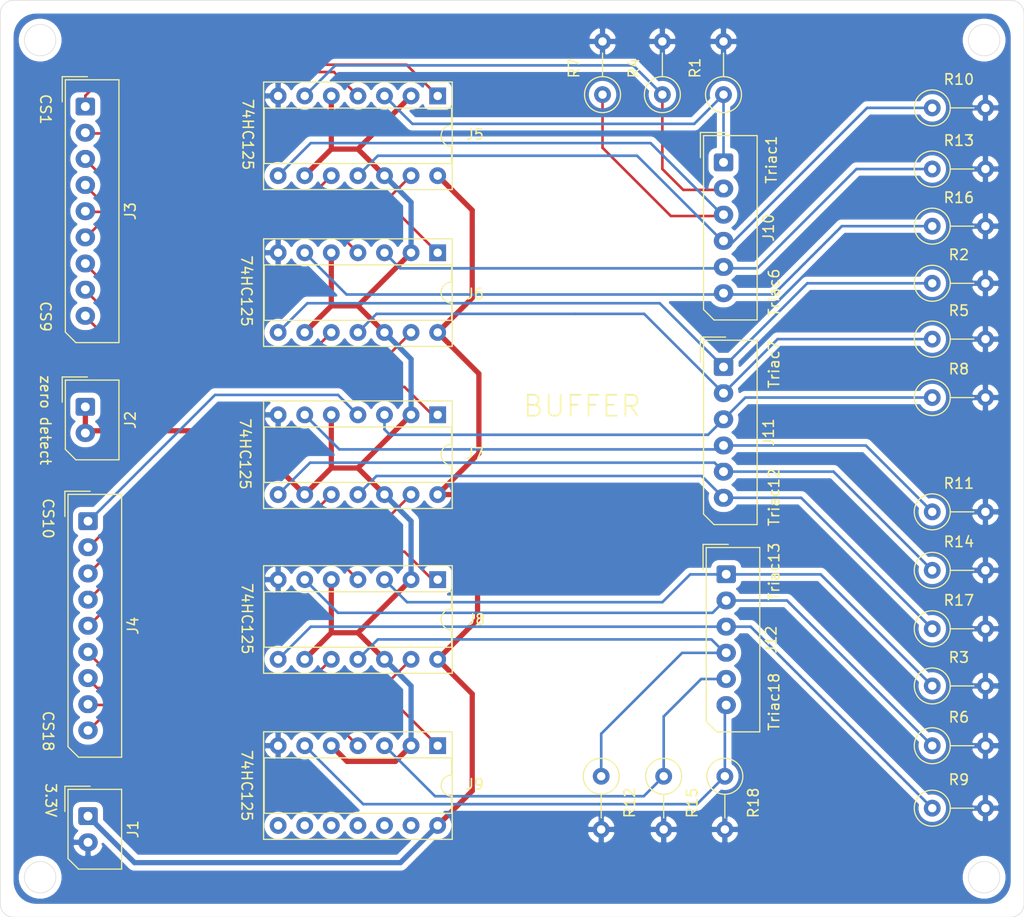
<source format=kicad_pcb>
(kicad_pcb (version 20171130) (host pcbnew "(5.1.8)-1")

  (general
    (thickness 1.6)
    (drawings 48)
    (tracks 207)
    (zones 0)
    (modules 30)
    (nets 46)
  )

  (page A4)
  (layers
    (0 F.Cu signal)
    (31 B.Cu signal)
    (32 B.Adhes user)
    (33 F.Adhes user)
    (34 B.Paste user)
    (35 F.Paste user)
    (36 B.SilkS user)
    (37 F.SilkS user)
    (38 B.Mask user)
    (39 F.Mask user)
    (40 Dwgs.User user hide)
    (41 Cmts.User user)
    (42 Eco1.User user)
    (43 Eco2.User user)
    (44 Edge.Cuts user)
    (45 Margin user)
    (46 B.CrtYd user hide)
    (47 F.CrtYd user)
    (48 B.Fab user hide)
    (49 F.Fab user hide)
  )

  (setup
    (last_trace_width 0.25)
    (user_trace_width 0.5)
    (trace_clearance 0.45)
    (zone_clearance 0.508)
    (zone_45_only no)
    (trace_min 0.2)
    (via_size 0.8)
    (via_drill 0.4)
    (via_min_size 0.4)
    (via_min_drill 0.3)
    (uvia_size 0.3)
    (uvia_drill 0.1)
    (uvias_allowed no)
    (uvia_min_size 0.2)
    (uvia_min_drill 0.1)
    (edge_width 0.05)
    (segment_width 0.2)
    (pcb_text_width 0.3)
    (pcb_text_size 1.5 1.5)
    (mod_edge_width 0.12)
    (mod_text_size 1 1)
    (mod_text_width 0.15)
    (pad_size 1.524 1.524)
    (pad_drill 0.762)
    (pad_to_mask_clearance 0)
    (aux_axis_origin 0 0)
    (visible_elements 7FFFFFFF)
    (pcbplotparams
      (layerselection 0x010fc_ffffffff)
      (usegerberextensions false)
      (usegerberattributes true)
      (usegerberadvancedattributes true)
      (creategerberjobfile true)
      (excludeedgelayer true)
      (linewidth 0.100000)
      (plotframeref false)
      (viasonmask false)
      (mode 1)
      (useauxorigin false)
      (hpglpennumber 1)
      (hpglpenspeed 20)
      (hpglpendiameter 15.000000)
      (psnegative false)
      (psa4output false)
      (plotreference true)
      (plotvalue true)
      (plotinvisibletext false)
      (padsonsilk false)
      (subtractmaskfromsilk false)
      (outputformat 1)
      (mirror false)
      (drillshape 0)
      (scaleselection 1)
      (outputdirectory "C:/Users/hjpark/Documents/kiCad/heating/final_edge/gerber_final/buffer/"))
  )

  (net 0 "")
  (net 1 /Tri9)
  (net 2 /Tri8)
  (net 3 /Tri7)
  (net 4 /Tri6)
  (net 5 /Tri5)
  (net 6 /Tri4)
  (net 7 /Tri3)
  (net 8 /Tri2)
  (net 9 /Tri1)
  (net 10 /Tri10)
  (net 11 /Tri11)
  (net 12 /Tri12)
  (net 13 /Tri13)
  (net 14 /Tri14)
  (net 15 /Tri15)
  (net 16 /Tri16)
  (net 17 /Tri17)
  (net 18 /Tri18)
  (net 19 +3V3)
  (net 20 GND)
  (net 21 /pulse)
  (net 22 /C1)
  (net 23 /C2)
  (net 24 /C3)
  (net 25 /C4)
  (net 26 /C5)
  (net 27 /C6)
  (net 28 /C7)
  (net 29 /C8)
  (net 30 /C9)
  (net 31 /C18)
  (net 32 /C17)
  (net 33 /C16)
  (net 34 /C15)
  (net 35 /C14)
  (net 36 /C13)
  (net 37 /C12)
  (net 38 /C11)
  (net 39 /C10)
  (net 40 "Net-(J9-Pad13)")
  (net 41 "Net-(J9-Pad12)")
  (net 42 "Net-(J9-Pad11)")
  (net 43 "Net-(J9-Pad10)")
  (net 44 "Net-(J9-Pad9)")
  (net 45 "Net-(J9-Pad8)")

  (net_class Default "This is the default net class."
    (clearance 0.45)
    (trace_width 0.25)
    (via_dia 0.8)
    (via_drill 0.4)
    (uvia_dia 0.3)
    (uvia_drill 0.1)
    (add_net /C1)
    (add_net /C10)
    (add_net /C11)
    (add_net /C12)
    (add_net /C13)
    (add_net /C14)
    (add_net /C15)
    (add_net /C16)
    (add_net /C17)
    (add_net /C18)
    (add_net /C2)
    (add_net /C3)
    (add_net /C4)
    (add_net /C5)
    (add_net /C6)
    (add_net /C7)
    (add_net /C8)
    (add_net /C9)
    (add_net /Tri1)
    (add_net /Tri10)
    (add_net /Tri11)
    (add_net /Tri12)
    (add_net /Tri13)
    (add_net /Tri14)
    (add_net /Tri15)
    (add_net /Tri16)
    (add_net /Tri17)
    (add_net /Tri18)
    (add_net /Tri2)
    (add_net /Tri3)
    (add_net /Tri4)
    (add_net /Tri5)
    (add_net /Tri6)
    (add_net /Tri7)
    (add_net /Tri8)
    (add_net /Tri9)
    (add_net GND)
    (add_net "Net-(J9-Pad10)")
    (add_net "Net-(J9-Pad11)")
    (add_net "Net-(J9-Pad12)")
    (add_net "Net-(J9-Pad13)")
    (add_net "Net-(J9-Pad8)")
    (add_net "Net-(J9-Pad9)")
  )

  (net_class power ""
    (clearance 0.45)
    (trace_width 0.5)
    (via_dia 0.8)
    (via_drill 0.4)
    (uvia_dia 0.3)
    (uvia_drill 0.1)
    (add_net +3V3)
  )

  (net_class pulse ""
    (clearance 0.45)
    (trace_width 0.5)
    (via_dia 0.8)
    (via_drill 0.4)
    (uvia_dia 0.3)
    (uvia_drill 0.1)
    (add_net /pulse)
  )

  (module Connector_Molex:Molex_SPOX_5267-06A_1x06_P2.50mm_Vertical (layer F.Cu) (tedit 5B7833F7) (tstamp 60A19A75)
    (at 146.812 113.284 270)
    (descr "Molex SPOX Connector System, 5267-06A, 6 Pins per row (http://www.molex.com/pdm_docs/sd/022035035_sd.pdf), generated with kicad-footprint-generator")
    (tags "connector Molex SPOX side entry")
    (path /60A47A56)
    (fp_text reference J12 (at 6.25 -4.3 90) (layer F.SilkS)
      (effects (font (size 1 1) (thickness 0.15)))
    )
    (fp_text value Conn_01x06 (at 6.25 3 90) (layer F.Fab)
      (effects (font (size 1 1) (thickness 0.15)))
    )
    (fp_line (start 15.45 -3.6) (end -2.95 -3.6) (layer F.CrtYd) (width 0.05))
    (fp_line (start 15.45 1.3) (end 15.45 -3.6) (layer F.CrtYd) (width 0.05))
    (fp_line (start 14.45 2.3) (end 15.45 1.3) (layer F.CrtYd) (width 0.05))
    (fp_line (start -2.95 2.3) (end 14.45 2.3) (layer F.CrtYd) (width 0.05))
    (fp_line (start -2.95 -3.6) (end -2.95 2.3) (layer F.CrtYd) (width 0.05))
    (fp_line (start 0 1.092893) (end 0.5 1.8) (layer F.Fab) (width 0.1))
    (fp_line (start -0.5 1.8) (end 0 1.092893) (layer F.Fab) (width 0.1))
    (fp_line (start -2.86 2.21) (end -0.45 2.21) (layer F.SilkS) (width 0.12))
    (fp_line (start -2.86 -0.2) (end -2.86 2.21) (layer F.SilkS) (width 0.12))
    (fp_line (start 15.06 -3.21) (end -2.56 -3.21) (layer F.SilkS) (width 0.12))
    (fp_line (start 15.06 0.91) (end 15.06 -3.21) (layer F.SilkS) (width 0.12))
    (fp_line (start 14.06 1.91) (end 15.06 0.91) (layer F.SilkS) (width 0.12))
    (fp_line (start -2.56 1.91) (end 14.06 1.91) (layer F.SilkS) (width 0.12))
    (fp_line (start -2.56 -3.21) (end -2.56 1.91) (layer F.SilkS) (width 0.12))
    (fp_line (start 14.95 -3.1) (end -2.45 -3.1) (layer F.Fab) (width 0.1))
    (fp_line (start 14.95 0.8) (end 14.95 -3.1) (layer F.Fab) (width 0.1))
    (fp_line (start 13.95 1.8) (end 14.95 0.8) (layer F.Fab) (width 0.1))
    (fp_line (start -2.45 1.8) (end 13.95 1.8) (layer F.Fab) (width 0.1))
    (fp_line (start -2.45 -3.1) (end -2.45 1.8) (layer F.Fab) (width 0.1))
    (fp_text user %R (at 6.25 -2.4 90) (layer F.Fab)
      (effects (font (size 1 1) (thickness 0.15)))
    )
    (pad 6 thru_hole oval (at 12.5 0 270) (size 1.7 1.85) (drill 0.85) (layers *.Cu *.Mask)
      (net 18 /Tri18))
    (pad 5 thru_hole oval (at 10 0 270) (size 1.7 1.85) (drill 0.85) (layers *.Cu *.Mask)
      (net 17 /Tri17))
    (pad 4 thru_hole oval (at 7.5 0 270) (size 1.7 1.85) (drill 0.85) (layers *.Cu *.Mask)
      (net 16 /Tri16))
    (pad 3 thru_hole oval (at 5 0 270) (size 1.7 1.85) (drill 0.85) (layers *.Cu *.Mask)
      (net 15 /Tri15))
    (pad 2 thru_hole oval (at 2.5 0 270) (size 1.7 1.85) (drill 0.85) (layers *.Cu *.Mask)
      (net 14 /Tri14))
    (pad 1 thru_hole roundrect (at 0 0 270) (size 1.7 1.85) (drill 0.85) (layers *.Cu *.Mask) (roundrect_rratio 0.1470588235294118)
      (net 13 /Tri13))
    (model ${KISYS3DMOD}/Connector_Molex.3dshapes/Molex_SPOX_5267-06A_1x06_P2.50mm_Vertical.wrl
      (at (xyz 0 0 0))
      (scale (xyz 1 1 1))
      (rotate (xyz 0 0 0))
    )
  )

  (module Connector_Molex:Molex_SPOX_5267-06A_1x06_P2.50mm_Vertical (layer F.Cu) (tedit 5B7833F7) (tstamp 60A19A57)
    (at 146.558 93.472 270)
    (descr "Molex SPOX Connector System, 5267-06A, 6 Pins per row (http://www.molex.com/pdm_docs/sd/022035035_sd.pdf), generated with kicad-footprint-generator")
    (tags "connector Molex SPOX side entry")
    (path /60A470BF)
    (fp_text reference J11 (at 6.25 -4.3 90) (layer F.SilkS)
      (effects (font (size 1 1) (thickness 0.15)))
    )
    (fp_text value Conn_01x06 (at 6.25 3 90) (layer F.Fab)
      (effects (font (size 1 1) (thickness 0.15)))
    )
    (fp_line (start 15.45 -3.6) (end -2.95 -3.6) (layer F.CrtYd) (width 0.05))
    (fp_line (start 15.45 1.3) (end 15.45 -3.6) (layer F.CrtYd) (width 0.05))
    (fp_line (start 14.45 2.3) (end 15.45 1.3) (layer F.CrtYd) (width 0.05))
    (fp_line (start -2.95 2.3) (end 14.45 2.3) (layer F.CrtYd) (width 0.05))
    (fp_line (start -2.95 -3.6) (end -2.95 2.3) (layer F.CrtYd) (width 0.05))
    (fp_line (start 0 1.092893) (end 0.5 1.8) (layer F.Fab) (width 0.1))
    (fp_line (start -0.5 1.8) (end 0 1.092893) (layer F.Fab) (width 0.1))
    (fp_line (start -2.86 2.21) (end -0.45 2.21) (layer F.SilkS) (width 0.12))
    (fp_line (start -2.86 -0.2) (end -2.86 2.21) (layer F.SilkS) (width 0.12))
    (fp_line (start 15.06 -3.21) (end -2.56 -3.21) (layer F.SilkS) (width 0.12))
    (fp_line (start 15.06 0.91) (end 15.06 -3.21) (layer F.SilkS) (width 0.12))
    (fp_line (start 14.06 1.91) (end 15.06 0.91) (layer F.SilkS) (width 0.12))
    (fp_line (start -2.56 1.91) (end 14.06 1.91) (layer F.SilkS) (width 0.12))
    (fp_line (start -2.56 -3.21) (end -2.56 1.91) (layer F.SilkS) (width 0.12))
    (fp_line (start 14.95 -3.1) (end -2.45 -3.1) (layer F.Fab) (width 0.1))
    (fp_line (start 14.95 0.8) (end 14.95 -3.1) (layer F.Fab) (width 0.1))
    (fp_line (start 13.95 1.8) (end 14.95 0.8) (layer F.Fab) (width 0.1))
    (fp_line (start -2.45 1.8) (end 13.95 1.8) (layer F.Fab) (width 0.1))
    (fp_line (start -2.45 -3.1) (end -2.45 1.8) (layer F.Fab) (width 0.1))
    (fp_text user %R (at 6.25 -2.4 90) (layer F.Fab)
      (effects (font (size 1 1) (thickness 0.15)))
    )
    (pad 6 thru_hole oval (at 12.5 0 270) (size 1.7 1.85) (drill 0.85) (layers *.Cu *.Mask)
      (net 12 /Tri12))
    (pad 5 thru_hole oval (at 10 0 270) (size 1.7 1.85) (drill 0.85) (layers *.Cu *.Mask)
      (net 11 /Tri11))
    (pad 4 thru_hole oval (at 7.5 0 270) (size 1.7 1.85) (drill 0.85) (layers *.Cu *.Mask)
      (net 10 /Tri10))
    (pad 3 thru_hole oval (at 5 0 270) (size 1.7 1.85) (drill 0.85) (layers *.Cu *.Mask)
      (net 1 /Tri9))
    (pad 2 thru_hole oval (at 2.5 0 270) (size 1.7 1.85) (drill 0.85) (layers *.Cu *.Mask)
      (net 2 /Tri8))
    (pad 1 thru_hole roundrect (at 0 0 270) (size 1.7 1.85) (drill 0.85) (layers *.Cu *.Mask) (roundrect_rratio 0.1470588235294118)
      (net 3 /Tri7))
    (model ${KISYS3DMOD}/Connector_Molex.3dshapes/Molex_SPOX_5267-06A_1x06_P2.50mm_Vertical.wrl
      (at (xyz 0 0 0))
      (scale (xyz 1 1 1))
      (rotate (xyz 0 0 0))
    )
  )

  (module Connector_Molex:Molex_SPOX_5267-06A_1x06_P2.50mm_Vertical (layer F.Cu) (tedit 5B7833F7) (tstamp 60A19A39)
    (at 146.558 73.914 270)
    (descr "Molex SPOX Connector System, 5267-06A, 6 Pins per row (http://www.molex.com/pdm_docs/sd/022035035_sd.pdf), generated with kicad-footprint-generator")
    (tags "connector Molex SPOX side entry")
    (path /60A45951)
    (fp_text reference J10 (at 6.25 -4.3 90) (layer F.SilkS)
      (effects (font (size 1 1) (thickness 0.15)))
    )
    (fp_text value Conn_01x06 (at 6.25 3 90) (layer F.Fab)
      (effects (font (size 1 1) (thickness 0.15)))
    )
    (fp_line (start 15.45 -3.6) (end -2.95 -3.6) (layer F.CrtYd) (width 0.05))
    (fp_line (start 15.45 1.3) (end 15.45 -3.6) (layer F.CrtYd) (width 0.05))
    (fp_line (start 14.45 2.3) (end 15.45 1.3) (layer F.CrtYd) (width 0.05))
    (fp_line (start -2.95 2.3) (end 14.45 2.3) (layer F.CrtYd) (width 0.05))
    (fp_line (start -2.95 -3.6) (end -2.95 2.3) (layer F.CrtYd) (width 0.05))
    (fp_line (start 0 1.092893) (end 0.5 1.8) (layer F.Fab) (width 0.1))
    (fp_line (start -0.5 1.8) (end 0 1.092893) (layer F.Fab) (width 0.1))
    (fp_line (start -2.86 2.21) (end -0.45 2.21) (layer F.SilkS) (width 0.12))
    (fp_line (start -2.86 -0.2) (end -2.86 2.21) (layer F.SilkS) (width 0.12))
    (fp_line (start 15.06 -3.21) (end -2.56 -3.21) (layer F.SilkS) (width 0.12))
    (fp_line (start 15.06 0.91) (end 15.06 -3.21) (layer F.SilkS) (width 0.12))
    (fp_line (start 14.06 1.91) (end 15.06 0.91) (layer F.SilkS) (width 0.12))
    (fp_line (start -2.56 1.91) (end 14.06 1.91) (layer F.SilkS) (width 0.12))
    (fp_line (start -2.56 -3.21) (end -2.56 1.91) (layer F.SilkS) (width 0.12))
    (fp_line (start 14.95 -3.1) (end -2.45 -3.1) (layer F.Fab) (width 0.1))
    (fp_line (start 14.95 0.8) (end 14.95 -3.1) (layer F.Fab) (width 0.1))
    (fp_line (start 13.95 1.8) (end 14.95 0.8) (layer F.Fab) (width 0.1))
    (fp_line (start -2.45 1.8) (end 13.95 1.8) (layer F.Fab) (width 0.1))
    (fp_line (start -2.45 -3.1) (end -2.45 1.8) (layer F.Fab) (width 0.1))
    (fp_text user %R (at 6.25 -2.4 90) (layer F.Fab)
      (effects (font (size 1 1) (thickness 0.15)))
    )
    (pad 6 thru_hole oval (at 12.5 0 270) (size 1.7 1.85) (drill 0.85) (layers *.Cu *.Mask)
      (net 4 /Tri6))
    (pad 5 thru_hole oval (at 10 0 270) (size 1.7 1.85) (drill 0.85) (layers *.Cu *.Mask)
      (net 5 /Tri5))
    (pad 4 thru_hole oval (at 7.5 0 270) (size 1.7 1.85) (drill 0.85) (layers *.Cu *.Mask)
      (net 6 /Tri4))
    (pad 3 thru_hole oval (at 5 0 270) (size 1.7 1.85) (drill 0.85) (layers *.Cu *.Mask)
      (net 7 /Tri3))
    (pad 2 thru_hole oval (at 2.5 0 270) (size 1.7 1.85) (drill 0.85) (layers *.Cu *.Mask)
      (net 8 /Tri2))
    (pad 1 thru_hole roundrect (at 0 0 270) (size 1.7 1.85) (drill 0.85) (layers *.Cu *.Mask) (roundrect_rratio 0.1470588235294118)
      (net 9 /Tri1))
    (model ${KISYS3DMOD}/Connector_Molex.3dshapes/Molex_SPOX_5267-06A_1x06_P2.50mm_Vertical.wrl
      (at (xyz 0 0 0))
      (scale (xyz 1 1 1))
      (rotate (xyz 0 0 0))
    )
  )

  (module Connector_Molex:Molex_SPOX_5267-02A_1x02_P2.50mm_Vertical (layer F.Cu) (tedit 5B7833F7) (tstamp 60A18ADB)
    (at 85.852 136.398 270)
    (descr "Molex SPOX Connector System, 5267-02A, 2 Pins per row (http://www.molex.com/pdm_docs/sd/022035035_sd.pdf), generated with kicad-footprint-generator")
    (tags "connector Molex SPOX side entry")
    (path /60A1400D)
    (fp_text reference J1 (at 1.25 -4.3 90) (layer F.SilkS)
      (effects (font (size 1 1) (thickness 0.15)))
    )
    (fp_text value Conn_01x02 (at 1.25 3 90) (layer F.Fab)
      (effects (font (size 1 1) (thickness 0.15)))
    )
    (fp_line (start -2.45 -3.1) (end -2.45 1.8) (layer F.Fab) (width 0.1))
    (fp_line (start -2.45 1.8) (end 3.95 1.8) (layer F.Fab) (width 0.1))
    (fp_line (start 3.95 1.8) (end 4.95 0.8) (layer F.Fab) (width 0.1))
    (fp_line (start 4.95 0.8) (end 4.95 -3.1) (layer F.Fab) (width 0.1))
    (fp_line (start 4.95 -3.1) (end -2.45 -3.1) (layer F.Fab) (width 0.1))
    (fp_line (start -2.56 -3.21) (end -2.56 1.91) (layer F.SilkS) (width 0.12))
    (fp_line (start -2.56 1.91) (end 4.06 1.91) (layer F.SilkS) (width 0.12))
    (fp_line (start 4.06 1.91) (end 5.06 0.91) (layer F.SilkS) (width 0.12))
    (fp_line (start 5.06 0.91) (end 5.06 -3.21) (layer F.SilkS) (width 0.12))
    (fp_line (start 5.06 -3.21) (end -2.56 -3.21) (layer F.SilkS) (width 0.12))
    (fp_line (start -2.86 -0.2) (end -2.86 2.21) (layer F.SilkS) (width 0.12))
    (fp_line (start -2.86 2.21) (end -0.45 2.21) (layer F.SilkS) (width 0.12))
    (fp_line (start -0.5 1.8) (end 0 1.092893) (layer F.Fab) (width 0.1))
    (fp_line (start 0 1.092893) (end 0.5 1.8) (layer F.Fab) (width 0.1))
    (fp_line (start -2.95 -3.6) (end -2.95 2.3) (layer F.CrtYd) (width 0.05))
    (fp_line (start -2.95 2.3) (end 4.45 2.3) (layer F.CrtYd) (width 0.05))
    (fp_line (start 4.45 2.3) (end 5.45 1.3) (layer F.CrtYd) (width 0.05))
    (fp_line (start 5.45 1.3) (end 5.45 -3.6) (layer F.CrtYd) (width 0.05))
    (fp_line (start 5.45 -3.6) (end -2.95 -3.6) (layer F.CrtYd) (width 0.05))
    (fp_text user %R (at 1.25 -2.4 90) (layer F.Fab)
      (effects (font (size 1 1) (thickness 0.15)))
    )
    (pad 2 thru_hole oval (at 2.5 0 270) (size 1.7 1.85) (drill 0.85) (layers *.Cu *.Mask)
      (net 20 GND))
    (pad 1 thru_hole roundrect (at 0 0 270) (size 1.7 1.85) (drill 0.85) (layers *.Cu *.Mask) (roundrect_rratio 0.1470588235294118)
      (net 19 +3V3))
    (model ${KISYS3DMOD}/Connector_Molex.3dshapes/Molex_SPOX_5267-02A_1x02_P2.50mm_Vertical.wrl
      (at (xyz 0 0 0))
      (scale (xyz 1 1 1))
      (rotate (xyz 0 0 0))
    )
  )

  (module Connector_Molex:Molex_SPOX_5267-02A_1x02_P2.50mm_Vertical (layer F.Cu) (tedit 5B7833F7) (tstamp 60A18974)
    (at 85.598 97.282 270)
    (descr "Molex SPOX Connector System, 5267-02A, 2 Pins per row (http://www.molex.com/pdm_docs/sd/022035035_sd.pdf), generated with kicad-footprint-generator")
    (tags "connector Molex SPOX side entry")
    (path /60A1340F)
    (fp_text reference J2 (at 1.25 -4.3 90) (layer F.SilkS)
      (effects (font (size 1 1) (thickness 0.15)))
    )
    (fp_text value Conn_01x02 (at 1.25 3 90) (layer F.Fab)
      (effects (font (size 1 1) (thickness 0.15)))
    )
    (fp_line (start -2.45 -3.1) (end -2.45 1.8) (layer F.Fab) (width 0.1))
    (fp_line (start -2.45 1.8) (end 3.95 1.8) (layer F.Fab) (width 0.1))
    (fp_line (start 3.95 1.8) (end 4.95 0.8) (layer F.Fab) (width 0.1))
    (fp_line (start 4.95 0.8) (end 4.95 -3.1) (layer F.Fab) (width 0.1))
    (fp_line (start 4.95 -3.1) (end -2.45 -3.1) (layer F.Fab) (width 0.1))
    (fp_line (start -2.56 -3.21) (end -2.56 1.91) (layer F.SilkS) (width 0.12))
    (fp_line (start -2.56 1.91) (end 4.06 1.91) (layer F.SilkS) (width 0.12))
    (fp_line (start 4.06 1.91) (end 5.06 0.91) (layer F.SilkS) (width 0.12))
    (fp_line (start 5.06 0.91) (end 5.06 -3.21) (layer F.SilkS) (width 0.12))
    (fp_line (start 5.06 -3.21) (end -2.56 -3.21) (layer F.SilkS) (width 0.12))
    (fp_line (start -2.86 -0.2) (end -2.86 2.21) (layer F.SilkS) (width 0.12))
    (fp_line (start -2.86 2.21) (end -0.45 2.21) (layer F.SilkS) (width 0.12))
    (fp_line (start -0.5 1.8) (end 0 1.092893) (layer F.Fab) (width 0.1))
    (fp_line (start 0 1.092893) (end 0.5 1.8) (layer F.Fab) (width 0.1))
    (fp_line (start -2.95 -3.6) (end -2.95 2.3) (layer F.CrtYd) (width 0.05))
    (fp_line (start -2.95 2.3) (end 4.45 2.3) (layer F.CrtYd) (width 0.05))
    (fp_line (start 4.45 2.3) (end 5.45 1.3) (layer F.CrtYd) (width 0.05))
    (fp_line (start 5.45 1.3) (end 5.45 -3.6) (layer F.CrtYd) (width 0.05))
    (fp_line (start 5.45 -3.6) (end -2.95 -3.6) (layer F.CrtYd) (width 0.05))
    (fp_text user %R (at 1.25 -2.4 90) (layer F.Fab)
      (effects (font (size 1 1) (thickness 0.15)))
    )
    (pad 2 thru_hole oval (at 2.5 0 270) (size 1.7 1.85) (drill 0.85) (layers *.Cu *.Mask)
      (net 21 /pulse))
    (pad 1 thru_hole roundrect (at 0 0 270) (size 1.7 1.85) (drill 0.85) (layers *.Cu *.Mask) (roundrect_rratio 0.1470588235294118)
      (net 21 /pulse))
    (model ${KISYS3DMOD}/Connector_Molex.3dshapes/Molex_SPOX_5267-02A_1x02_P2.50mm_Vertical.wrl
      (at (xyz 0 0 0))
      (scale (xyz 1 1 1))
      (rotate (xyz 0 0 0))
    )
  )

  (module Connector_Molex:Molex_SPOX_5267-09A_1x09_P2.50mm_Vertical (layer F.Cu) (tedit 5B7833F7) (tstamp 6019628C)
    (at 85.598 68.58 270)
    (descr "Molex SPOX Connector System, 5267-09A, 9 Pins per row (http://www.molex.com/pdm_docs/sd/022035035_sd.pdf), generated with kicad-footprint-generator")
    (tags "connector Molex SPOX side entry")
    (path /602061D5)
    (fp_text reference J3 (at 10 -4.3 90) (layer F.SilkS)
      (effects (font (size 1 1) (thickness 0.15)))
    )
    (fp_text value Conn_01x09 (at 10 3 90) (layer F.Fab)
      (effects (font (size 1 1) (thickness 0.15)))
    )
    (fp_line (start 22.95 -3.6) (end -2.95 -3.6) (layer F.CrtYd) (width 0.05))
    (fp_line (start 22.95 1.3) (end 22.95 -3.6) (layer F.CrtYd) (width 0.05))
    (fp_line (start 21.95 2.3) (end 22.95 1.3) (layer F.CrtYd) (width 0.05))
    (fp_line (start -2.95 2.3) (end 21.95 2.3) (layer F.CrtYd) (width 0.05))
    (fp_line (start -2.95 -3.6) (end -2.95 2.3) (layer F.CrtYd) (width 0.05))
    (fp_line (start 0 1.092893) (end 0.5 1.8) (layer F.Fab) (width 0.1))
    (fp_line (start -0.5 1.8) (end 0 1.092893) (layer F.Fab) (width 0.1))
    (fp_line (start -2.86 2.21) (end -0.45 2.21) (layer F.SilkS) (width 0.12))
    (fp_line (start -2.86 -0.2) (end -2.86 2.21) (layer F.SilkS) (width 0.12))
    (fp_line (start 22.56 -3.21) (end -2.56 -3.21) (layer F.SilkS) (width 0.12))
    (fp_line (start 22.56 0.91) (end 22.56 -3.21) (layer F.SilkS) (width 0.12))
    (fp_line (start 21.56 1.91) (end 22.56 0.91) (layer F.SilkS) (width 0.12))
    (fp_line (start -2.56 1.91) (end 21.56 1.91) (layer F.SilkS) (width 0.12))
    (fp_line (start -2.56 -3.21) (end -2.56 1.91) (layer F.SilkS) (width 0.12))
    (fp_line (start 22.45 -3.1) (end -2.45 -3.1) (layer F.Fab) (width 0.1))
    (fp_line (start 22.45 0.8) (end 22.45 -3.1) (layer F.Fab) (width 0.1))
    (fp_line (start 21.45 1.8) (end 22.45 0.8) (layer F.Fab) (width 0.1))
    (fp_line (start -2.45 1.8) (end 21.45 1.8) (layer F.Fab) (width 0.1))
    (fp_line (start -2.45 -3.1) (end -2.45 1.8) (layer F.Fab) (width 0.1))
    (fp_text user %R (at 10 -2.4 90) (layer F.Fab)
      (effects (font (size 1 1) (thickness 0.15)))
    )
    (pad 1 thru_hole roundrect (at 0 0 270) (size 1.7 1.85) (drill 0.85) (layers *.Cu *.Mask) (roundrect_rratio 0.1470588235294118)
      (net 22 /C1))
    (pad 2 thru_hole oval (at 2.5 0 270) (size 1.7 1.85) (drill 0.85) (layers *.Cu *.Mask)
      (net 23 /C2))
    (pad 3 thru_hole oval (at 5 0 270) (size 1.7 1.85) (drill 0.85) (layers *.Cu *.Mask)
      (net 24 /C3))
    (pad 4 thru_hole oval (at 7.5 0 270) (size 1.7 1.85) (drill 0.85) (layers *.Cu *.Mask)
      (net 25 /C4))
    (pad 5 thru_hole oval (at 10 0 270) (size 1.7 1.85) (drill 0.85) (layers *.Cu *.Mask)
      (net 26 /C5))
    (pad 6 thru_hole oval (at 12.5 0 270) (size 1.7 1.85) (drill 0.85) (layers *.Cu *.Mask)
      (net 27 /C6))
    (pad 7 thru_hole oval (at 15 0 270) (size 1.7 1.85) (drill 0.85) (layers *.Cu *.Mask)
      (net 28 /C7))
    (pad 8 thru_hole oval (at 17.5 0 270) (size 1.7 1.85) (drill 0.85) (layers *.Cu *.Mask)
      (net 29 /C8))
    (pad 9 thru_hole oval (at 20 0 270) (size 1.7 1.85) (drill 0.85) (layers *.Cu *.Mask)
      (net 30 /C9))
    (model ${KISYS3DMOD}/Connector_Molex.3dshapes/Molex_SPOX_5267-09A_1x09_P2.50mm_Vertical.wrl
      (at (xyz 0 0 0))
      (scale (xyz 1 1 1))
      (rotate (xyz 0 0 0))
    )
  )

  (module Connector_Molex:Molex_SPOX_5267-09A_1x09_P2.50mm_Vertical (layer F.Cu) (tedit 5B7833F7) (tstamp 601962AD)
    (at 85.852 108.204 270)
    (descr "Molex SPOX Connector System, 5267-09A, 9 Pins per row (http://www.molex.com/pdm_docs/sd/022035035_sd.pdf), generated with kicad-footprint-generator")
    (tags "connector Molex SPOX side entry")
    (path /60206BBF)
    (fp_text reference J4 (at 10 -4.3 90) (layer F.SilkS)
      (effects (font (size 1 1) (thickness 0.15)))
    )
    (fp_text value Conn_01x09 (at 10 3 90) (layer F.Fab)
      (effects (font (size 1 1) (thickness 0.15)))
    )
    (fp_line (start -2.45 -3.1) (end -2.45 1.8) (layer F.Fab) (width 0.1))
    (fp_line (start -2.45 1.8) (end 21.45 1.8) (layer F.Fab) (width 0.1))
    (fp_line (start 21.45 1.8) (end 22.45 0.8) (layer F.Fab) (width 0.1))
    (fp_line (start 22.45 0.8) (end 22.45 -3.1) (layer F.Fab) (width 0.1))
    (fp_line (start 22.45 -3.1) (end -2.45 -3.1) (layer F.Fab) (width 0.1))
    (fp_line (start -2.56 -3.21) (end -2.56 1.91) (layer F.SilkS) (width 0.12))
    (fp_line (start -2.56 1.91) (end 21.56 1.91) (layer F.SilkS) (width 0.12))
    (fp_line (start 21.56 1.91) (end 22.56 0.91) (layer F.SilkS) (width 0.12))
    (fp_line (start 22.56 0.91) (end 22.56 -3.21) (layer F.SilkS) (width 0.12))
    (fp_line (start 22.56 -3.21) (end -2.56 -3.21) (layer F.SilkS) (width 0.12))
    (fp_line (start -2.86 -0.2) (end -2.86 2.21) (layer F.SilkS) (width 0.12))
    (fp_line (start -2.86 2.21) (end -0.45 2.21) (layer F.SilkS) (width 0.12))
    (fp_line (start -0.5 1.8) (end 0 1.092893) (layer F.Fab) (width 0.1))
    (fp_line (start 0 1.092893) (end 0.5 1.8) (layer F.Fab) (width 0.1))
    (fp_line (start -2.95 -3.6) (end -2.95 2.3) (layer F.CrtYd) (width 0.05))
    (fp_line (start -2.95 2.3) (end 21.95 2.3) (layer F.CrtYd) (width 0.05))
    (fp_line (start 21.95 2.3) (end 22.95 1.3) (layer F.CrtYd) (width 0.05))
    (fp_line (start 22.95 1.3) (end 22.95 -3.6) (layer F.CrtYd) (width 0.05))
    (fp_line (start 22.95 -3.6) (end -2.95 -3.6) (layer F.CrtYd) (width 0.05))
    (fp_text user %R (at 10 -2.4 90) (layer F.Fab)
      (effects (font (size 1 1) (thickness 0.15)))
    )
    (pad 9 thru_hole oval (at 20 0 270) (size 1.7 1.85) (drill 0.85) (layers *.Cu *.Mask)
      (net 31 /C18))
    (pad 8 thru_hole oval (at 17.5 0 270) (size 1.7 1.85) (drill 0.85) (layers *.Cu *.Mask)
      (net 32 /C17))
    (pad 7 thru_hole oval (at 15 0 270) (size 1.7 1.85) (drill 0.85) (layers *.Cu *.Mask)
      (net 33 /C16))
    (pad 6 thru_hole oval (at 12.5 0 270) (size 1.7 1.85) (drill 0.85) (layers *.Cu *.Mask)
      (net 34 /C15))
    (pad 5 thru_hole oval (at 10 0 270) (size 1.7 1.85) (drill 0.85) (layers *.Cu *.Mask)
      (net 35 /C14))
    (pad 4 thru_hole oval (at 7.5 0 270) (size 1.7 1.85) (drill 0.85) (layers *.Cu *.Mask)
      (net 36 /C13))
    (pad 3 thru_hole oval (at 5 0 270) (size 1.7 1.85) (drill 0.85) (layers *.Cu *.Mask)
      (net 37 /C12))
    (pad 2 thru_hole oval (at 2.5 0 270) (size 1.7 1.85) (drill 0.85) (layers *.Cu *.Mask)
      (net 38 /C11))
    (pad 1 thru_hole roundrect (at 0 0 270) (size 1.7 1.85) (drill 0.85) (layers *.Cu *.Mask) (roundrect_rratio 0.1470588235294118)
      (net 39 /C10))
    (model ${KISYS3DMOD}/Connector_Molex.3dshapes/Molex_SPOX_5267-09A_1x09_P2.50mm_Vertical.wrl
      (at (xyz 0 0 0))
      (scale (xyz 1 1 1))
      (rotate (xyz 0 0 0))
    )
  )

  (module Package_DIP:DIP-14_W7.62mm_Socket (layer F.Cu) (tedit 5A02E8C5) (tstamp 601962D7)
    (at 119.253 67.564 270)
    (descr "14-lead though-hole mounted DIP package, row spacing 7.62 mm (300 mils), Socket")
    (tags "THT DIP DIL PDIP 2.54mm 7.62mm 300mil Socket")
    (path /601CE6C8)
    (fp_text reference J5 (at 3.683 -3.556) (layer F.SilkS)
      (effects (font (size 1 1) (thickness 0.15)))
    )
    (fp_text value Conn_02x07_Counter_Clockwise (at 3.81 17.57 90) (layer F.Fab)
      (effects (font (size 1 1) (thickness 0.15)))
    )
    (fp_line (start 9.15 -1.6) (end -1.55 -1.6) (layer F.CrtYd) (width 0.05))
    (fp_line (start 9.15 16.85) (end 9.15 -1.6) (layer F.CrtYd) (width 0.05))
    (fp_line (start -1.55 16.85) (end 9.15 16.85) (layer F.CrtYd) (width 0.05))
    (fp_line (start -1.55 -1.6) (end -1.55 16.85) (layer F.CrtYd) (width 0.05))
    (fp_line (start 8.95 -1.39) (end -1.33 -1.39) (layer F.SilkS) (width 0.12))
    (fp_line (start 8.95 16.63) (end 8.95 -1.39) (layer F.SilkS) (width 0.12))
    (fp_line (start -1.33 16.63) (end 8.95 16.63) (layer F.SilkS) (width 0.12))
    (fp_line (start -1.33 -1.39) (end -1.33 16.63) (layer F.SilkS) (width 0.12))
    (fp_line (start 6.46 -1.33) (end 4.81 -1.33) (layer F.SilkS) (width 0.12))
    (fp_line (start 6.46 16.57) (end 6.46 -1.33) (layer F.SilkS) (width 0.12))
    (fp_line (start 1.16 16.57) (end 6.46 16.57) (layer F.SilkS) (width 0.12))
    (fp_line (start 1.16 -1.33) (end 1.16 16.57) (layer F.SilkS) (width 0.12))
    (fp_line (start 2.81 -1.33) (end 1.16 -1.33) (layer F.SilkS) (width 0.12))
    (fp_line (start 8.89 -1.33) (end -1.27 -1.33) (layer F.Fab) (width 0.1))
    (fp_line (start 8.89 16.57) (end 8.89 -1.33) (layer F.Fab) (width 0.1))
    (fp_line (start -1.27 16.57) (end 8.89 16.57) (layer F.Fab) (width 0.1))
    (fp_line (start -1.27 -1.33) (end -1.27 16.57) (layer F.Fab) (width 0.1))
    (fp_line (start 0.635 -0.27) (end 1.635 -1.27) (layer F.Fab) (width 0.1))
    (fp_line (start 0.635 16.51) (end 0.635 -0.27) (layer F.Fab) (width 0.1))
    (fp_line (start 6.985 16.51) (end 0.635 16.51) (layer F.Fab) (width 0.1))
    (fp_line (start 6.985 -1.27) (end 6.985 16.51) (layer F.Fab) (width 0.1))
    (fp_line (start 1.635 -1.27) (end 6.985 -1.27) (layer F.Fab) (width 0.1))
    (fp_arc (start 3.81 -1.33) (end 2.81 -1.33) (angle -180) (layer F.SilkS) (width 0.12))
    (fp_text user %R (at 3.81 7.62 90) (layer F.Fab)
      (effects (font (size 1 1) (thickness 0.15)))
    )
    (pad 1 thru_hole rect (at 0 0 270) (size 1.6 1.6) (drill 0.8) (layers *.Cu *.Mask)
      (net 22 /C1))
    (pad 8 thru_hole oval (at 7.62 15.24 270) (size 1.6 1.6) (drill 0.8) (layers *.Cu *.Mask)
      (net 7 /Tri3))
    (pad 2 thru_hole oval (at 0 2.54 270) (size 1.6 1.6) (drill 0.8) (layers *.Cu *.Mask)
      (net 21 /pulse))
    (pad 9 thru_hole oval (at 7.62 12.7 270) (size 1.6 1.6) (drill 0.8) (layers *.Cu *.Mask)
      (net 21 /pulse))
    (pad 3 thru_hole oval (at 0 5.08 270) (size 1.6 1.6) (drill 0.8) (layers *.Cu *.Mask)
      (net 9 /Tri1))
    (pad 10 thru_hole oval (at 7.62 10.16 270) (size 1.6 1.6) (drill 0.8) (layers *.Cu *.Mask)
      (net 24 /C3))
    (pad 4 thru_hole oval (at 0 7.62 270) (size 1.6 1.6) (drill 0.8) (layers *.Cu *.Mask)
      (net 23 /C2))
    (pad 11 thru_hole oval (at 7.62 7.62 270) (size 1.6 1.6) (drill 0.8) (layers *.Cu *.Mask)
      (net 6 /Tri4))
    (pad 5 thru_hole oval (at 0 10.16 270) (size 1.6 1.6) (drill 0.8) (layers *.Cu *.Mask)
      (net 21 /pulse))
    (pad 12 thru_hole oval (at 7.62 5.08 270) (size 1.6 1.6) (drill 0.8) (layers *.Cu *.Mask)
      (net 21 /pulse))
    (pad 6 thru_hole oval (at 0 12.7 270) (size 1.6 1.6) (drill 0.8) (layers *.Cu *.Mask)
      (net 8 /Tri2))
    (pad 13 thru_hole oval (at 7.62 2.54 270) (size 1.6 1.6) (drill 0.8) (layers *.Cu *.Mask)
      (net 25 /C4))
    (pad 7 thru_hole oval (at 0 15.24 270) (size 1.6 1.6) (drill 0.8) (layers *.Cu *.Mask)
      (net 20 GND))
    (pad 14 thru_hole oval (at 7.62 0 270) (size 1.6 1.6) (drill 0.8) (layers *.Cu *.Mask)
      (net 19 +3V3))
    (model ${KISYS3DMOD}/Package_DIP.3dshapes/DIP-14_W7.62mm_Socket.wrl
      (at (xyz 0 0 0))
      (scale (xyz 1 1 1))
      (rotate (xyz 0 0 0))
    )
  )

  (module Package_DIP:DIP-14_W7.62mm_Socket (layer F.Cu) (tedit 5A02E8C5) (tstamp 60196301)
    (at 119.253 82.55 270)
    (descr "14-lead though-hole mounted DIP package, row spacing 7.62 mm (300 mils), Socket")
    (tags "THT DIP DIL PDIP 2.54mm 7.62mm 300mil Socket")
    (path /601D2299)
    (fp_text reference J6 (at 3.937 -3.556 180) (layer F.SilkS)
      (effects (font (size 1 1) (thickness 0.15)))
    )
    (fp_text value Conn_02x07_Counter_Clockwise (at 3.81 17.57 90) (layer F.Fab)
      (effects (font (size 1 1) (thickness 0.15)))
    )
    (fp_line (start 9.15 -1.6) (end -1.55 -1.6) (layer F.CrtYd) (width 0.05))
    (fp_line (start 9.15 16.85) (end 9.15 -1.6) (layer F.CrtYd) (width 0.05))
    (fp_line (start -1.55 16.85) (end 9.15 16.85) (layer F.CrtYd) (width 0.05))
    (fp_line (start -1.55 -1.6) (end -1.55 16.85) (layer F.CrtYd) (width 0.05))
    (fp_line (start 8.95 -1.39) (end -1.33 -1.39) (layer F.SilkS) (width 0.12))
    (fp_line (start 8.95 16.63) (end 8.95 -1.39) (layer F.SilkS) (width 0.12))
    (fp_line (start -1.33 16.63) (end 8.95 16.63) (layer F.SilkS) (width 0.12))
    (fp_line (start -1.33 -1.39) (end -1.33 16.63) (layer F.SilkS) (width 0.12))
    (fp_line (start 6.46 -1.33) (end 4.81 -1.33) (layer F.SilkS) (width 0.12))
    (fp_line (start 6.46 16.57) (end 6.46 -1.33) (layer F.SilkS) (width 0.12))
    (fp_line (start 1.16 16.57) (end 6.46 16.57) (layer F.SilkS) (width 0.12))
    (fp_line (start 1.16 -1.33) (end 1.16 16.57) (layer F.SilkS) (width 0.12))
    (fp_line (start 2.81 -1.33) (end 1.16 -1.33) (layer F.SilkS) (width 0.12))
    (fp_line (start 8.89 -1.33) (end -1.27 -1.33) (layer F.Fab) (width 0.1))
    (fp_line (start 8.89 16.57) (end 8.89 -1.33) (layer F.Fab) (width 0.1))
    (fp_line (start -1.27 16.57) (end 8.89 16.57) (layer F.Fab) (width 0.1))
    (fp_line (start -1.27 -1.33) (end -1.27 16.57) (layer F.Fab) (width 0.1))
    (fp_line (start 0.635 -0.27) (end 1.635 -1.27) (layer F.Fab) (width 0.1))
    (fp_line (start 0.635 16.51) (end 0.635 -0.27) (layer F.Fab) (width 0.1))
    (fp_line (start 6.985 16.51) (end 0.635 16.51) (layer F.Fab) (width 0.1))
    (fp_line (start 6.985 -1.27) (end 6.985 16.51) (layer F.Fab) (width 0.1))
    (fp_line (start 1.635 -1.27) (end 6.985 -1.27) (layer F.Fab) (width 0.1))
    (fp_arc (start 3.81 -1.33) (end 2.81 -1.33) (angle -180) (layer F.SilkS) (width 0.12))
    (fp_text user %R (at 3.81 7.62 90) (layer F.Fab)
      (effects (font (size 1 1) (thickness 0.15)))
    )
    (pad 1 thru_hole rect (at 0 0 270) (size 1.6 1.6) (drill 0.8) (layers *.Cu *.Mask)
      (net 26 /C5))
    (pad 8 thru_hole oval (at 7.62 15.24 270) (size 1.6 1.6) (drill 0.8) (layers *.Cu *.Mask)
      (net 3 /Tri7))
    (pad 2 thru_hole oval (at 0 2.54 270) (size 1.6 1.6) (drill 0.8) (layers *.Cu *.Mask)
      (net 21 /pulse))
    (pad 9 thru_hole oval (at 7.62 12.7 270) (size 1.6 1.6) (drill 0.8) (layers *.Cu *.Mask)
      (net 21 /pulse))
    (pad 3 thru_hole oval (at 0 5.08 270) (size 1.6 1.6) (drill 0.8) (layers *.Cu *.Mask)
      (net 5 /Tri5))
    (pad 10 thru_hole oval (at 7.62 10.16 270) (size 1.6 1.6) (drill 0.8) (layers *.Cu *.Mask)
      (net 28 /C7))
    (pad 4 thru_hole oval (at 0 7.62 270) (size 1.6 1.6) (drill 0.8) (layers *.Cu *.Mask)
      (net 27 /C6))
    (pad 11 thru_hole oval (at 7.62 7.62 270) (size 1.6 1.6) (drill 0.8) (layers *.Cu *.Mask)
      (net 2 /Tri8))
    (pad 5 thru_hole oval (at 0 10.16 270) (size 1.6 1.6) (drill 0.8) (layers *.Cu *.Mask)
      (net 21 /pulse))
    (pad 12 thru_hole oval (at 7.62 5.08 270) (size 1.6 1.6) (drill 0.8) (layers *.Cu *.Mask)
      (net 21 /pulse))
    (pad 6 thru_hole oval (at 0 12.7 270) (size 1.6 1.6) (drill 0.8) (layers *.Cu *.Mask)
      (net 4 /Tri6))
    (pad 13 thru_hole oval (at 7.62 2.54 270) (size 1.6 1.6) (drill 0.8) (layers *.Cu *.Mask)
      (net 29 /C8))
    (pad 7 thru_hole oval (at 0 15.24 270) (size 1.6 1.6) (drill 0.8) (layers *.Cu *.Mask)
      (net 20 GND))
    (pad 14 thru_hole oval (at 7.62 0 270) (size 1.6 1.6) (drill 0.8) (layers *.Cu *.Mask)
      (net 19 +3V3))
    (model ${KISYS3DMOD}/Package_DIP.3dshapes/DIP-14_W7.62mm_Socket.wrl
      (at (xyz 0 0 0))
      (scale (xyz 1 1 1))
      (rotate (xyz 0 0 0))
    )
  )

  (module Package_DIP:DIP-14_W7.62mm_Socket (layer F.Cu) (tedit 5A02E8C5) (tstamp 6019632B)
    (at 119.253 98.044 270)
    (descr "14-lead though-hole mounted DIP package, row spacing 7.62 mm (300 mils), Socket")
    (tags "THT DIP DIL PDIP 2.54mm 7.62mm 300mil Socket")
    (path /601D2492)
    (fp_text reference J7 (at 3.683 -3.556) (layer F.SilkS)
      (effects (font (size 1 1) (thickness 0.15)))
    )
    (fp_text value Conn_02x07_Counter_Clockwise (at 3.81 17.57 90) (layer F.Fab)
      (effects (font (size 1 1) (thickness 0.15)))
    )
    (fp_line (start 1.635 -1.27) (end 6.985 -1.27) (layer F.Fab) (width 0.1))
    (fp_line (start 6.985 -1.27) (end 6.985 16.51) (layer F.Fab) (width 0.1))
    (fp_line (start 6.985 16.51) (end 0.635 16.51) (layer F.Fab) (width 0.1))
    (fp_line (start 0.635 16.51) (end 0.635 -0.27) (layer F.Fab) (width 0.1))
    (fp_line (start 0.635 -0.27) (end 1.635 -1.27) (layer F.Fab) (width 0.1))
    (fp_line (start -1.27 -1.33) (end -1.27 16.57) (layer F.Fab) (width 0.1))
    (fp_line (start -1.27 16.57) (end 8.89 16.57) (layer F.Fab) (width 0.1))
    (fp_line (start 8.89 16.57) (end 8.89 -1.33) (layer F.Fab) (width 0.1))
    (fp_line (start 8.89 -1.33) (end -1.27 -1.33) (layer F.Fab) (width 0.1))
    (fp_line (start 2.81 -1.33) (end 1.16 -1.33) (layer F.SilkS) (width 0.12))
    (fp_line (start 1.16 -1.33) (end 1.16 16.57) (layer F.SilkS) (width 0.12))
    (fp_line (start 1.16 16.57) (end 6.46 16.57) (layer F.SilkS) (width 0.12))
    (fp_line (start 6.46 16.57) (end 6.46 -1.33) (layer F.SilkS) (width 0.12))
    (fp_line (start 6.46 -1.33) (end 4.81 -1.33) (layer F.SilkS) (width 0.12))
    (fp_line (start -1.33 -1.39) (end -1.33 16.63) (layer F.SilkS) (width 0.12))
    (fp_line (start -1.33 16.63) (end 8.95 16.63) (layer F.SilkS) (width 0.12))
    (fp_line (start 8.95 16.63) (end 8.95 -1.39) (layer F.SilkS) (width 0.12))
    (fp_line (start 8.95 -1.39) (end -1.33 -1.39) (layer F.SilkS) (width 0.12))
    (fp_line (start -1.55 -1.6) (end -1.55 16.85) (layer F.CrtYd) (width 0.05))
    (fp_line (start -1.55 16.85) (end 9.15 16.85) (layer F.CrtYd) (width 0.05))
    (fp_line (start 9.15 16.85) (end 9.15 -1.6) (layer F.CrtYd) (width 0.05))
    (fp_line (start 9.15 -1.6) (end -1.55 -1.6) (layer F.CrtYd) (width 0.05))
    (fp_text user %R (at 3.81 7.62 90) (layer F.Fab)
      (effects (font (size 1 1) (thickness 0.15)))
    )
    (fp_arc (start 3.81 -1.33) (end 2.81 -1.33) (angle -180) (layer F.SilkS) (width 0.12))
    (pad 14 thru_hole oval (at 7.62 0 270) (size 1.6 1.6) (drill 0.8) (layers *.Cu *.Mask)
      (net 19 +3V3))
    (pad 7 thru_hole oval (at 0 15.24 270) (size 1.6 1.6) (drill 0.8) (layers *.Cu *.Mask)
      (net 20 GND))
    (pad 13 thru_hole oval (at 7.62 2.54 270) (size 1.6 1.6) (drill 0.8) (layers *.Cu *.Mask)
      (net 37 /C12))
    (pad 6 thru_hole oval (at 0 12.7 270) (size 1.6 1.6) (drill 0.8) (layers *.Cu *.Mask)
      (net 10 /Tri10))
    (pad 12 thru_hole oval (at 7.62 5.08 270) (size 1.6 1.6) (drill 0.8) (layers *.Cu *.Mask)
      (net 21 /pulse))
    (pad 5 thru_hole oval (at 0 10.16 270) (size 1.6 1.6) (drill 0.8) (layers *.Cu *.Mask)
      (net 21 /pulse))
    (pad 11 thru_hole oval (at 7.62 7.62 270) (size 1.6 1.6) (drill 0.8) (layers *.Cu *.Mask)
      (net 12 /Tri12))
    (pad 4 thru_hole oval (at 0 7.62 270) (size 1.6 1.6) (drill 0.8) (layers *.Cu *.Mask)
      (net 39 /C10))
    (pad 10 thru_hole oval (at 7.62 10.16 270) (size 1.6 1.6) (drill 0.8) (layers *.Cu *.Mask)
      (net 38 /C11))
    (pad 3 thru_hole oval (at 0 5.08 270) (size 1.6 1.6) (drill 0.8) (layers *.Cu *.Mask)
      (net 1 /Tri9))
    (pad 9 thru_hole oval (at 7.62 12.7 270) (size 1.6 1.6) (drill 0.8) (layers *.Cu *.Mask)
      (net 21 /pulse))
    (pad 2 thru_hole oval (at 0 2.54 270) (size 1.6 1.6) (drill 0.8) (layers *.Cu *.Mask)
      (net 21 /pulse))
    (pad 8 thru_hole oval (at 7.62 15.24 270) (size 1.6 1.6) (drill 0.8) (layers *.Cu *.Mask)
      (net 11 /Tri11))
    (pad 1 thru_hole rect (at 0 0 270) (size 1.6 1.6) (drill 0.8) (layers *.Cu *.Mask)
      (net 30 /C9))
    (model ${KISYS3DMOD}/Package_DIP.3dshapes/DIP-14_W7.62mm_Socket.wrl
      (at (xyz 0 0 0))
      (scale (xyz 1 1 1))
      (rotate (xyz 0 0 0))
    )
  )

  (module Package_DIP:DIP-14_W7.62mm_Socket (layer F.Cu) (tedit 5A02E8C5) (tstamp 60196355)
    (at 119.253 113.792 270)
    (descr "14-lead though-hole mounted DIP package, row spacing 7.62 mm (300 mils), Socket")
    (tags "THT DIP DIL PDIP 2.54mm 7.62mm 300mil Socket")
    (path /601D27E4)
    (fp_text reference J8 (at 3.81 -3.683) (layer F.SilkS)
      (effects (font (size 1 1) (thickness 0.15)))
    )
    (fp_text value Conn_02x07_Counter_Clockwise (at 3.81 17.57 90) (layer F.Fab)
      (effects (font (size 1 1) (thickness 0.15)))
    )
    (fp_line (start 9.15 -1.6) (end -1.55 -1.6) (layer F.CrtYd) (width 0.05))
    (fp_line (start 9.15 16.85) (end 9.15 -1.6) (layer F.CrtYd) (width 0.05))
    (fp_line (start -1.55 16.85) (end 9.15 16.85) (layer F.CrtYd) (width 0.05))
    (fp_line (start -1.55 -1.6) (end -1.55 16.85) (layer F.CrtYd) (width 0.05))
    (fp_line (start 8.95 -1.39) (end -1.33 -1.39) (layer F.SilkS) (width 0.12))
    (fp_line (start 8.95 16.63) (end 8.95 -1.39) (layer F.SilkS) (width 0.12))
    (fp_line (start -1.33 16.63) (end 8.95 16.63) (layer F.SilkS) (width 0.12))
    (fp_line (start -1.33 -1.39) (end -1.33 16.63) (layer F.SilkS) (width 0.12))
    (fp_line (start 6.46 -1.33) (end 4.81 -1.33) (layer F.SilkS) (width 0.12))
    (fp_line (start 6.46 16.57) (end 6.46 -1.33) (layer F.SilkS) (width 0.12))
    (fp_line (start 1.16 16.57) (end 6.46 16.57) (layer F.SilkS) (width 0.12))
    (fp_line (start 1.16 -1.33) (end 1.16 16.57) (layer F.SilkS) (width 0.12))
    (fp_line (start 2.81 -1.33) (end 1.16 -1.33) (layer F.SilkS) (width 0.12))
    (fp_line (start 8.89 -1.33) (end -1.27 -1.33) (layer F.Fab) (width 0.1))
    (fp_line (start 8.89 16.57) (end 8.89 -1.33) (layer F.Fab) (width 0.1))
    (fp_line (start -1.27 16.57) (end 8.89 16.57) (layer F.Fab) (width 0.1))
    (fp_line (start -1.27 -1.33) (end -1.27 16.57) (layer F.Fab) (width 0.1))
    (fp_line (start 0.635 -0.27) (end 1.635 -1.27) (layer F.Fab) (width 0.1))
    (fp_line (start 0.635 16.51) (end 0.635 -0.27) (layer F.Fab) (width 0.1))
    (fp_line (start 6.985 16.51) (end 0.635 16.51) (layer F.Fab) (width 0.1))
    (fp_line (start 6.985 -1.27) (end 6.985 16.51) (layer F.Fab) (width 0.1))
    (fp_line (start 1.635 -1.27) (end 6.985 -1.27) (layer F.Fab) (width 0.1))
    (fp_arc (start 3.81 -1.33) (end 2.81 -1.33) (angle -180) (layer F.SilkS) (width 0.12))
    (fp_text user %R (at 3.81 7.62 90) (layer F.Fab)
      (effects (font (size 1 1) (thickness 0.15)))
    )
    (pad 1 thru_hole rect (at 0 0 270) (size 1.6 1.6) (drill 0.8) (layers *.Cu *.Mask)
      (net 36 /C13))
    (pad 8 thru_hole oval (at 7.62 15.24 270) (size 1.6 1.6) (drill 0.8) (layers *.Cu *.Mask)
      (net 15 /Tri15))
    (pad 2 thru_hole oval (at 0 2.54 270) (size 1.6 1.6) (drill 0.8) (layers *.Cu *.Mask)
      (net 21 /pulse))
    (pad 9 thru_hole oval (at 7.62 12.7 270) (size 1.6 1.6) (drill 0.8) (layers *.Cu *.Mask)
      (net 21 /pulse))
    (pad 3 thru_hole oval (at 0 5.08 270) (size 1.6 1.6) (drill 0.8) (layers *.Cu *.Mask)
      (net 13 /Tri13))
    (pad 10 thru_hole oval (at 7.62 10.16 270) (size 1.6 1.6) (drill 0.8) (layers *.Cu *.Mask)
      (net 34 /C15))
    (pad 4 thru_hole oval (at 0 7.62 270) (size 1.6 1.6) (drill 0.8) (layers *.Cu *.Mask)
      (net 35 /C14))
    (pad 11 thru_hole oval (at 7.62 7.62 270) (size 1.6 1.6) (drill 0.8) (layers *.Cu *.Mask)
      (net 16 /Tri16))
    (pad 5 thru_hole oval (at 0 10.16 270) (size 1.6 1.6) (drill 0.8) (layers *.Cu *.Mask)
      (net 21 /pulse))
    (pad 12 thru_hole oval (at 7.62 5.08 270) (size 1.6 1.6) (drill 0.8) (layers *.Cu *.Mask)
      (net 21 /pulse))
    (pad 6 thru_hole oval (at 0 12.7 270) (size 1.6 1.6) (drill 0.8) (layers *.Cu *.Mask)
      (net 14 /Tri14))
    (pad 13 thru_hole oval (at 7.62 2.54 270) (size 1.6 1.6) (drill 0.8) (layers *.Cu *.Mask)
      (net 33 /C16))
    (pad 7 thru_hole oval (at 0 15.24 270) (size 1.6 1.6) (drill 0.8) (layers *.Cu *.Mask)
      (net 20 GND))
    (pad 14 thru_hole oval (at 7.62 0 270) (size 1.6 1.6) (drill 0.8) (layers *.Cu *.Mask)
      (net 19 +3V3))
    (model ${KISYS3DMOD}/Package_DIP.3dshapes/DIP-14_W7.62mm_Socket.wrl
      (at (xyz 0 0 0))
      (scale (xyz 1 1 1))
      (rotate (xyz 0 0 0))
    )
  )

  (module Package_DIP:DIP-14_W7.62mm_Socket (layer F.Cu) (tedit 5A02E8C5) (tstamp 6019637F)
    (at 119.253 129.667 270)
    (descr "14-lead though-hole mounted DIP package, row spacing 7.62 mm (300 mils), Socket")
    (tags "THT DIP DIL PDIP 2.54mm 7.62mm 300mil Socket")
    (path /601D557A)
    (fp_text reference J9 (at 3.683 -3.556) (layer F.SilkS)
      (effects (font (size 1 1) (thickness 0.15)))
    )
    (fp_text value Conn_02x07_Counter_Clockwise (at 3.683 17.78 270) (layer F.Fab)
      (effects (font (size 1 1) (thickness 0.15)))
    )
    (fp_line (start 1.635 -1.27) (end 6.985 -1.27) (layer F.Fab) (width 0.1))
    (fp_line (start 6.985 -1.27) (end 6.985 16.51) (layer F.Fab) (width 0.1))
    (fp_line (start 6.985 16.51) (end 0.635 16.51) (layer F.Fab) (width 0.1))
    (fp_line (start 0.635 16.51) (end 0.635 -0.27) (layer F.Fab) (width 0.1))
    (fp_line (start 0.635 -0.27) (end 1.635 -1.27) (layer F.Fab) (width 0.1))
    (fp_line (start -1.27 -1.33) (end -1.27 16.57) (layer F.Fab) (width 0.1))
    (fp_line (start -1.27 16.57) (end 8.89 16.57) (layer F.Fab) (width 0.1))
    (fp_line (start 8.89 16.57) (end 8.89 -1.33) (layer F.Fab) (width 0.1))
    (fp_line (start 8.89 -1.33) (end -1.27 -1.33) (layer F.Fab) (width 0.1))
    (fp_line (start 2.81 -1.33) (end 1.16 -1.33) (layer F.SilkS) (width 0.12))
    (fp_line (start 1.16 -1.33) (end 1.16 16.57) (layer F.SilkS) (width 0.12))
    (fp_line (start 1.16 16.57) (end 6.46 16.57) (layer F.SilkS) (width 0.12))
    (fp_line (start 6.46 16.57) (end 6.46 -1.33) (layer F.SilkS) (width 0.12))
    (fp_line (start 6.46 -1.33) (end 4.81 -1.33) (layer F.SilkS) (width 0.12))
    (fp_line (start -1.33 -1.39) (end -1.33 16.63) (layer F.SilkS) (width 0.12))
    (fp_line (start -1.33 16.63) (end 8.95 16.63) (layer F.SilkS) (width 0.12))
    (fp_line (start 8.95 16.63) (end 8.95 -1.39) (layer F.SilkS) (width 0.12))
    (fp_line (start 8.95 -1.39) (end -1.33 -1.39) (layer F.SilkS) (width 0.12))
    (fp_line (start -1.55 -1.6) (end -1.55 16.85) (layer F.CrtYd) (width 0.05))
    (fp_line (start -1.55 16.85) (end 9.15 16.85) (layer F.CrtYd) (width 0.05))
    (fp_line (start 9.15 16.85) (end 9.15 -1.6) (layer F.CrtYd) (width 0.05))
    (fp_line (start 9.15 -1.6) (end -1.55 -1.6) (layer F.CrtYd) (width 0.05))
    (fp_text user %R (at 3.81 7.62 90) (layer F.Fab)
      (effects (font (size 1 1) (thickness 0.15)))
    )
    (fp_arc (start 3.81 -1.33) (end 2.81 -1.33) (angle -180) (layer F.SilkS) (width 0.12))
    (pad 14 thru_hole oval (at 7.62 0 270) (size 1.6 1.6) (drill 0.8) (layers *.Cu *.Mask)
      (net 19 +3V3))
    (pad 7 thru_hole oval (at 0 15.24 270) (size 1.6 1.6) (drill 0.8) (layers *.Cu *.Mask)
      (net 20 GND))
    (pad 13 thru_hole oval (at 7.62 2.54 270) (size 1.6 1.6) (drill 0.8) (layers *.Cu *.Mask)
      (net 40 "Net-(J9-Pad13)"))
    (pad 6 thru_hole oval (at 0 12.7 270) (size 1.6 1.6) (drill 0.8) (layers *.Cu *.Mask)
      (net 18 /Tri18))
    (pad 12 thru_hole oval (at 7.62 5.08 270) (size 1.6 1.6) (drill 0.8) (layers *.Cu *.Mask)
      (net 41 "Net-(J9-Pad12)"))
    (pad 5 thru_hole oval (at 0 10.16 270) (size 1.6 1.6) (drill 0.8) (layers *.Cu *.Mask)
      (net 21 /pulse))
    (pad 11 thru_hole oval (at 7.62 7.62 270) (size 1.6 1.6) (drill 0.8) (layers *.Cu *.Mask)
      (net 42 "Net-(J9-Pad11)"))
    (pad 4 thru_hole oval (at 0 7.62 270) (size 1.6 1.6) (drill 0.8) (layers *.Cu *.Mask)
      (net 31 /C18))
    (pad 10 thru_hole oval (at 7.62 10.16 270) (size 1.6 1.6) (drill 0.8) (layers *.Cu *.Mask)
      (net 43 "Net-(J9-Pad10)"))
    (pad 3 thru_hole oval (at 0 5.08 270) (size 1.6 1.6) (drill 0.8) (layers *.Cu *.Mask)
      (net 17 /Tri17))
    (pad 9 thru_hole oval (at 7.62 12.7 270) (size 1.6 1.6) (drill 0.8) (layers *.Cu *.Mask)
      (net 44 "Net-(J9-Pad9)"))
    (pad 2 thru_hole oval (at 0 2.54 270) (size 1.6 1.6) (drill 0.8) (layers *.Cu *.Mask)
      (net 21 /pulse))
    (pad 8 thru_hole oval (at 7.62 15.24 270) (size 1.6 1.6) (drill 0.8) (layers *.Cu *.Mask)
      (net 45 "Net-(J9-Pad8)"))
    (pad 1 thru_hole rect (at 0 0 270) (size 1.6 1.6) (drill 0.8) (layers *.Cu *.Mask)
      (net 32 /C17))
    (model ${KISYS3DMOD}/Package_DIP.3dshapes/DIP-14_W7.62mm_Socket.wrl
      (at (xyz 0 0 0))
      (scale (xyz 1 1 1))
      (rotate (xyz 0 0 0))
    )
  )

  (module Resistor_THT:R_Axial_DIN0309_L9.0mm_D3.2mm_P5.08mm_Vertical (layer F.Cu) (tedit 5AE5139B) (tstamp 6019D08E)
    (at 146.558 67.437 90)
    (descr "Resistor, Axial_DIN0309 series, Axial, Vertical, pin pitch=5.08mm, 0.5W = 1/2W, length*diameter=9*3.2mm^2, http://cdn-reichelt.de/documents/datenblatt/B400/1_4W%23YAG.pdf")
    (tags "Resistor Axial_DIN0309 series Axial Vertical pin pitch 5.08mm 0.5W = 1/2W length 9mm diameter 3.2mm")
    (path /601DF85F)
    (fp_text reference R1 (at 2.54 -2.72 90) (layer F.SilkS)
      (effects (font (size 1 1) (thickness 0.15)))
    )
    (fp_text value R (at 2.54 2.72 90) (layer F.Fab)
      (effects (font (size 1 1) (thickness 0.15)))
    )
    (fp_circle (center 0 0) (end 1.6 0) (layer F.Fab) (width 0.1))
    (fp_circle (center 0 0) (end 1.72 0) (layer F.SilkS) (width 0.12))
    (fp_line (start 0 0) (end 5.08 0) (layer F.Fab) (width 0.1))
    (fp_line (start 1.72 0) (end 3.98 0) (layer F.SilkS) (width 0.12))
    (fp_line (start -1.85 -1.85) (end -1.85 1.85) (layer F.CrtYd) (width 0.05))
    (fp_line (start -1.85 1.85) (end 6.13 1.85) (layer F.CrtYd) (width 0.05))
    (fp_line (start 6.13 1.85) (end 6.13 -1.85) (layer F.CrtYd) (width 0.05))
    (fp_line (start 6.13 -1.85) (end -1.85 -1.85) (layer F.CrtYd) (width 0.05))
    (fp_text user %R (at 2.54 -2.72 90) (layer F.Fab)
      (effects (font (size 1 1) (thickness 0.15)))
    )
    (pad 2 thru_hole oval (at 5.08 0 90) (size 1.6 1.6) (drill 0.8) (layers *.Cu *.Mask)
      (net 20 GND))
    (pad 1 thru_hole circle (at 0 0 90) (size 1.6 1.6) (drill 0.8) (layers *.Cu *.Mask)
      (net 9 /Tri1))
    (model ${KISYS3DMOD}/Resistor_THT.3dshapes/R_Axial_DIN0309_L9.0mm_D3.2mm_P5.08mm_Vertical.wrl
      (at (xyz 0 0 0))
      (scale (xyz 1 1 1))
      (rotate (xyz 0 0 0))
    )
  )

  (module Resistor_THT:R_Axial_DIN0309_L9.0mm_D3.2mm_P5.08mm_Vertical (layer F.Cu) (tedit 5AE5139B) (tstamp 6019D09C)
    (at 166.497 85.471)
    (descr "Resistor, Axial_DIN0309 series, Axial, Vertical, pin pitch=5.08mm, 0.5W = 1/2W, length*diameter=9*3.2mm^2, http://cdn-reichelt.de/documents/datenblatt/B400/1_4W%23YAG.pdf")
    (tags "Resistor Axial_DIN0309 series Axial Vertical pin pitch 5.08mm 0.5W = 1/2W length 9mm diameter 3.2mm")
    (path /601E2FF4)
    (fp_text reference R2 (at 2.54 -2.72) (layer F.SilkS)
      (effects (font (size 1 1) (thickness 0.15)))
    )
    (fp_text value R (at 2.54 2.72) (layer F.Fab)
      (effects (font (size 1 1) (thickness 0.15)))
    )
    (fp_line (start 6.13 -1.85) (end -1.85 -1.85) (layer F.CrtYd) (width 0.05))
    (fp_line (start 6.13 1.85) (end 6.13 -1.85) (layer F.CrtYd) (width 0.05))
    (fp_line (start -1.85 1.85) (end 6.13 1.85) (layer F.CrtYd) (width 0.05))
    (fp_line (start -1.85 -1.85) (end -1.85 1.85) (layer F.CrtYd) (width 0.05))
    (fp_line (start 1.72 0) (end 3.98 0) (layer F.SilkS) (width 0.12))
    (fp_line (start 0 0) (end 5.08 0) (layer F.Fab) (width 0.1))
    (fp_circle (center 0 0) (end 1.72 0) (layer F.SilkS) (width 0.12))
    (fp_circle (center 0 0) (end 1.6 0) (layer F.Fab) (width 0.1))
    (fp_text user %R (at 2.54 -2.72) (layer F.Fab)
      (effects (font (size 1 1) (thickness 0.15)))
    )
    (pad 1 thru_hole circle (at 0 0) (size 1.6 1.6) (drill 0.8) (layers *.Cu *.Mask)
      (net 3 /Tri7))
    (pad 2 thru_hole oval (at 5.08 0) (size 1.6 1.6) (drill 0.8) (layers *.Cu *.Mask)
      (net 20 GND))
    (model ${KISYS3DMOD}/Resistor_THT.3dshapes/R_Axial_DIN0309_L9.0mm_D3.2mm_P5.08mm_Vertical.wrl
      (at (xyz 0 0 0))
      (scale (xyz 1 1 1))
      (rotate (xyz 0 0 0))
    )
  )

  (module Resistor_THT:R_Axial_DIN0309_L9.0mm_D3.2mm_P5.08mm_Vertical (layer F.Cu) (tedit 5AE5139B) (tstamp 6019D0AA)
    (at 166.497 123.952)
    (descr "Resistor, Axial_DIN0309 series, Axial, Vertical, pin pitch=5.08mm, 0.5W = 1/2W, length*diameter=9*3.2mm^2, http://cdn-reichelt.de/documents/datenblatt/B400/1_4W%23YAG.pdf")
    (tags "Resistor Axial_DIN0309 series Axial Vertical pin pitch 5.08mm 0.5W = 1/2W length 9mm diameter 3.2mm")
    (path /601E3784)
    (fp_text reference R3 (at 2.54 -2.72) (layer F.SilkS)
      (effects (font (size 1 1) (thickness 0.15)))
    )
    (fp_text value R (at 2.54 2.72) (layer F.Fab)
      (effects (font (size 1 1) (thickness 0.15)))
    )
    (fp_line (start 6.13 -1.85) (end -1.85 -1.85) (layer F.CrtYd) (width 0.05))
    (fp_line (start 6.13 1.85) (end 6.13 -1.85) (layer F.CrtYd) (width 0.05))
    (fp_line (start -1.85 1.85) (end 6.13 1.85) (layer F.CrtYd) (width 0.05))
    (fp_line (start -1.85 -1.85) (end -1.85 1.85) (layer F.CrtYd) (width 0.05))
    (fp_line (start 1.72 0) (end 3.98 0) (layer F.SilkS) (width 0.12))
    (fp_line (start 0 0) (end 5.08 0) (layer F.Fab) (width 0.1))
    (fp_circle (center 0 0) (end 1.72 0) (layer F.SilkS) (width 0.12))
    (fp_circle (center 0 0) (end 1.6 0) (layer F.Fab) (width 0.1))
    (fp_text user %R (at 2.54 -2.72) (layer F.Fab)
      (effects (font (size 1 1) (thickness 0.15)))
    )
    (pad 1 thru_hole circle (at 0 0) (size 1.6 1.6) (drill 0.8) (layers *.Cu *.Mask)
      (net 13 /Tri13))
    (pad 2 thru_hole oval (at 5.08 0) (size 1.6 1.6) (drill 0.8) (layers *.Cu *.Mask)
      (net 20 GND))
    (model ${KISYS3DMOD}/Resistor_THT.3dshapes/R_Axial_DIN0309_L9.0mm_D3.2mm_P5.08mm_Vertical.wrl
      (at (xyz 0 0 0))
      (scale (xyz 1 1 1))
      (rotate (xyz 0 0 0))
    )
  )

  (module Resistor_THT:R_Axial_DIN0309_L9.0mm_D3.2mm_P5.08mm_Vertical (layer F.Cu) (tedit 5AE5139B) (tstamp 6019D0B8)
    (at 140.716 67.437 90)
    (descr "Resistor, Axial_DIN0309 series, Axial, Vertical, pin pitch=5.08mm, 0.5W = 1/2W, length*diameter=9*3.2mm^2, http://cdn-reichelt.de/documents/datenblatt/B400/1_4W%23YAG.pdf")
    (tags "Resistor Axial_DIN0309 series Axial Vertical pin pitch 5.08mm 0.5W = 1/2W length 9mm diameter 3.2mm")
    (path /601E1B5C)
    (fp_text reference R4 (at 2.54 -2.72 90) (layer F.SilkS)
      (effects (font (size 1 1) (thickness 0.15)))
    )
    (fp_text value R (at 2.54 2.72 90) (layer F.Fab)
      (effects (font (size 1 1) (thickness 0.15)))
    )
    (fp_line (start 6.13 -1.85) (end -1.85 -1.85) (layer F.CrtYd) (width 0.05))
    (fp_line (start 6.13 1.85) (end 6.13 -1.85) (layer F.CrtYd) (width 0.05))
    (fp_line (start -1.85 1.85) (end 6.13 1.85) (layer F.CrtYd) (width 0.05))
    (fp_line (start -1.85 -1.85) (end -1.85 1.85) (layer F.CrtYd) (width 0.05))
    (fp_line (start 1.72 0) (end 3.98 0) (layer F.SilkS) (width 0.12))
    (fp_line (start 0 0) (end 5.08 0) (layer F.Fab) (width 0.1))
    (fp_circle (center 0 0) (end 1.72 0) (layer F.SilkS) (width 0.12))
    (fp_circle (center 0 0) (end 1.6 0) (layer F.Fab) (width 0.1))
    (fp_text user %R (at 2.54 -2.72 90) (layer F.Fab)
      (effects (font (size 1 1) (thickness 0.15)))
    )
    (pad 1 thru_hole circle (at 0 0 90) (size 1.6 1.6) (drill 0.8) (layers *.Cu *.Mask)
      (net 8 /Tri2))
    (pad 2 thru_hole oval (at 5.08 0 90) (size 1.6 1.6) (drill 0.8) (layers *.Cu *.Mask)
      (net 20 GND))
    (model ${KISYS3DMOD}/Resistor_THT.3dshapes/R_Axial_DIN0309_L9.0mm_D3.2mm_P5.08mm_Vertical.wrl
      (at (xyz 0 0 0))
      (scale (xyz 1 1 1))
      (rotate (xyz 0 0 0))
    )
  )

  (module Resistor_THT:R_Axial_DIN0309_L9.0mm_D3.2mm_P5.08mm_Vertical (layer F.Cu) (tedit 5AE5139B) (tstamp 6019D0C6)
    (at 166.497 90.805)
    (descr "Resistor, Axial_DIN0309 series, Axial, Vertical, pin pitch=5.08mm, 0.5W = 1/2W, length*diameter=9*3.2mm^2, http://cdn-reichelt.de/documents/datenblatt/B400/1_4W%23YAG.pdf")
    (tags "Resistor Axial_DIN0309 series Axial Vertical pin pitch 5.08mm 0.5W = 1/2W length 9mm diameter 3.2mm")
    (path /601E3100)
    (fp_text reference R5 (at 2.54 -2.72) (layer F.SilkS)
      (effects (font (size 1 1) (thickness 0.15)))
    )
    (fp_text value R (at 2.54 2.72) (layer F.Fab)
      (effects (font (size 1 1) (thickness 0.15)))
    )
    (fp_circle (center 0 0) (end 1.6 0) (layer F.Fab) (width 0.1))
    (fp_circle (center 0 0) (end 1.72 0) (layer F.SilkS) (width 0.12))
    (fp_line (start 0 0) (end 5.08 0) (layer F.Fab) (width 0.1))
    (fp_line (start 1.72 0) (end 3.98 0) (layer F.SilkS) (width 0.12))
    (fp_line (start -1.85 -1.85) (end -1.85 1.85) (layer F.CrtYd) (width 0.05))
    (fp_line (start -1.85 1.85) (end 6.13 1.85) (layer F.CrtYd) (width 0.05))
    (fp_line (start 6.13 1.85) (end 6.13 -1.85) (layer F.CrtYd) (width 0.05))
    (fp_line (start 6.13 -1.85) (end -1.85 -1.85) (layer F.CrtYd) (width 0.05))
    (fp_text user %R (at 2.54 -2.72) (layer F.Fab)
      (effects (font (size 1 1) (thickness 0.15)))
    )
    (pad 2 thru_hole oval (at 5.08 0) (size 1.6 1.6) (drill 0.8) (layers *.Cu *.Mask)
      (net 20 GND))
    (pad 1 thru_hole circle (at 0 0) (size 1.6 1.6) (drill 0.8) (layers *.Cu *.Mask)
      (net 2 /Tri8))
    (model ${KISYS3DMOD}/Resistor_THT.3dshapes/R_Axial_DIN0309_L9.0mm_D3.2mm_P5.08mm_Vertical.wrl
      (at (xyz 0 0 0))
      (scale (xyz 1 1 1))
      (rotate (xyz 0 0 0))
    )
  )

  (module Resistor_THT:R_Axial_DIN0309_L9.0mm_D3.2mm_P5.08mm_Vertical (layer F.Cu) (tedit 5AE5139B) (tstamp 6019D0D4)
    (at 166.497 129.667)
    (descr "Resistor, Axial_DIN0309 series, Axial, Vertical, pin pitch=5.08mm, 0.5W = 1/2W, length*diameter=9*3.2mm^2, http://cdn-reichelt.de/documents/datenblatt/B400/1_4W%23YAG.pdf")
    (tags "Resistor Axial_DIN0309 series Axial Vertical pin pitch 5.08mm 0.5W = 1/2W length 9mm diameter 3.2mm")
    (path /601E3862)
    (fp_text reference R6 (at 2.54 -2.72) (layer F.SilkS)
      (effects (font (size 1 1) (thickness 0.15)))
    )
    (fp_text value R (at 2.54 2.72) (layer F.Fab)
      (effects (font (size 1 1) (thickness 0.15)))
    )
    (fp_circle (center 0 0) (end 1.6 0) (layer F.Fab) (width 0.1))
    (fp_circle (center 0 0) (end 1.72 0) (layer F.SilkS) (width 0.12))
    (fp_line (start 0 0) (end 5.08 0) (layer F.Fab) (width 0.1))
    (fp_line (start 1.72 0) (end 3.98 0) (layer F.SilkS) (width 0.12))
    (fp_line (start -1.85 -1.85) (end -1.85 1.85) (layer F.CrtYd) (width 0.05))
    (fp_line (start -1.85 1.85) (end 6.13 1.85) (layer F.CrtYd) (width 0.05))
    (fp_line (start 6.13 1.85) (end 6.13 -1.85) (layer F.CrtYd) (width 0.05))
    (fp_line (start 6.13 -1.85) (end -1.85 -1.85) (layer F.CrtYd) (width 0.05))
    (fp_text user %R (at 2.54 -2.72) (layer F.Fab)
      (effects (font (size 1 1) (thickness 0.15)))
    )
    (pad 2 thru_hole oval (at 5.08 0) (size 1.6 1.6) (drill 0.8) (layers *.Cu *.Mask)
      (net 20 GND))
    (pad 1 thru_hole circle (at 0 0) (size 1.6 1.6) (drill 0.8) (layers *.Cu *.Mask)
      (net 14 /Tri14))
    (model ${KISYS3DMOD}/Resistor_THT.3dshapes/R_Axial_DIN0309_L9.0mm_D3.2mm_P5.08mm_Vertical.wrl
      (at (xyz 0 0 0))
      (scale (xyz 1 1 1))
      (rotate (xyz 0 0 0))
    )
  )

  (module Resistor_THT:R_Axial_DIN0309_L9.0mm_D3.2mm_P5.08mm_Vertical (layer F.Cu) (tedit 5AE5139B) (tstamp 6019D0E2)
    (at 135.001 67.437 90)
    (descr "Resistor, Axial_DIN0309 series, Axial, Vertical, pin pitch=5.08mm, 0.5W = 1/2W, length*diameter=9*3.2mm^2, http://cdn-reichelt.de/documents/datenblatt/B400/1_4W%23YAG.pdf")
    (tags "Resistor Axial_DIN0309 series Axial Vertical pin pitch 5.08mm 0.5W = 1/2W length 9mm diameter 3.2mm")
    (path /601E27C4)
    (fp_text reference R7 (at 2.54 -2.72 90) (layer F.SilkS)
      (effects (font (size 1 1) (thickness 0.15)))
    )
    (fp_text value R (at 2.54 2.72 90) (layer F.Fab)
      (effects (font (size 1 1) (thickness 0.15)))
    )
    (fp_circle (center 0 0) (end 1.6 0) (layer F.Fab) (width 0.1))
    (fp_circle (center 0 0) (end 1.72 0) (layer F.SilkS) (width 0.12))
    (fp_line (start 0 0) (end 5.08 0) (layer F.Fab) (width 0.1))
    (fp_line (start 1.72 0) (end 3.98 0) (layer F.SilkS) (width 0.12))
    (fp_line (start -1.85 -1.85) (end -1.85 1.85) (layer F.CrtYd) (width 0.05))
    (fp_line (start -1.85 1.85) (end 6.13 1.85) (layer F.CrtYd) (width 0.05))
    (fp_line (start 6.13 1.85) (end 6.13 -1.85) (layer F.CrtYd) (width 0.05))
    (fp_line (start 6.13 -1.85) (end -1.85 -1.85) (layer F.CrtYd) (width 0.05))
    (fp_text user %R (at 2.54 -2.72 90) (layer F.Fab)
      (effects (font (size 1 1) (thickness 0.15)))
    )
    (pad 2 thru_hole oval (at 5.08 0 90) (size 1.6 1.6) (drill 0.8) (layers *.Cu *.Mask)
      (net 20 GND))
    (pad 1 thru_hole circle (at 0 0 90) (size 1.6 1.6) (drill 0.8) (layers *.Cu *.Mask)
      (net 7 /Tri3))
    (model ${KISYS3DMOD}/Resistor_THT.3dshapes/R_Axial_DIN0309_L9.0mm_D3.2mm_P5.08mm_Vertical.wrl
      (at (xyz 0 0 0))
      (scale (xyz 1 1 1))
      (rotate (xyz 0 0 0))
    )
  )

  (module Resistor_THT:R_Axial_DIN0309_L9.0mm_D3.2mm_P5.08mm_Vertical (layer F.Cu) (tedit 5AE5139B) (tstamp 6019D0F0)
    (at 166.497 96.393)
    (descr "Resistor, Axial_DIN0309 series, Axial, Vertical, pin pitch=5.08mm, 0.5W = 1/2W, length*diameter=9*3.2mm^2, http://cdn-reichelt.de/documents/datenblatt/B400/1_4W%23YAG.pdf")
    (tags "Resistor Axial_DIN0309 series Axial Vertical pin pitch 5.08mm 0.5W = 1/2W length 9mm diameter 3.2mm")
    (path /601E31F8)
    (fp_text reference R8 (at 2.54 -2.72) (layer F.SilkS)
      (effects (font (size 1 1) (thickness 0.15)))
    )
    (fp_text value R (at 2.54 2.72) (layer F.Fab)
      (effects (font (size 1 1) (thickness 0.15)))
    )
    (fp_line (start 6.13 -1.85) (end -1.85 -1.85) (layer F.CrtYd) (width 0.05))
    (fp_line (start 6.13 1.85) (end 6.13 -1.85) (layer F.CrtYd) (width 0.05))
    (fp_line (start -1.85 1.85) (end 6.13 1.85) (layer F.CrtYd) (width 0.05))
    (fp_line (start -1.85 -1.85) (end -1.85 1.85) (layer F.CrtYd) (width 0.05))
    (fp_line (start 1.72 0) (end 3.98 0) (layer F.SilkS) (width 0.12))
    (fp_line (start 0 0) (end 5.08 0) (layer F.Fab) (width 0.1))
    (fp_circle (center 0 0) (end 1.72 0) (layer F.SilkS) (width 0.12))
    (fp_circle (center 0 0) (end 1.6 0) (layer F.Fab) (width 0.1))
    (fp_text user %R (at 2.54 -2.72) (layer F.Fab)
      (effects (font (size 1 1) (thickness 0.15)))
    )
    (pad 1 thru_hole circle (at 0 0) (size 1.6 1.6) (drill 0.8) (layers *.Cu *.Mask)
      (net 1 /Tri9))
    (pad 2 thru_hole oval (at 5.08 0) (size 1.6 1.6) (drill 0.8) (layers *.Cu *.Mask)
      (net 20 GND))
    (model ${KISYS3DMOD}/Resistor_THT.3dshapes/R_Axial_DIN0309_L9.0mm_D3.2mm_P5.08mm_Vertical.wrl
      (at (xyz 0 0 0))
      (scale (xyz 1 1 1))
      (rotate (xyz 0 0 0))
    )
  )

  (module Resistor_THT:R_Axial_DIN0309_L9.0mm_D3.2mm_P5.08mm_Vertical (layer F.Cu) (tedit 5AE5139B) (tstamp 6019D0FE)
    (at 166.497 135.636)
    (descr "Resistor, Axial_DIN0309 series, Axial, Vertical, pin pitch=5.08mm, 0.5W = 1/2W, length*diameter=9*3.2mm^2, http://cdn-reichelt.de/documents/datenblatt/B400/1_4W%23YAG.pdf")
    (tags "Resistor Axial_DIN0309 series Axial Vertical pin pitch 5.08mm 0.5W = 1/2W length 9mm diameter 3.2mm")
    (path /601E395A)
    (fp_text reference R9 (at 2.54 -2.72) (layer F.SilkS)
      (effects (font (size 1 1) (thickness 0.15)))
    )
    (fp_text value R (at 2.54 2.72) (layer F.Fab)
      (effects (font (size 1 1) (thickness 0.15)))
    )
    (fp_line (start 6.13 -1.85) (end -1.85 -1.85) (layer F.CrtYd) (width 0.05))
    (fp_line (start 6.13 1.85) (end 6.13 -1.85) (layer F.CrtYd) (width 0.05))
    (fp_line (start -1.85 1.85) (end 6.13 1.85) (layer F.CrtYd) (width 0.05))
    (fp_line (start -1.85 -1.85) (end -1.85 1.85) (layer F.CrtYd) (width 0.05))
    (fp_line (start 1.72 0) (end 3.98 0) (layer F.SilkS) (width 0.12))
    (fp_line (start 0 0) (end 5.08 0) (layer F.Fab) (width 0.1))
    (fp_circle (center 0 0) (end 1.72 0) (layer F.SilkS) (width 0.12))
    (fp_circle (center 0 0) (end 1.6 0) (layer F.Fab) (width 0.1))
    (fp_text user %R (at 2.54 -2.72) (layer F.Fab)
      (effects (font (size 1 1) (thickness 0.15)))
    )
    (pad 1 thru_hole circle (at 0 0) (size 1.6 1.6) (drill 0.8) (layers *.Cu *.Mask)
      (net 15 /Tri15))
    (pad 2 thru_hole oval (at 5.08 0) (size 1.6 1.6) (drill 0.8) (layers *.Cu *.Mask)
      (net 20 GND))
    (model ${KISYS3DMOD}/Resistor_THT.3dshapes/R_Axial_DIN0309_L9.0mm_D3.2mm_P5.08mm_Vertical.wrl
      (at (xyz 0 0 0))
      (scale (xyz 1 1 1))
      (rotate (xyz 0 0 0))
    )
  )

  (module Resistor_THT:R_Axial_DIN0309_L9.0mm_D3.2mm_P5.08mm_Vertical (layer F.Cu) (tedit 5AE5139B) (tstamp 6019D10C)
    (at 166.497 68.707)
    (descr "Resistor, Axial_DIN0309 series, Axial, Vertical, pin pitch=5.08mm, 0.5W = 1/2W, length*diameter=9*3.2mm^2, http://cdn-reichelt.de/documents/datenblatt/B400/1_4W%23YAG.pdf")
    (tags "Resistor Axial_DIN0309 series Axial Vertical pin pitch 5.08mm 0.5W = 1/2W length 9mm diameter 3.2mm")
    (path /601E2AD0)
    (fp_text reference R10 (at 2.54 -2.72) (layer F.SilkS)
      (effects (font (size 1 1) (thickness 0.15)))
    )
    (fp_text value R (at 2.54 2.72) (layer F.Fab)
      (effects (font (size 1 1) (thickness 0.15)))
    )
    (fp_line (start 6.13 -1.85) (end -1.85 -1.85) (layer F.CrtYd) (width 0.05))
    (fp_line (start 6.13 1.85) (end 6.13 -1.85) (layer F.CrtYd) (width 0.05))
    (fp_line (start -1.85 1.85) (end 6.13 1.85) (layer F.CrtYd) (width 0.05))
    (fp_line (start -1.85 -1.85) (end -1.85 1.85) (layer F.CrtYd) (width 0.05))
    (fp_line (start 1.72 0) (end 3.98 0) (layer F.SilkS) (width 0.12))
    (fp_line (start 0 0) (end 5.08 0) (layer F.Fab) (width 0.1))
    (fp_circle (center 0 0) (end 1.72 0) (layer F.SilkS) (width 0.12))
    (fp_circle (center 0 0) (end 1.6 0) (layer F.Fab) (width 0.1))
    (fp_text user %R (at 2.54 -2.72) (layer F.Fab)
      (effects (font (size 1 1) (thickness 0.15)))
    )
    (pad 1 thru_hole circle (at 0 0) (size 1.6 1.6) (drill 0.8) (layers *.Cu *.Mask)
      (net 6 /Tri4))
    (pad 2 thru_hole oval (at 5.08 0) (size 1.6 1.6) (drill 0.8) (layers *.Cu *.Mask)
      (net 20 GND))
    (model ${KISYS3DMOD}/Resistor_THT.3dshapes/R_Axial_DIN0309_L9.0mm_D3.2mm_P5.08mm_Vertical.wrl
      (at (xyz 0 0 0))
      (scale (xyz 1 1 1))
      (rotate (xyz 0 0 0))
    )
  )

  (module Resistor_THT:R_Axial_DIN0309_L9.0mm_D3.2mm_P5.08mm_Vertical (layer F.Cu) (tedit 5AE5139B) (tstamp 6019D11A)
    (at 166.497 107.315)
    (descr "Resistor, Axial_DIN0309 series, Axial, Vertical, pin pitch=5.08mm, 0.5W = 1/2W, length*diameter=9*3.2mm^2, http://cdn-reichelt.de/documents/datenblatt/B400/1_4W%23YAG.pdf")
    (tags "Resistor Axial_DIN0309 series Axial Vertical pin pitch 5.08mm 0.5W = 1/2W length 9mm diameter 3.2mm")
    (path /601E3304)
    (fp_text reference R11 (at 2.54 -2.72) (layer F.SilkS)
      (effects (font (size 1 1) (thickness 0.15)))
    )
    (fp_text value R (at 2.54 2.72) (layer F.Fab)
      (effects (font (size 1 1) (thickness 0.15)))
    )
    (fp_circle (center 0 0) (end 1.6 0) (layer F.Fab) (width 0.1))
    (fp_circle (center 0 0) (end 1.72 0) (layer F.SilkS) (width 0.12))
    (fp_line (start 0 0) (end 5.08 0) (layer F.Fab) (width 0.1))
    (fp_line (start 1.72 0) (end 3.98 0) (layer F.SilkS) (width 0.12))
    (fp_line (start -1.85 -1.85) (end -1.85 1.85) (layer F.CrtYd) (width 0.05))
    (fp_line (start -1.85 1.85) (end 6.13 1.85) (layer F.CrtYd) (width 0.05))
    (fp_line (start 6.13 1.85) (end 6.13 -1.85) (layer F.CrtYd) (width 0.05))
    (fp_line (start 6.13 -1.85) (end -1.85 -1.85) (layer F.CrtYd) (width 0.05))
    (fp_text user %R (at 2.54 -2.72) (layer F.Fab)
      (effects (font (size 1 1) (thickness 0.15)))
    )
    (pad 2 thru_hole oval (at 5.08 0) (size 1.6 1.6) (drill 0.8) (layers *.Cu *.Mask)
      (net 20 GND))
    (pad 1 thru_hole circle (at 0 0) (size 1.6 1.6) (drill 0.8) (layers *.Cu *.Mask)
      (net 10 /Tri10))
    (model ${KISYS3DMOD}/Resistor_THT.3dshapes/R_Axial_DIN0309_L9.0mm_D3.2mm_P5.08mm_Vertical.wrl
      (at (xyz 0 0 0))
      (scale (xyz 1 1 1))
      (rotate (xyz 0 0 0))
    )
  )

  (module Resistor_THT:R_Axial_DIN0309_L9.0mm_D3.2mm_P5.08mm_Vertical (layer F.Cu) (tedit 5AE5139B) (tstamp 6019D128)
    (at 134.874 132.588 270)
    (descr "Resistor, Axial_DIN0309 series, Axial, Vertical, pin pitch=5.08mm, 0.5W = 1/2W, length*diameter=9*3.2mm^2, http://cdn-reichelt.de/documents/datenblatt/B400/1_4W%23YAG.pdf")
    (tags "Resistor Axial_DIN0309 series Axial Vertical pin pitch 5.08mm 0.5W = 1/2W length 9mm diameter 3.2mm")
    (path /601E3D26)
    (fp_text reference R12 (at 2.54 -2.72 90) (layer F.SilkS)
      (effects (font (size 1 1) (thickness 0.15)))
    )
    (fp_text value R (at 2.54 2.72 90) (layer F.Fab)
      (effects (font (size 1 1) (thickness 0.15)))
    )
    (fp_circle (center 0 0) (end 1.6 0) (layer F.Fab) (width 0.1))
    (fp_circle (center 0 0) (end 1.72 0) (layer F.SilkS) (width 0.12))
    (fp_line (start 0 0) (end 5.08 0) (layer F.Fab) (width 0.1))
    (fp_line (start 1.72 0) (end 3.98 0) (layer F.SilkS) (width 0.12))
    (fp_line (start -1.85 -1.85) (end -1.85 1.85) (layer F.CrtYd) (width 0.05))
    (fp_line (start -1.85 1.85) (end 6.13 1.85) (layer F.CrtYd) (width 0.05))
    (fp_line (start 6.13 1.85) (end 6.13 -1.85) (layer F.CrtYd) (width 0.05))
    (fp_line (start 6.13 -1.85) (end -1.85 -1.85) (layer F.CrtYd) (width 0.05))
    (fp_text user %R (at 2.54 -2.72 90) (layer F.Fab)
      (effects (font (size 1 1) (thickness 0.15)))
    )
    (pad 2 thru_hole oval (at 5.08 0 270) (size 1.6 1.6) (drill 0.8) (layers *.Cu *.Mask)
      (net 20 GND))
    (pad 1 thru_hole circle (at 0 0 270) (size 1.6 1.6) (drill 0.8) (layers *.Cu *.Mask)
      (net 16 /Tri16))
    (model ${KISYS3DMOD}/Resistor_THT.3dshapes/R_Axial_DIN0309_L9.0mm_D3.2mm_P5.08mm_Vertical.wrl
      (at (xyz 0 0 0))
      (scale (xyz 1 1 1))
      (rotate (xyz 0 0 0))
    )
  )

  (module Resistor_THT:R_Axial_DIN0309_L9.0mm_D3.2mm_P5.08mm_Vertical (layer F.Cu) (tedit 5AE5139B) (tstamp 6019D136)
    (at 166.497 74.549)
    (descr "Resistor, Axial_DIN0309 series, Axial, Vertical, pin pitch=5.08mm, 0.5W = 1/2W, length*diameter=9*3.2mm^2, http://cdn-reichelt.de/documents/datenblatt/B400/1_4W%23YAG.pdf")
    (tags "Resistor Axial_DIN0309 series Axial Vertical pin pitch 5.08mm 0.5W = 1/2W length 9mm diameter 3.2mm")
    (path /601E2D94)
    (fp_text reference R13 (at 2.54 -2.72) (layer F.SilkS)
      (effects (font (size 1 1) (thickness 0.15)))
    )
    (fp_text value R (at 2.54 2.72) (layer F.Fab)
      (effects (font (size 1 1) (thickness 0.15)))
    )
    (fp_line (start 6.13 -1.85) (end -1.85 -1.85) (layer F.CrtYd) (width 0.05))
    (fp_line (start 6.13 1.85) (end 6.13 -1.85) (layer F.CrtYd) (width 0.05))
    (fp_line (start -1.85 1.85) (end 6.13 1.85) (layer F.CrtYd) (width 0.05))
    (fp_line (start -1.85 -1.85) (end -1.85 1.85) (layer F.CrtYd) (width 0.05))
    (fp_line (start 1.72 0) (end 3.98 0) (layer F.SilkS) (width 0.12))
    (fp_line (start 0 0) (end 5.08 0) (layer F.Fab) (width 0.1))
    (fp_circle (center 0 0) (end 1.72 0) (layer F.SilkS) (width 0.12))
    (fp_circle (center 0 0) (end 1.6 0) (layer F.Fab) (width 0.1))
    (fp_text user %R (at 2.54 -2.72) (layer F.Fab)
      (effects (font (size 1 1) (thickness 0.15)))
    )
    (pad 1 thru_hole circle (at 0 0) (size 1.6 1.6) (drill 0.8) (layers *.Cu *.Mask)
      (net 5 /Tri5))
    (pad 2 thru_hole oval (at 5.08 0) (size 1.6 1.6) (drill 0.8) (layers *.Cu *.Mask)
      (net 20 GND))
    (model ${KISYS3DMOD}/Resistor_THT.3dshapes/R_Axial_DIN0309_L9.0mm_D3.2mm_P5.08mm_Vertical.wrl
      (at (xyz 0 0 0))
      (scale (xyz 1 1 1))
      (rotate (xyz 0 0 0))
    )
  )

  (module Resistor_THT:R_Axial_DIN0309_L9.0mm_D3.2mm_P5.08mm_Vertical (layer F.Cu) (tedit 5AE5139B) (tstamp 6019D144)
    (at 166.497 112.903)
    (descr "Resistor, Axial_DIN0309 series, Axial, Vertical, pin pitch=5.08mm, 0.5W = 1/2W, length*diameter=9*3.2mm^2, http://cdn-reichelt.de/documents/datenblatt/B400/1_4W%23YAG.pdf")
    (tags "Resistor Axial_DIN0309 series Axial Vertical pin pitch 5.08mm 0.5W = 1/2W length 9mm diameter 3.2mm")
    (path /601E343E)
    (fp_text reference R14 (at 2.54 -2.72) (layer F.SilkS)
      (effects (font (size 1 1) (thickness 0.15)))
    )
    (fp_text value R (at 2.54 2.72) (layer F.Fab)
      (effects (font (size 1 1) (thickness 0.15)))
    )
    (fp_line (start 6.13 -1.85) (end -1.85 -1.85) (layer F.CrtYd) (width 0.05))
    (fp_line (start 6.13 1.85) (end 6.13 -1.85) (layer F.CrtYd) (width 0.05))
    (fp_line (start -1.85 1.85) (end 6.13 1.85) (layer F.CrtYd) (width 0.05))
    (fp_line (start -1.85 -1.85) (end -1.85 1.85) (layer F.CrtYd) (width 0.05))
    (fp_line (start 1.72 0) (end 3.98 0) (layer F.SilkS) (width 0.12))
    (fp_line (start 0 0) (end 5.08 0) (layer F.Fab) (width 0.1))
    (fp_circle (center 0 0) (end 1.72 0) (layer F.SilkS) (width 0.12))
    (fp_circle (center 0 0) (end 1.6 0) (layer F.Fab) (width 0.1))
    (fp_text user %R (at 2.54 -2.72) (layer F.Fab)
      (effects (font (size 1 1) (thickness 0.15)))
    )
    (pad 1 thru_hole circle (at 0 0) (size 1.6 1.6) (drill 0.8) (layers *.Cu *.Mask)
      (net 11 /Tri11))
    (pad 2 thru_hole oval (at 5.08 0) (size 1.6 1.6) (drill 0.8) (layers *.Cu *.Mask)
      (net 20 GND))
    (model ${KISYS3DMOD}/Resistor_THT.3dshapes/R_Axial_DIN0309_L9.0mm_D3.2mm_P5.08mm_Vertical.wrl
      (at (xyz 0 0 0))
      (scale (xyz 1 1 1))
      (rotate (xyz 0 0 0))
    )
  )

  (module Resistor_THT:R_Axial_DIN0309_L9.0mm_D3.2mm_P5.08mm_Vertical (layer F.Cu) (tedit 5AE5139B) (tstamp 6019D152)
    (at 140.843 132.588 270)
    (descr "Resistor, Axial_DIN0309 series, Axial, Vertical, pin pitch=5.08mm, 0.5W = 1/2W, length*diameter=9*3.2mm^2, http://cdn-reichelt.de/documents/datenblatt/B400/1_4W%23YAG.pdf")
    (tags "Resistor Axial_DIN0309 series Axial Vertical pin pitch 5.08mm 0.5W = 1/2W length 9mm diameter 3.2mm")
    (path /601E3E60)
    (fp_text reference R15 (at 2.54 -2.72 90) (layer F.SilkS)
      (effects (font (size 1 1) (thickness 0.15)))
    )
    (fp_text value R (at 2.54 2.72 90) (layer F.Fab)
      (effects (font (size 1 1) (thickness 0.15)))
    )
    (fp_line (start 6.13 -1.85) (end -1.85 -1.85) (layer F.CrtYd) (width 0.05))
    (fp_line (start 6.13 1.85) (end 6.13 -1.85) (layer F.CrtYd) (width 0.05))
    (fp_line (start -1.85 1.85) (end 6.13 1.85) (layer F.CrtYd) (width 0.05))
    (fp_line (start -1.85 -1.85) (end -1.85 1.85) (layer F.CrtYd) (width 0.05))
    (fp_line (start 1.72 0) (end 3.98 0) (layer F.SilkS) (width 0.12))
    (fp_line (start 0 0) (end 5.08 0) (layer F.Fab) (width 0.1))
    (fp_circle (center 0 0) (end 1.72 0) (layer F.SilkS) (width 0.12))
    (fp_circle (center 0 0) (end 1.6 0) (layer F.Fab) (width 0.1))
    (fp_text user %R (at 2.54 -2.72 90) (layer F.Fab)
      (effects (font (size 1 1) (thickness 0.15)))
    )
    (pad 1 thru_hole circle (at 0 0 270) (size 1.6 1.6) (drill 0.8) (layers *.Cu *.Mask)
      (net 17 /Tri17))
    (pad 2 thru_hole oval (at 5.08 0 270) (size 1.6 1.6) (drill 0.8) (layers *.Cu *.Mask)
      (net 20 GND))
    (model ${KISYS3DMOD}/Resistor_THT.3dshapes/R_Axial_DIN0309_L9.0mm_D3.2mm_P5.08mm_Vertical.wrl
      (at (xyz 0 0 0))
      (scale (xyz 1 1 1))
      (rotate (xyz 0 0 0))
    )
  )

  (module Resistor_THT:R_Axial_DIN0309_L9.0mm_D3.2mm_P5.08mm_Vertical (layer F.Cu) (tedit 5AE5139B) (tstamp 6019D160)
    (at 166.497 80.01)
    (descr "Resistor, Axial_DIN0309 series, Axial, Vertical, pin pitch=5.08mm, 0.5W = 1/2W, length*diameter=9*3.2mm^2, http://cdn-reichelt.de/documents/datenblatt/B400/1_4W%23YAG.pdf")
    (tags "Resistor Axial_DIN0309 series Axial Vertical pin pitch 5.08mm 0.5W = 1/2W length 9mm diameter 3.2mm")
    (path /601E2EE8)
    (fp_text reference R16 (at 2.54 -2.72) (layer F.SilkS)
      (effects (font (size 1 1) (thickness 0.15)))
    )
    (fp_text value R (at 2.54 2.72) (layer F.Fab)
      (effects (font (size 1 1) (thickness 0.15)))
    )
    (fp_circle (center 0 0) (end 1.6 0) (layer F.Fab) (width 0.1))
    (fp_circle (center 0 0) (end 1.72 0) (layer F.SilkS) (width 0.12))
    (fp_line (start 0 0) (end 5.08 0) (layer F.Fab) (width 0.1))
    (fp_line (start 1.72 0) (end 3.98 0) (layer F.SilkS) (width 0.12))
    (fp_line (start -1.85 -1.85) (end -1.85 1.85) (layer F.CrtYd) (width 0.05))
    (fp_line (start -1.85 1.85) (end 6.13 1.85) (layer F.CrtYd) (width 0.05))
    (fp_line (start 6.13 1.85) (end 6.13 -1.85) (layer F.CrtYd) (width 0.05))
    (fp_line (start 6.13 -1.85) (end -1.85 -1.85) (layer F.CrtYd) (width 0.05))
    (fp_text user %R (at 2.54 -2.72) (layer F.Fab)
      (effects (font (size 1 1) (thickness 0.15)))
    )
    (pad 2 thru_hole oval (at 5.08 0) (size 1.6 1.6) (drill 0.8) (layers *.Cu *.Mask)
      (net 20 GND))
    (pad 1 thru_hole circle (at 0 0) (size 1.6 1.6) (drill 0.8) (layers *.Cu *.Mask)
      (net 4 /Tri6))
    (model ${KISYS3DMOD}/Resistor_THT.3dshapes/R_Axial_DIN0309_L9.0mm_D3.2mm_P5.08mm_Vertical.wrl
      (at (xyz 0 0 0))
      (scale (xyz 1 1 1))
      (rotate (xyz 0 0 0))
    )
  )

  (module Resistor_THT:R_Axial_DIN0309_L9.0mm_D3.2mm_P5.08mm_Vertical (layer F.Cu) (tedit 5AE5139B) (tstamp 6019D16E)
    (at 166.497 118.491)
    (descr "Resistor, Axial_DIN0309 series, Axial, Vertical, pin pitch=5.08mm, 0.5W = 1/2W, length*diameter=9*3.2mm^2, http://cdn-reichelt.de/documents/datenblatt/B400/1_4W%23YAG.pdf")
    (tags "Resistor Axial_DIN0309 series Axial Vertical pin pitch 5.08mm 0.5W = 1/2W length 9mm diameter 3.2mm")
    (path /601E3592)
    (fp_text reference R17 (at 2.54 -2.72) (layer F.SilkS)
      (effects (font (size 1 1) (thickness 0.15)))
    )
    (fp_text value R (at 2.54 2.72) (layer F.Fab)
      (effects (font (size 1 1) (thickness 0.15)))
    )
    (fp_circle (center 0 0) (end 1.6 0) (layer F.Fab) (width 0.1))
    (fp_circle (center 0 0) (end 1.72 0) (layer F.SilkS) (width 0.12))
    (fp_line (start 0 0) (end 5.08 0) (layer F.Fab) (width 0.1))
    (fp_line (start 1.72 0) (end 3.98 0) (layer F.SilkS) (width 0.12))
    (fp_line (start -1.85 -1.85) (end -1.85 1.85) (layer F.CrtYd) (width 0.05))
    (fp_line (start -1.85 1.85) (end 6.13 1.85) (layer F.CrtYd) (width 0.05))
    (fp_line (start 6.13 1.85) (end 6.13 -1.85) (layer F.CrtYd) (width 0.05))
    (fp_line (start 6.13 -1.85) (end -1.85 -1.85) (layer F.CrtYd) (width 0.05))
    (fp_text user %R (at 2.54 -2.72) (layer F.Fab)
      (effects (font (size 1 1) (thickness 0.15)))
    )
    (pad 2 thru_hole oval (at 5.08 0) (size 1.6 1.6) (drill 0.8) (layers *.Cu *.Mask)
      (net 20 GND))
    (pad 1 thru_hole circle (at 0 0) (size 1.6 1.6) (drill 0.8) (layers *.Cu *.Mask)
      (net 12 /Tri12))
    (model ${KISYS3DMOD}/Resistor_THT.3dshapes/R_Axial_DIN0309_L9.0mm_D3.2mm_P5.08mm_Vertical.wrl
      (at (xyz 0 0 0))
      (scale (xyz 1 1 1))
      (rotate (xyz 0 0 0))
    )
  )

  (module Resistor_THT:R_Axial_DIN0309_L9.0mm_D3.2mm_P5.08mm_Vertical (layer F.Cu) (tedit 5AE5139B) (tstamp 6019D17C)
    (at 146.685 132.588 270)
    (descr "Resistor, Axial_DIN0309 series, Axial, Vertical, pin pitch=5.08mm, 0.5W = 1/2W, length*diameter=9*3.2mm^2, http://cdn-reichelt.de/documents/datenblatt/B400/1_4W%23YAG.pdf")
    (tags "Resistor Axial_DIN0309 series Axial Vertical pin pitch 5.08mm 0.5W = 1/2W length 9mm diameter 3.2mm")
    (path /601E3F9A)
    (fp_text reference R18 (at 2.54 -2.72 90) (layer F.SilkS)
      (effects (font (size 1 1) (thickness 0.15)))
    )
    (fp_text value R (at 2.54 2.72 90) (layer F.Fab)
      (effects (font (size 1 1) (thickness 0.15)))
    )
    (fp_circle (center 0 0) (end 1.6 0) (layer F.Fab) (width 0.1))
    (fp_circle (center 0 0) (end 1.72 0) (layer F.SilkS) (width 0.12))
    (fp_line (start 0 0) (end 5.08 0) (layer F.Fab) (width 0.1))
    (fp_line (start 1.72 0) (end 3.98 0) (layer F.SilkS) (width 0.12))
    (fp_line (start -1.85 -1.85) (end -1.85 1.85) (layer F.CrtYd) (width 0.05))
    (fp_line (start -1.85 1.85) (end 6.13 1.85) (layer F.CrtYd) (width 0.05))
    (fp_line (start 6.13 1.85) (end 6.13 -1.85) (layer F.CrtYd) (width 0.05))
    (fp_line (start 6.13 -1.85) (end -1.85 -1.85) (layer F.CrtYd) (width 0.05))
    (fp_text user %R (at 2.54 -2.72 90) (layer F.Fab)
      (effects (font (size 1 1) (thickness 0.15)))
    )
    (pad 2 thru_hole oval (at 5.08 0 270) (size 1.6 1.6) (drill 0.8) (layers *.Cu *.Mask)
      (net 20 GND))
    (pad 1 thru_hole circle (at 0 0 270) (size 1.6 1.6) (drill 0.8) (layers *.Cu *.Mask)
      (net 18 /Tri18))
    (model ${KISYS3DMOD}/Resistor_THT.3dshapes/R_Axial_DIN0309_L9.0mm_D3.2mm_P5.08mm_Vertical.wrl
      (at (xyz 0 0 0))
      (scale (xyz 1 1 1))
      (rotate (xyz 0 0 0))
    )
  )

  (gr_text BUFFER (at 133.0452 97.2058) (layer F.SilkS)
    (effects (font (size 2 2) (thickness 0.15)))
  )
  (gr_text 74HC125 (at 100.8634 101.7778 270) (layer F.SilkS) (tstamp 60A6391F)
    (effects (font (size 1 1) (thickness 0.15)))
  )
  (gr_text 74HC125 (at 101.1174 71.247 270) (layer F.SilkS) (tstamp 60A6391F)
    (effects (font (size 1 1) (thickness 0.15)))
  )
  (gr_text 74HC125 (at 101.0158 133.477 270) (layer F.SilkS) (tstamp 60A6391F)
    (effects (font (size 1 1) (thickness 0.15)))
  )
  (gr_text 74HC125 (at 101.0412 117.5258 270) (layer F.SilkS) (tstamp 60A6391F)
    (effects (font (size 1 1) (thickness 0.15)))
  )
  (gr_text 74HC125 (at 100.9904 86.2076 270) (layer F.SilkS)
    (effects (font (size 1 1) (thickness 0.15)))
  )
  (gr_circle (center 81.28 62.23) (end 82.78 62.23) (layer Edge.Cuts) (width 0.05) (tstamp 60A5B12C))
  (gr_circle (center 81.28 142.24) (end 82.78 142.24) (layer Edge.Cuts) (width 0.05) (tstamp 60A5B12C))
  (gr_circle (center 171.45 62.23) (end 172.95 62.23) (layer Edge.Cuts) (width 0.05) (tstamp 60A5B12C))
  (gr_arc (start 78.74 144.78) (end 77.47 144.78) (angle -90) (layer Edge.Cuts) (width 0.05))
  (gr_arc (start 78.74 59.69) (end 78.74 58.42) (angle -90) (layer Edge.Cuts) (width 0.05))
  (gr_arc (start 173.99 59.69) (end 175.26 59.69) (angle -90) (layer Edge.Cuts) (width 0.05))
  (gr_line (start 78.74 146.05) (end 173.99 146.05) (layer Edge.Cuts) (width 0.05) (tstamp 60A5B0F1))
  (gr_line (start 77.47 59.69) (end 77.47 144.78) (layer Edge.Cuts) (width 0.05))
  (gr_line (start 173.99 58.42) (end 78.74 58.42) (layer Edge.Cuts) (width 0.05))
  (gr_line (start 175.26 60.96) (end 175.26 59.69) (layer Edge.Cuts) (width 0.05))
  (gr_line (start 175.26 144.78) (end 175.26 60.96) (layer Edge.Cuts) (width 0.05))
  (gr_arc (start 173.99 144.78) (end 173.99 146.05) (angle -90) (layer Edge.Cuts) (width 0.05))
  (gr_circle (center 171.45 142.24) (end 172.95 142.24) (layer Edge.Cuts) (width 0.05))
  (gr_text "zero detect" (at 81.788 98.552 270) (layer F.SilkS)
    (effects (font (size 1 1) (thickness 0.15)))
  )
  (gr_text 3.3V (at 82.296 134.874 270) (layer F.SilkS)
    (effects (font (size 1 1) (thickness 0.15)))
  )
  (gr_text CS18 (at 82.042 128.27 270) (layer F.SilkS)
    (effects (font (size 1 1) (thickness 0.15)))
  )
  (gr_text CS10 (at 82.042 107.95 270) (layer F.SilkS)
    (effects (font (size 1 1) (thickness 0.15)))
  )
  (gr_text Triac18 (at 151.384 125.476 90) (layer F.SilkS)
    (effects (font (size 1 1) (thickness 0.15)))
  )
  (gr_text Triac13 (at 151.384 113.03 90) (layer F.SilkS)
    (effects (font (size 1 1) (thickness 0.15)))
  )
  (gr_text Triac12 (at 151.384 105.918 90) (layer F.SilkS)
    (effects (font (size 1 1) (thickness 0.15)))
  )
  (gr_text Triac6 (at 151.384 86.36 90) (layer F.SilkS)
    (effects (font (size 1 1) (thickness 0.15)))
  )
  (gr_line (start 175.26 142.494) (end 172.466 145.796) (layer Dwgs.User) (width 0.15))
  (gr_line (start 77.724 142.367) (end 80.772 145.796) (layer Dwgs.User) (width 0.15))
  (gr_text Triac7 (at 151.384 93.218 90) (layer F.SilkS)
    (effects (font (size 1 1) (thickness 0.15)))
  )
  (gr_text Triac1 (at 151.13 73.66 90) (layer F.SilkS)
    (effects (font (size 1 1) (thickness 0.15)))
  )
  (gr_text CS9 (at 81.788 88.646 270) (layer F.SilkS)
    (effects (font (size 1 1) (thickness 0.15)))
  )
  (gr_text CS1 (at 81.788 68.834 270) (layer F.SilkS)
    (effects (font (size 1 1) (thickness 0.15)))
  )
  (gr_line (start 77.851 61.087) (end 80.645 58.293) (layer Dwgs.User) (width 0.15))
  (gr_line (start 175.26 61.341) (end 172.466 58.547) (layer Dwgs.User) (width 0.15))
  (gr_line (start 175.26 60.706) (end 173.101 58.547) (layer Dwgs.User) (width 0.15))
  (gr_line (start 175.26 60.325) (end 173.482 58.547) (layer Dwgs.User) (width 0.15))
  (gr_line (start 172.974 144.78) (end 175.26 142.494) (layer Dwgs.User) (width 0.15))
  (gr_line (start 80.264 144.78) (end 77.724 142.367) (layer Dwgs.User) (width 0.15))
  (gr_line (start 175.26 131.445) (end 175.26 145.796) (layer Dwgs.User) (width 0.15))
  (gr_line (start 175.26 131.445) (end 175.26 58.547) (layer Dwgs.User) (width 0.15))
  (gr_line (start 77.851 58.547) (end 77.724 145.669) (layer Dwgs.User) (width 0.15))
  (gr_line (start 176.911 58.547) (end 176.911 59.182) (layer Dwgs.User) (width 0.15))
  (gr_line (start 134.493 58.547) (end 176.911 58.547) (layer Dwgs.User) (width 0.15))
  (gr_line (start 177.038 145.796) (end 176.911 58.674) (layer Dwgs.User) (width 0.15))
  (gr_line (start 76.073 145.796) (end 177.038 145.796) (layer Dwgs.User) (width 0.15))
  (gr_line (start 75.946 58.547) (end 76.073 145.796) (layer Dwgs.User) (width 0.15))
  (gr_line (start 134.62 58.547) (end 75.946 58.547) (layer Dwgs.User) (width 0.15))

  (segment (start 145.081 99.949) (end 146.558 98.472) (width 0.25) (layer B.Cu) (net 1))
  (segment (start 114.681 99.949) (end 145.081 99.949) (width 0.25) (layer B.Cu) (net 1))
  (segment (start 114.173 99.441) (end 114.681 99.949) (width 0.25) (layer B.Cu) (net 1))
  (segment (start 114.173 98.044) (end 114.173 99.441) (width 0.25) (layer B.Cu) (net 1))
  (segment (start 148.637 96.393) (end 146.558 98.472) (width 0.25) (layer B.Cu) (net 1))
  (segment (start 166.497 96.393) (end 148.637 96.393) (width 0.25) (layer B.Cu) (net 1))
  (segment (start 111.633 90.17) (end 113.411 88.392) (width 0.25) (layer B.Cu) (net 2))
  (segment (start 151.725 90.805) (end 146.558 95.972) (width 0.25) (layer B.Cu) (net 2))
  (segment (start 166.497 90.805) (end 151.725 90.805) (width 0.25) (layer B.Cu) (net 2))
  (segment (start 132.334 88.392) (end 138.978 88.392) (width 0.25) (layer B.Cu) (net 2))
  (segment (start 138.978 88.392) (end 146.558 95.972) (width 0.25) (layer B.Cu) (net 2))
  (segment (start 113.411 88.392) (end 132.334 88.392) (width 0.25) (layer B.Cu) (net 2))
  (segment (start 104.013 90.17) (end 106.807 87.376) (width 0.25) (layer B.Cu) (net 3))
  (segment (start 146.558 93.472) (end 154.559 85.471) (width 0.25) (layer B.Cu) (net 3))
  (segment (start 154.559 85.471) (end 166.497 85.471) (width 0.25) (layer B.Cu) (net 3))
  (segment (start 140.462 87.376) (end 146.558 93.472) (width 0.25) (layer B.Cu) (net 3))
  (segment (start 106.807 87.376) (end 140.462 87.376) (width 0.25) (layer B.Cu) (net 3))
  (segment (start 146.558 86.541) (end 151.33 86.541) (width 0.25) (layer B.Cu) (net 4))
  (segment (start 157.861 80.01) (end 166.497 80.01) (width 0.25) (layer B.Cu) (net 4))
  (segment (start 151.33 86.541) (end 157.861 80.01) (width 0.25) (layer B.Cu) (net 4))
  (segment (start 110.544 86.541) (end 146.558 86.541) (width 0.25) (layer B.Cu) (net 4))
  (segment (start 106.553 82.55) (end 110.544 86.541) (width 0.25) (layer B.Cu) (net 4))
  (segment (start 146.558 84.041) (end 149.766 84.041) (width 0.25) (layer B.Cu) (net 5))
  (segment (start 159.258 74.549) (end 166.497 74.549) (width 0.25) (layer B.Cu) (net 5))
  (segment (start 149.766 84.041) (end 159.258 74.549) (width 0.25) (layer B.Cu) (net 5))
  (segment (start 115.664 84.041) (end 146.558 84.041) (width 0.25) (layer B.Cu) (net 5))
  (segment (start 114.173 82.55) (end 115.664 84.041) (width 0.25) (layer B.Cu) (net 5))
  (segment (start 146.558 81.541) (end 147.44 81.541) (width 0.25) (layer F.Cu) (net 6))
  (segment (start 160.274 68.707) (end 166.497 68.707) (width 0.25) (layer B.Cu) (net 6))
  (segment (start 147.44 81.541) (end 160.274 68.707) (width 0.25) (layer B.Cu) (net 6))
  (segment (start 111.633 75.184) (end 113.538 73.279) (width 0.25) (layer B.Cu) (net 6))
  (segment (start 113.538 73.279) (end 138.303 73.279) (width 0.25) (layer B.Cu) (net 6))
  (segment (start 146.558 81.534) (end 138.303 73.279) (width 0.25) (layer B.Cu) (net 6))
  (segment (start 146.558 81.541) (end 146.558 81.534) (width 0.25) (layer B.Cu) (net 6))
  (segment (start 139.58799 72.07099) (end 146.558 79.041) (width 0.25) (layer B.Cu) (net 7))
  (segment (start 107.12601 72.07099) (end 139.58799 72.07099) (width 0.25) (layer B.Cu) (net 7))
  (segment (start 104.013 75.184) (end 107.12601 72.07099) (width 0.25) (layer B.Cu) (net 7))
  (segment (start 146.558 79.041) (end 141.525 79.041) (width 0.25) (layer F.Cu) (net 7))
  (segment (start 135.001 72.517) (end 135.001 67.437) (width 0.25) (layer F.Cu) (net 7))
  (segment (start 141.525 79.041) (end 135.001 72.517) (width 0.25) (layer F.Cu) (net 7))
  (segment (start 106.553 67.564) (end 109.474 64.643) (width 0.25) (layer B.Cu) (net 8))
  (segment (start 137.922 64.643) (end 140.716 67.437) (width 0.25) (layer B.Cu) (net 8))
  (segment (start 109.474 64.643) (end 137.922 64.643) (width 0.25) (layer B.Cu) (net 8))
  (segment (start 146.558 76.541) (end 142.708 76.541) (width 0.25) (layer F.Cu) (net 8))
  (segment (start 140.716 74.549) (end 140.716 67.437) (width 0.25) (layer F.Cu) (net 8))
  (segment (start 142.708 76.541) (end 140.716 74.549) (width 0.25) (layer F.Cu) (net 8))
  (segment (start 114.173 67.564) (end 116.84 70.231) (width 0.25) (layer B.Cu) (net 9))
  (segment (start 143.764 70.231) (end 146.558 67.437) (width 0.25) (layer B.Cu) (net 9))
  (segment (start 116.84 70.231) (end 143.764 70.231) (width 0.25) (layer B.Cu) (net 9))
  (segment (start 146.558 74.041) (end 146.558 67.437) (width 0.25) (layer B.Cu) (net 9))
  (segment (start 146.184 101.346) (end 146.558 100.972) (width 0.25) (layer B.Cu) (net 10))
  (segment (start 109.855 101.346) (end 146.184 101.346) (width 0.25) (layer B.Cu) (net 10))
  (segment (start 106.553 98.044) (end 109.855 101.346) (width 0.25) (layer B.Cu) (net 10))
  (segment (start 160.154 100.972) (end 166.497 107.315) (width 0.25) (layer B.Cu) (net 10))
  (segment (start 146.558 100.972) (end 160.154 100.972) (width 0.25) (layer B.Cu) (net 10))
  (segment (start 145.702 102.616) (end 146.558 103.472) (width 0.25) (layer B.Cu) (net 11))
  (segment (start 107.061 102.616) (end 145.702 102.616) (width 0.25) (layer B.Cu) (net 11))
  (segment (start 104.013 105.664) (end 107.061 102.616) (width 0.25) (layer B.Cu) (net 11))
  (segment (start 157.066 103.472) (end 166.497 112.903) (width 0.25) (layer B.Cu) (net 11))
  (segment (start 146.558 103.472) (end 157.066 103.472) (width 0.25) (layer B.Cu) (net 11))
  (segment (start 144.472 103.886) (end 146.558 105.972) (width 0.25) (layer B.Cu) (net 12))
  (segment (start 113.411 103.886) (end 144.472 103.886) (width 0.25) (layer B.Cu) (net 12))
  (segment (start 111.633 105.664) (end 113.411 103.886) (width 0.25) (layer B.Cu) (net 12))
  (segment (start 153.978 105.972) (end 166.497 118.491) (width 0.25) (layer B.Cu) (net 12))
  (segment (start 146.558 105.972) (end 153.978 105.972) (width 0.25) (layer B.Cu) (net 12))
  (segment (start 143.376 113.291) (end 146.685 113.291) (width 0.25) (layer B.Cu) (net 13))
  (segment (start 140.716 115.951) (end 143.376 113.291) (width 0.25) (layer B.Cu) (net 13))
  (segment (start 116.332 115.951) (end 140.716 115.951) (width 0.25) (layer B.Cu) (net 13))
  (segment (start 114.173 113.792) (end 116.332 115.951) (width 0.25) (layer B.Cu) (net 13))
  (segment (start 155.836 113.291) (end 166.497 123.952) (width 0.25) (layer B.Cu) (net 13))
  (segment (start 146.685 113.291) (end 155.836 113.291) (width 0.25) (layer B.Cu) (net 13))
  (segment (start 146.608989 115.867011) (end 146.685 115.791) (width 0.25) (layer B.Cu) (net 14))
  (segment (start 106.553 113.792) (end 109.728 116.967) (width 0.25) (layer B.Cu) (net 14))
  (segment (start 145.509 116.967) (end 146.685 115.791) (width 0.25) (layer B.Cu) (net 14))
  (segment (start 109.728 116.967) (end 145.509 116.967) (width 0.25) (layer B.Cu) (net 14))
  (segment (start 152.621 115.791) (end 166.497 129.667) (width 0.25) (layer B.Cu) (net 14))
  (segment (start 146.685 115.791) (end 152.621 115.791) (width 0.25) (layer B.Cu) (net 14))
  (segment (start 107.134 118.291) (end 146.685 118.291) (width 0.25) (layer B.Cu) (net 15))
  (segment (start 104.013 121.412) (end 107.134 118.291) (width 0.25) (layer B.Cu) (net 15))
  (segment (start 149.152 118.291) (end 166.497 135.636) (width 0.25) (layer B.Cu) (net 15))
  (segment (start 146.685 118.291) (end 149.152 118.291) (width 0.25) (layer B.Cu) (net 15))
  (segment (start 113.538 119.507) (end 111.633 121.412) (width 0.25) (layer B.Cu) (net 16))
  (segment (start 146.685 120.791) (end 145.401 119.507) (width 0.25) (layer B.Cu) (net 16))
  (segment (start 142.607 120.791) (end 146.685 120.791) (width 0.25) (layer B.Cu) (net 16))
  (segment (start 134.874 128.524) (end 142.607 120.791) (width 0.25) (layer B.Cu) (net 16))
  (segment (start 145.401 119.507) (end 113.538 119.507) (width 0.25) (layer B.Cu) (net 16))
  (segment (start 134.874 132.588) (end 134.874 128.524) (width 0.25) (layer B.Cu) (net 16))
  (segment (start 146.685 123.291) (end 144.425 123.291) (width 0.25) (layer B.Cu) (net 17))
  (segment (start 140.843 126.873) (end 140.843 132.969) (width 0.25) (layer B.Cu) (net 17))
  (segment (start 144.425 123.291) (end 140.843 126.873) (width 0.25) (layer B.Cu) (net 17))
  (segment (start 114.173 129.667) (end 118.999 134.493) (width 0.25) (layer B.Cu) (net 17))
  (segment (start 138.938 134.493) (end 140.843 132.588) (width 0.25) (layer B.Cu) (net 17))
  (segment (start 118.999 134.493) (end 138.938 134.493) (width 0.25) (layer B.Cu) (net 17))
  (segment (start 146.685 125.791) (end 146.685 132.969) (width 0.25) (layer B.Cu) (net 18))
  (segment (start 106.553 129.667) (end 112.141 135.255) (width 0.25) (layer B.Cu) (net 18))
  (segment (start 144.018 135.255) (end 146.685 132.588) (width 0.25) (layer B.Cu) (net 18))
  (segment (start 112.141 135.255) (end 144.018 135.255) (width 0.25) (layer B.Cu) (net 18))
  (segment (start 119.253 105.664) (end 123.19 101.727) (width 0.5) (layer F.Cu) (net 19))
  (segment (start 123.19 94.107) (end 119.253 90.17) (width 0.5) (layer F.Cu) (net 19))
  (segment (start 123.19 101.727) (end 123.19 94.107) (width 0.5) (layer F.Cu) (net 19))
  (segment (start 119.253 121.412) (end 123.063 117.602) (width 0.5) (layer F.Cu) (net 19))
  (segment (start 123.063 117.602) (end 123.063 105.664) (width 0.5) (layer F.Cu) (net 19))
  (segment (start 123.063 105.664) (end 119.253 105.664) (width 0.5) (layer F.Cu) (net 19))
  (segment (start 119.253 137.287) (end 122.555 133.985) (width 0.5) (layer F.Cu) (net 19))
  (segment (start 122.555 124.714) (end 119.253 121.412) (width 0.5) (layer F.Cu) (net 19))
  (segment (start 122.555 133.985) (end 122.555 124.714) (width 0.5) (layer F.Cu) (net 19))
  (segment (start 119.253 90.17) (end 122.555 86.868) (width 0.5) (layer F.Cu) (net 19))
  (segment (start 122.555 78.486) (end 119.253 75.184) (width 0.5) (layer F.Cu) (net 19))
  (segment (start 122.555 86.868) (end 122.555 78.486) (width 0.5) (layer F.Cu) (net 19))
  (segment (start 115.697 140.843) (end 119.253 137.287) (width 0.5) (layer B.Cu) (net 19))
  (segment (start 90.297 140.843) (end 115.697 140.843) (width 0.5) (layer B.Cu) (net 19))
  (segment (start 85.852 136.398) (end 90.297 140.843) (width 0.5) (layer B.Cu) (net 19))
  (segment (start 109.093 87.63) (end 106.553 90.17) (width 0.5) (layer F.Cu) (net 21))
  (segment (start 109.093 82.55) (end 109.093 87.63) (width 0.5) (layer F.Cu) (net 21))
  (segment (start 116.713 82.55) (end 111.633 87.63) (width 0.5) (layer F.Cu) (net 21))
  (segment (start 111.633 87.63) (end 109.093 87.63) (width 0.5) (layer F.Cu) (net 21))
  (segment (start 111.633 87.63) (end 114.173 90.17) (width 0.5) (layer F.Cu) (net 21))
  (segment (start 109.093 72.644) (end 106.553 75.184) (width 0.5) (layer F.Cu) (net 21))
  (segment (start 109.093 67.564) (end 109.093 72.644) (width 0.5) (layer F.Cu) (net 21))
  (segment (start 111.633 72.644) (end 109.093 72.644) (width 0.5) (layer F.Cu) (net 21))
  (segment (start 114.173 75.184) (end 111.633 72.644) (width 0.5) (layer F.Cu) (net 21))
  (segment (start 116.713 67.564) (end 111.633 72.644) (width 0.5) (layer F.Cu) (net 21))
  (segment (start 109.093 103.124) (end 106.553 105.664) (width 0.5) (layer F.Cu) (net 21))
  (segment (start 109.093 98.044) (end 109.093 103.124) (width 0.5) (layer F.Cu) (net 21))
  (segment (start 111.633 103.124) (end 109.093 103.124) (width 0.5) (layer F.Cu) (net 21))
  (segment (start 116.713 98.044) (end 111.633 103.124) (width 0.5) (layer F.Cu) (net 21))
  (segment (start 111.633 103.124) (end 114.173 105.664) (width 0.5) (layer F.Cu) (net 21))
  (segment (start 85.598 97.068) (end 85.598 99.568) (width 0.5) (layer F.Cu) (net 21))
  (segment (start 100.457 99.568) (end 106.553 105.664) (width 0.5) (layer F.Cu) (net 21))
  (segment (start 85.598 99.568) (end 100.457 99.568) (width 0.5) (layer F.Cu) (net 21))
  (segment (start 109.093 118.872) (end 106.553 121.412) (width 0.5) (layer F.Cu) (net 21))
  (segment (start 109.093 113.792) (end 109.093 118.872) (width 0.5) (layer F.Cu) (net 21))
  (segment (start 111.633 118.872) (end 109.093 118.872) (width 0.5) (layer F.Cu) (net 21))
  (segment (start 116.713 113.792) (end 111.633 118.872) (width 0.5) (layer F.Cu) (net 21))
  (segment (start 114.173 121.412) (end 111.633 118.872) (width 0.5) (layer F.Cu) (net 21))
  (segment (start 115.212999 131.167001) (end 116.713 129.667) (width 0.5) (layer F.Cu) (net 21))
  (segment (start 110.593001 131.167001) (end 115.212999 131.167001) (width 0.5) (layer F.Cu) (net 21))
  (segment (start 109.093 129.667) (end 110.593001 131.167001) (width 0.5) (layer F.Cu) (net 21))
  (segment (start 116.713 123.952) (end 114.173 121.412) (width 0.5) (layer B.Cu) (net 21))
  (segment (start 116.713 129.667) (end 116.713 123.952) (width 0.5) (layer B.Cu) (net 21))
  (segment (start 116.713 108.204) (end 114.173 105.664) (width 0.5) (layer B.Cu) (net 21))
  (segment (start 116.713 113.792) (end 116.713 108.204) (width 0.5) (layer B.Cu) (net 21))
  (segment (start 116.713 92.71) (end 114.173 90.17) (width 0.5) (layer B.Cu) (net 21))
  (segment (start 116.713 98.044) (end 116.713 92.71) (width 0.5) (layer B.Cu) (net 21))
  (segment (start 116.713 77.724) (end 114.173 75.184) (width 0.5) (layer B.Cu) (net 21))
  (segment (start 116.713 82.55) (end 116.713 77.724) (width 0.5) (layer B.Cu) (net 21))
  (segment (start 116.26699 64.57799) (end 119.253 67.564) (width 0.25) (layer F.Cu) (net 22))
  (segment (start 88.56601 64.57799) (end 116.26699 64.57799) (width 0.25) (layer F.Cu) (net 22))
  (segment (start 85.598 67.546) (end 88.56601 64.57799) (width 0.25) (layer F.Cu) (net 22))
  (segment (start 85.598 68.646) (end 85.598 67.546) (width 0.25) (layer F.Cu) (net 22))
  (segment (start 109.347 65.278) (end 111.633 67.564) (width 0.25) (layer F.Cu) (net 23))
  (segment (start 100.457 65.278) (end 109.347 65.278) (width 0.25) (layer F.Cu) (net 23))
  (segment (start 94.589 71.146) (end 100.457 65.278) (width 0.25) (layer F.Cu) (net 23))
  (segment (start 85.598 71.146) (end 94.589 71.146) (width 0.25) (layer F.Cu) (net 23))
  (segment (start 85.598 73.646) (end 88.914 76.962) (width 0.25) (layer F.Cu) (net 24))
  (segment (start 107.315 76.962) (end 109.093 75.184) (width 0.25) (layer F.Cu) (net 24))
  (segment (start 88.914 76.962) (end 107.315 76.962) (width 0.25) (layer F.Cu) (net 24))
  (segment (start 87.11401 77.66201) (end 85.598 76.146) (width 0.25) (layer F.Cu) (net 25))
  (segment (start 114.23499 77.66201) (end 87.11401 77.66201) (width 0.25) (layer F.Cu) (net 25))
  (segment (start 116.713 75.184) (end 114.23499 77.66201) (width 0.25) (layer F.Cu) (net 25))
  (segment (start 115.349 78.646) (end 119.253 82.55) (width 0.25) (layer F.Cu) (net 26))
  (segment (start 85.598 78.646) (end 115.349 78.646) (width 0.25) (layer F.Cu) (net 26))
  (segment (start 85.598 81.146) (end 85.605 81.146) (width 0.25) (layer F.Cu) (net 27))
  (segment (start 86.988 79.756) (end 85.598 81.146) (width 0.25) (layer F.Cu) (net 27))
  (segment (start 108.839 79.756) (end 86.988 79.756) (width 0.25) (layer F.Cu) (net 27))
  (segment (start 111.633 82.55) (end 108.839 79.756) (width 0.25) (layer F.Cu) (net 27))
  (segment (start 109.093 90.17) (end 106.299 92.964) (width 0.25) (layer F.Cu) (net 28))
  (segment (start 94.916 92.964) (end 85.598 83.646) (width 0.25) (layer F.Cu) (net 28))
  (segment (start 106.299 92.964) (end 94.916 92.964) (width 0.25) (layer F.Cu) (net 28))
  (segment (start 116.713 90.17) (end 112.776 94.107) (width 0.25) (layer F.Cu) (net 29))
  (segment (start 93.559 94.107) (end 85.598 86.146) (width 0.25) (layer F.Cu) (net 29))
  (segment (start 112.776 94.107) (end 93.559 94.107) (width 0.25) (layer F.Cu) (net 29))
  (segment (start 118.748002 98.044) (end 116.081002 95.377) (width 0.25) (layer F.Cu) (net 30))
  (segment (start 119.253 98.044) (end 118.748002 98.044) (width 0.25) (layer F.Cu) (net 30))
  (segment (start 92.329 95.377) (end 85.598 88.646) (width 0.25) (layer F.Cu) (net 30))
  (segment (start 116.081002 95.377) (end 92.329 95.377) (width 0.25) (layer F.Cu) (net 30))
  (segment (start 87.249 126.873) (end 85.852 128.27) (width 0.25) (layer F.Cu) (net 31))
  (segment (start 108.839 126.873) (end 87.249 126.873) (width 0.25) (layer F.Cu) (net 31))
  (segment (start 111.633 129.667) (end 108.839 126.873) (width 0.25) (layer F.Cu) (net 31))
  (segment (start 86.019 125.603) (end 85.852 125.77) (width 0.25) (layer F.Cu) (net 32))
  (segment (start 115.356 125.77) (end 115.697 126.111) (width 0.25) (layer F.Cu) (net 32))
  (segment (start 85.852 125.77) (end 115.356 125.77) (width 0.25) (layer F.Cu) (net 32))
  (segment (start 119.253 129.667) (end 115.697 126.111) (width 0.25) (layer F.Cu) (net 32))
  (segment (start 86.72601 124.14401) (end 85.852 123.27) (width 0.25) (layer F.Cu) (net 33))
  (segment (start 113.98099 124.14401) (end 86.72601 124.14401) (width 0.25) (layer F.Cu) (net 33))
  (segment (start 116.713 121.412) (end 113.98099 124.14401) (width 0.25) (layer F.Cu) (net 33))
  (segment (start 85.471 120.382) (end 85.739 120.382) (width 0.25) (layer F.Cu) (net 34))
  (segment (start 109.093 121.412) (end 107.061 123.444) (width 0.25) (layer F.Cu) (net 34))
  (segment (start 88.526 123.444) (end 85.852 120.77) (width 0.25) (layer F.Cu) (net 34))
  (segment (start 107.061 123.444) (end 88.526 123.444) (width 0.25) (layer F.Cu) (net 34))
  (segment (start 85.471 117.882) (end 85.471 117.856) (width 0.25) (layer F.Cu) (net 35))
  (segment (start 92.108 112.014) (end 85.852 118.27) (width 0.25) (layer F.Cu) (net 35))
  (segment (start 109.855 112.014) (end 92.108 112.014) (width 0.25) (layer F.Cu) (net 35))
  (segment (start 111.633 113.792) (end 109.855 112.014) (width 0.25) (layer F.Cu) (net 35))
  (segment (start 90.497 111.125) (end 85.852 115.77) (width 0.25) (layer F.Cu) (net 36))
  (segment (start 116.081002 111.125) (end 90.497 111.125) (width 0.25) (layer F.Cu) (net 36))
  (segment (start 118.748002 113.792) (end 116.081002 111.125) (width 0.25) (layer F.Cu) (net 36))
  (segment (start 119.253 113.792) (end 118.748002 113.792) (width 0.25) (layer F.Cu) (net 36))
  (segment (start 88.886 110.236) (end 85.852 113.27) (width 0.25) (layer F.Cu) (net 37))
  (segment (start 112.141 110.236) (end 88.886 110.236) (width 0.25) (layer F.Cu) (net 37))
  (segment (start 116.713 105.664) (end 112.141 110.236) (width 0.25) (layer F.Cu) (net 37))
  (segment (start 105.918 108.839) (end 87.783 108.839) (width 0.25) (layer F.Cu) (net 38))
  (segment (start 87.783 108.839) (end 85.852 110.77) (width 0.25) (layer F.Cu) (net 38))
  (segment (start 109.093 105.664) (end 105.918 108.839) (width 0.25) (layer F.Cu) (net 38))
  (segment (start 111.633 98.044) (end 109.728 96.139) (width 0.25) (layer B.Cu) (net 39))
  (segment (start 97.983 96.139) (end 85.852 108.27) (width 0.25) (layer B.Cu) (net 39))
  (segment (start 109.728 96.139) (end 97.983 96.139) (width 0.25) (layer B.Cu) (net 39))

  (zone (net 20) (net_name GND) (layer B.Cu) (tstamp 60DC61E4) (hatch edge 0.508)
    (connect_pads (clearance 0.508))
    (min_thickness 0.254)
    (fill yes (arc_segments 32) (thermal_gap 0.508) (thermal_bridge_width 0.508) (smoothing fillet) (radius 2.54))
    (polygon
      (pts
        (xy 173.99 60.96) (xy 173.99 143.51) (xy 172.72 144.78) (xy 80.01 144.78) (xy 78.74 143.51)
        (xy 78.74 60.96) (xy 80.01 59.69) (xy 172.72 59.69)
      )
    )
    (filled_polygon
      (pts
        (xy 172.088343 59.834731) (xy 172.350164 59.886811) (xy 172.602934 59.972615) (xy 172.842352 60.090682) (xy 173.064305 60.238986)
        (xy 173.265005 60.414995) (xy 173.441014 60.615695) (xy 173.589318 60.837648) (xy 173.707385 61.077066) (xy 173.793189 61.329836)
        (xy 173.845269 61.591657) (xy 173.863 61.862182) (xy 173.863 142.607818) (xy 173.845269 142.878343) (xy 173.793189 143.140164)
        (xy 173.707385 143.392934) (xy 173.589318 143.632352) (xy 173.441014 143.854305) (xy 173.265005 144.055005) (xy 173.064305 144.231014)
        (xy 172.842352 144.379318) (xy 172.602934 144.497385) (xy 172.350164 144.583189) (xy 172.088343 144.635269) (xy 171.817818 144.653)
        (xy 80.912182 144.653) (xy 80.641657 144.635269) (xy 80.379836 144.583189) (xy 80.127066 144.497385) (xy 79.887648 144.379318)
        (xy 79.665695 144.231014) (xy 79.464995 144.055005) (xy 79.288986 143.854305) (xy 79.140682 143.632352) (xy 79.022615 143.392934)
        (xy 78.936811 143.140164) (xy 78.884731 142.878343) (xy 78.867 142.607818) (xy 78.867 142.026323) (xy 79.110497 142.026323)
        (xy 79.110497 142.453677) (xy 79.19387 142.872821) (xy 79.357412 143.267645) (xy 79.594837 143.622977) (xy 79.897023 143.925163)
        (xy 80.252355 144.162588) (xy 80.647179 144.32613) (xy 81.066323 144.409503) (xy 81.493677 144.409503) (xy 81.912821 144.32613)
        (xy 82.307645 144.162588) (xy 82.662977 143.925163) (xy 82.965163 143.622977) (xy 83.202588 143.267645) (xy 83.36613 142.872821)
        (xy 83.449503 142.453677) (xy 83.449503 142.026323) (xy 169.280497 142.026323) (xy 169.280497 142.453677) (xy 169.36387 142.872821)
        (xy 169.527412 143.267645) (xy 169.764837 143.622977) (xy 170.067023 143.925163) (xy 170.422355 144.162588) (xy 170.817179 144.32613)
        (xy 171.236323 144.409503) (xy 171.663677 144.409503) (xy 172.082821 144.32613) (xy 172.477645 144.162588) (xy 172.832977 143.925163)
        (xy 173.135163 143.622977) (xy 173.372588 143.267645) (xy 173.53613 142.872821) (xy 173.619503 142.453677) (xy 173.619503 142.026323)
        (xy 173.53613 141.607179) (xy 173.372588 141.212355) (xy 173.135163 140.857023) (xy 172.832977 140.554837) (xy 172.477645 140.317412)
        (xy 172.082821 140.15387) (xy 171.663677 140.070497) (xy 171.236323 140.070497) (xy 170.817179 140.15387) (xy 170.422355 140.317412)
        (xy 170.067023 140.554837) (xy 169.764837 140.857023) (xy 169.527412 141.212355) (xy 169.36387 141.607179) (xy 169.280497 142.026323)
        (xy 83.449503 142.026323) (xy 83.36613 141.607179) (xy 83.202588 141.212355) (xy 82.965163 140.857023) (xy 82.662977 140.554837)
        (xy 82.307645 140.317412) (xy 81.912821 140.15387) (xy 81.493677 140.070497) (xy 81.066323 140.070497) (xy 80.647179 140.15387)
        (xy 80.252355 140.317412) (xy 79.897023 140.554837) (xy 79.594837 140.857023) (xy 79.357412 141.212355) (xy 79.19387 141.607179)
        (xy 79.110497 142.026323) (xy 78.867 142.026323) (xy 78.867 139.25489) (xy 84.335524 139.25489) (xy 84.408655 139.471557)
        (xy 84.546843 139.727487) (xy 84.732305 139.95154) (xy 84.957914 140.135106) (xy 85.215 140.271131) (xy 85.493683 140.354387)
        (xy 85.725 140.222027) (xy 85.725 139.025) (xy 84.456845 139.025) (xy 84.335524 139.25489) (xy 78.867 139.25489)
        (xy 78.867 130.01604) (xy 102.621091 130.01604) (xy 102.71593 130.280881) (xy 102.860615 130.522131) (xy 103.049586 130.730519)
        (xy 103.27558 130.898037) (xy 103.529913 131.018246) (xy 103.663961 131.058904) (xy 103.886 130.936915) (xy 103.886 129.794)
        (xy 102.742376 129.794) (xy 102.621091 130.01604) (xy 78.867 130.01604) (xy 78.867 110.704) (xy 84.284815 110.704)
        (xy 84.313487 110.995111) (xy 84.398401 111.275034) (xy 84.536294 111.533014) (xy 84.721866 111.759134) (xy 84.947986 111.944706)
        (xy 84.965374 111.954) (xy 84.947986 111.963294) (xy 84.721866 112.148866) (xy 84.536294 112.374986) (xy 84.398401 112.632966)
        (xy 84.313487 112.912889) (xy 84.284815 113.204) (xy 84.313487 113.495111) (xy 84.398401 113.775034) (xy 84.536294 114.033014)
        (xy 84.721866 114.259134) (xy 84.947986 114.444706) (xy 84.965374 114.454) (xy 84.947986 114.463294) (xy 84.721866 114.648866)
        (xy 84.536294 114.874986) (xy 84.398401 115.132966) (xy 84.313487 115.412889) (xy 84.284815 115.704) (xy 84.313487 115.995111)
        (xy 84.398401 116.275034) (xy 84.536294 116.533014) (xy 84.721866 116.759134) (xy 84.947986 116.944706) (xy 84.965374 116.954)
        (xy 84.947986 116.963294) (xy 84.721866 117.148866) (xy 84.536294 117.374986) (xy 84.398401 117.632966) (xy 84.313487 117.912889)
        (xy 84.284815 118.204) (xy 84.313487 118.495111) (xy 84.398401 118.775034) (xy 84.536294 119.033014) (xy 84.721866 119.259134)
        (xy 84.947986 119.444706) (xy 84.965374 119.454) (xy 84.947986 119.463294) (xy 84.721866 119.648866) (xy 84.536294 119.874986)
        (xy 84.398401 120.132966) (xy 84.313487 120.412889) (xy 84.284815 120.704) (xy 84.313487 120.995111) (xy 84.398401 121.275034)
        (xy 84.536294 121.533014) (xy 84.721866 121.759134) (xy 84.947986 121.944706) (xy 84.965374 121.954) (xy 84.947986 121.963294)
        (xy 84.721866 122.148866) (xy 84.536294 122.374986) (xy 84.398401 122.632966) (xy 84.313487 122.912889) (xy 84.284815 123.204)
        (xy 84.313487 123.495111) (xy 84.398401 123.775034) (xy 84.536294 124.033014) (xy 84.721866 124.259134) (xy 84.947986 124.444706)
        (xy 84.965374 124.454) (xy 84.947986 124.463294) (xy 84.721866 124.648866) (xy 84.536294 124.874986) (xy 84.398401 125.132966)
        (xy 84.313487 125.412889) (xy 84.284815 125.704) (xy 84.313487 125.995111) (xy 84.398401 126.275034) (xy 84.536294 126.533014)
        (xy 84.721866 126.759134) (xy 84.947986 126.944706) (xy 84.965374 126.954) (xy 84.947986 126.963294) (xy 84.721866 127.148866)
        (xy 84.536294 127.374986) (xy 84.398401 127.632966) (xy 84.313487 127.912889) (xy 84.284815 128.204) (xy 84.313487 128.495111)
        (xy 84.398401 128.775034) (xy 84.536294 129.033014) (xy 84.721866 129.259134) (xy 84.947986 129.444706) (xy 85.205966 129.582599)
        (xy 85.485889 129.667513) (xy 85.70405 129.689) (xy 85.99995 129.689) (xy 86.218111 129.667513) (xy 86.498034 129.582599)
        (xy 86.756014 129.444706) (xy 86.910454 129.31796) (xy 102.621091 129.31796) (xy 102.742376 129.54) (xy 103.886 129.54)
        (xy 103.886 128.397085) (xy 103.663961 128.275096) (xy 103.529913 128.315754) (xy 103.27558 128.435963) (xy 103.049586 128.603481)
        (xy 102.860615 128.811869) (xy 102.71593 129.053119) (xy 102.621091 129.31796) (xy 86.910454 129.31796) (xy 86.982134 129.259134)
        (xy 87.167706 129.033014) (xy 87.305599 128.775034) (xy 87.390513 128.495111) (xy 87.419185 128.204) (xy 87.390513 127.912889)
        (xy 87.305599 127.632966) (xy 87.167706 127.374986) (xy 86.982134 127.148866) (xy 86.756014 126.963294) (xy 86.738626 126.954)
        (xy 86.756014 126.944706) (xy 86.982134 126.759134) (xy 87.167706 126.533014) (xy 87.305599 126.275034) (xy 87.390513 125.995111)
        (xy 87.419185 125.704) (xy 87.390513 125.412889) (xy 87.305599 125.132966) (xy 87.167706 124.874986) (xy 86.982134 124.648866)
        (xy 86.756014 124.463294) (xy 86.738626 124.454) (xy 86.756014 124.444706) (xy 86.982134 124.259134) (xy 87.167706 124.033014)
        (xy 87.305599 123.775034) (xy 87.390513 123.495111) (xy 87.419185 123.204) (xy 87.390513 122.912889) (xy 87.305599 122.632966)
        (xy 87.167706 122.374986) (xy 86.982134 122.148866) (xy 86.756014 121.963294) (xy 86.738626 121.954) (xy 86.756014 121.944706)
        (xy 86.982134 121.759134) (xy 87.167706 121.533014) (xy 87.305599 121.275034) (xy 87.390513 120.995111) (xy 87.419185 120.704)
        (xy 87.390513 120.412889) (xy 87.305599 120.132966) (xy 87.167706 119.874986) (xy 86.982134 119.648866) (xy 86.756014 119.463294)
        (xy 86.738626 119.454) (xy 86.756014 119.444706) (xy 86.982134 119.259134) (xy 87.167706 119.033014) (xy 87.305599 118.775034)
        (xy 87.390513 118.495111) (xy 87.419185 118.204) (xy 87.390513 117.912889) (xy 87.305599 117.632966) (xy 87.167706 117.374986)
        (xy 86.982134 117.148866) (xy 86.756014 116.963294) (xy 86.738626 116.954) (xy 86.756014 116.944706) (xy 86.982134 116.759134)
        (xy 87.167706 116.533014) (xy 87.305599 116.275034) (xy 87.390513 115.995111) (xy 87.419185 115.704) (xy 87.390513 115.412889)
        (xy 87.305599 115.132966) (xy 87.167706 114.874986) (xy 86.982134 114.648866) (xy 86.756014 114.463294) (xy 86.738626 114.454)
        (xy 86.756014 114.444706) (xy 86.982134 114.259134) (xy 87.079051 114.14104) (xy 102.621091 114.14104) (xy 102.71593 114.405881)
        (xy 102.860615 114.647131) (xy 103.049586 114.855519) (xy 103.27558 115.023037) (xy 103.529913 115.143246) (xy 103.663961 115.183904)
        (xy 103.886 115.061915) (xy 103.886 113.919) (xy 102.742376 113.919) (xy 102.621091 114.14104) (xy 87.079051 114.14104)
        (xy 87.167706 114.033014) (xy 87.305599 113.775034) (xy 87.390513 113.495111) (xy 87.395649 113.44296) (xy 102.621091 113.44296)
        (xy 102.742376 113.665) (xy 103.886 113.665) (xy 103.886 112.522085) (xy 103.663961 112.400096) (xy 103.529913 112.440754)
        (xy 103.27558 112.560963) (xy 103.049586 112.728481) (xy 102.860615 112.936869) (xy 102.71593 113.178119) (xy 102.621091 113.44296)
        (xy 87.395649 113.44296) (xy 87.419185 113.204) (xy 87.390513 112.912889) (xy 87.305599 112.632966) (xy 87.167706 112.374986)
        (xy 86.982134 112.148866) (xy 86.756014 111.963294) (xy 86.738626 111.954) (xy 86.756014 111.944706) (xy 86.982134 111.759134)
        (xy 87.167706 111.533014) (xy 87.305599 111.275034) (xy 87.390513 110.995111) (xy 87.419185 110.704) (xy 87.390513 110.412889)
        (xy 87.305599 110.132966) (xy 87.167706 109.874986) (xy 86.982134 109.648866) (xy 86.918663 109.596777) (xy 87.020386 109.542405)
        (xy 87.154962 109.431962) (xy 87.265405 109.297386) (xy 87.347472 109.14385) (xy 87.398008 108.977254) (xy 87.415072 108.804)
        (xy 87.415072 107.781729) (xy 96.803761 98.39304) (xy 102.621091 98.39304) (xy 102.71593 98.657881) (xy 102.860615 98.899131)
        (xy 103.049586 99.107519) (xy 103.27558 99.275037) (xy 103.529913 99.395246) (xy 103.663961 99.435904) (xy 103.886 99.313915)
        (xy 103.886 98.171) (xy 102.742376 98.171) (xy 102.621091 98.39304) (xy 96.803761 98.39304) (xy 98.297802 96.899)
        (xy 103.15951 96.899) (xy 103.049586 96.980481) (xy 102.860615 97.188869) (xy 102.71593 97.430119) (xy 102.621091 97.69496)
        (xy 102.742376 97.917) (xy 103.886 97.917) (xy 103.886 97.897) (xy 104.14 97.897) (xy 104.14 97.917)
        (xy 104.16 97.917) (xy 104.16 98.171) (xy 104.14 98.171) (xy 104.14 99.313915) (xy 104.362039 99.435904)
        (xy 104.496087 99.395246) (xy 104.75042 99.275037) (xy 104.976414 99.107519) (xy 105.165385 98.899131) (xy 105.276933 98.713135)
        (xy 105.28132 98.723727) (xy 105.438363 98.958759) (xy 105.638241 99.158637) (xy 105.873273 99.31568) (xy 106.134426 99.423853)
        (xy 106.411665 99.479) (xy 106.694335 99.479) (xy 106.876887 99.442688) (xy 109.290198 101.856) (xy 107.098323 101.856)
        (xy 107.061 101.852324) (xy 107.023677 101.856) (xy 107.023667 101.856) (xy 106.912014 101.866997) (xy 106.770912 101.909799)
        (xy 106.768753 101.910454) (xy 106.636723 101.981026) (xy 106.580541 102.027134) (xy 106.520999 102.075999) (xy 106.497201 102.104997)
        (xy 104.336886 104.265312) (xy 104.154335 104.229) (xy 103.871665 104.229) (xy 103.594426 104.284147) (xy 103.333273 104.39232)
        (xy 103.098241 104.549363) (xy 102.898363 104.749241) (xy 102.74132 104.984273) (xy 102.633147 105.245426) (xy 102.578 105.522665)
        (xy 102.578 105.805335) (xy 102.633147 106.082574) (xy 102.74132 106.343727) (xy 102.898363 106.578759) (xy 103.098241 106.778637)
        (xy 103.333273 106.93568) (xy 103.594426 107.043853) (xy 103.871665 107.099) (xy 104.154335 107.099) (xy 104.431574 107.043853)
        (xy 104.692727 106.93568) (xy 104.927759 106.778637) (xy 105.127637 106.578759) (xy 105.283 106.346241) (xy 105.438363 106.578759)
        (xy 105.638241 106.778637) (xy 105.873273 106.93568) (xy 106.134426 107.043853) (xy 106.411665 107.099) (xy 106.694335 107.099)
        (xy 106.971574 107.043853) (xy 107.232727 106.93568) (xy 107.467759 106.778637) (xy 107.667637 106.578759) (xy 107.823 106.346241)
        (xy 107.978363 106.578759) (xy 108.178241 106.778637) (xy 108.413273 106.93568) (xy 108.674426 107.043853) (xy 108.951665 107.099)
        (xy 109.234335 107.099) (xy 109.511574 107.043853) (xy 109.772727 106.93568) (xy 110.007759 106.778637) (xy 110.207637 106.578759)
        (xy 110.363 106.346241) (xy 110.518363 106.578759) (xy 110.718241 106.778637) (xy 110.953273 106.93568) (xy 111.214426 107.043853)
        (xy 111.491665 107.099) (xy 111.774335 107.099) (xy 112.051574 107.043853) (xy 112.312727 106.93568) (xy 112.547759 106.778637)
        (xy 112.747637 106.578759) (xy 112.903 106.346241) (xy 113.058363 106.578759) (xy 113.258241 106.778637) (xy 113.493273 106.93568)
        (xy 113.754426 107.043853) (xy 114.031665 107.099) (xy 114.314335 107.099) (xy 114.349439 107.092017) (xy 115.828001 108.57058)
        (xy 115.828 112.657479) (xy 115.798241 112.677363) (xy 115.598363 112.877241) (xy 115.443 113.109759) (xy 115.287637 112.877241)
        (xy 115.087759 112.677363) (xy 114.852727 112.52032) (xy 114.591574 112.412147) (xy 114.314335 112.357) (xy 114.031665 112.357)
        (xy 113.754426 112.412147) (xy 113.493273 112.52032) (xy 113.258241 112.677363) (xy 113.058363 112.877241) (xy 112.903 113.109759)
        (xy 112.747637 112.877241) (xy 112.547759 112.677363) (xy 112.312727 112.52032) (xy 112.051574 112.412147) (xy 111.774335 112.357)
        (xy 111.491665 112.357) (xy 111.214426 112.412147) (xy 110.953273 112.52032) (xy 110.718241 112.677363) (xy 110.518363 112.877241)
        (xy 110.363 113.109759) (xy 110.207637 112.877241) (xy 110.007759 112.677363) (xy 109.772727 112.52032) (xy 109.511574 112.412147)
        (xy 109.234335 112.357) (xy 108.951665 112.357) (xy 108.674426 112.412147) (xy 108.413273 112.52032) (xy 108.178241 112.677363)
        (xy 107.978363 112.877241) (xy 107.823 113.109759) (xy 107.667637 112.877241) (xy 107.467759 112.677363) (xy 107.232727 112.52032)
        (xy 106.971574 112.412147) (xy 106.694335 112.357) (xy 106.411665 112.357) (xy 106.134426 112.412147) (xy 105.873273 112.52032)
        (xy 105.638241 112.677363) (xy 105.438363 112.877241) (xy 105.28132 113.112273) (xy 105.276933 113.122865) (xy 105.165385 112.936869)
        (xy 104.976414 112.728481) (xy 104.75042 112.560963) (xy 104.496087 112.440754) (xy 104.362039 112.400096) (xy 104.14 112.522085)
        (xy 104.14 113.665) (xy 104.16 113.665) (xy 104.16 113.919) (xy 104.14 113.919) (xy 104.14 115.061915)
        (xy 104.362039 115.183904) (xy 104.496087 115.143246) (xy 104.75042 115.023037) (xy 104.976414 114.855519) (xy 105.165385 114.647131)
        (xy 105.276933 114.461135) (xy 105.28132 114.471727) (xy 105.438363 114.706759) (xy 105.638241 114.906637) (xy 105.873273 115.06368)
        (xy 106.134426 115.171853) (xy 106.411665 115.227) (xy 106.694335 115.227) (xy 106.876886 115.190688) (xy 109.164201 117.478003)
        (xy 109.187999 117.507001) (xy 109.216997 117.530799) (xy 109.217242 117.531) (xy 107.171333 117.531) (xy 107.134 117.527323)
        (xy 107.096667 117.531) (xy 106.985014 117.541997) (xy 106.841753 117.585454) (xy 106.709724 117.656026) (xy 106.593999 117.750999)
        (xy 106.570201 117.779997) (xy 104.336886 120.013312) (xy 104.154335 119.977) (xy 103.871665 119.977) (xy 103.594426 120.032147)
        (xy 103.333273 120.14032) (xy 103.098241 120.297363) (xy 102.898363 120.497241) (xy 102.74132 120.732273) (xy 102.633147 120.993426)
        (xy 102.578 121.270665) (xy 102.578 121.553335) (xy 102.633147 121.830574) (xy 102.74132 122.091727) (xy 102.898363 122.326759)
        (xy 103.098241 122.526637) (xy 103.333273 122.68368) (xy 103.594426 122.791853) (xy 103.871665 122.847) (xy 104.154335 122.847)
        (xy 104.431574 122.791853) (xy 104.692727 122.68368) (xy 104.927759 122.526637) (xy 105.127637 122.326759) (xy 105.283 122.094241)
        (xy 105.438363 122.326759) (xy 105.638241 122.526637) (xy 105.873273 122.68368) (xy 106.134426 122.791853) (xy 106.411665 122.847)
        (xy 106.694335 122.847) (xy 106.971574 122.791853) (xy 107.232727 122.68368) (xy 107.467759 122.526637) (xy 107.667637 122.326759)
        (xy 107.823 122.094241) (xy 107.978363 122.326759) (xy 108.178241 122.526637) (xy 108.413273 122.68368) (xy 108.674426 122.791853)
        (xy 108.951665 122.847) (xy 109.234335 122.847) (xy 109.511574 122.791853) (xy 109.772727 122.68368) (xy 110.007759 122.526637)
        (xy 110.207637 122.326759) (xy 110.363 122.094241) (xy 110.518363 122.326759) (xy 110.718241 122.526637) (xy 110.953273 122.68368)
        (xy 111.214426 122.791853) (xy 111.491665 122.847) (xy 111.774335 122.847) (xy 112.051574 122.791853) (xy 112.312727 122.68368)
        (xy 112.547759 122.526637) (xy 112.747637 122.326759) (xy 112.903 122.094241) (xy 113.058363 122.326759) (xy 113.258241 122.526637)
        (xy 113.493273 122.68368) (xy 113.754426 122.791853) (xy 114.031665 122.847) (xy 114.314335 122.847) (xy 114.349439 122.840017)
        (xy 115.828001 124.31858) (xy 115.828 128.532479) (xy 115.798241 128.552363) (xy 115.598363 128.752241) (xy 115.443 128.984759)
        (xy 115.287637 128.752241) (xy 115.087759 128.552363) (xy 114.852727 128.39532) (xy 114.591574 128.287147) (xy 114.314335 128.232)
        (xy 114.031665 128.232) (xy 113.754426 128.287147) (xy 113.493273 128.39532) (xy 113.258241 128.552363) (xy 113.058363 128.752241)
        (xy 112.903 128.984759) (xy 112.747637 128.752241) (xy 112.547759 128.552363) (xy 112.312727 128.39532) (xy 112.051574 128.287147)
        (xy 111.774335 128.232) (xy 111.491665 128.232) (xy 111.214426 128.287147) (xy 110.953273 128.39532) (xy 110.718241 128.552363)
        (xy 110.518363 128.752241) (xy 110.363 128.984759) (xy 110.207637 128.752241) (xy 110.007759 128.552363) (xy 109.772727 128.39532)
        (xy 109.511574 128.287147) (xy 109.234335 128.232) (xy 108.951665 128.232) (xy 108.674426 128.287147) (xy 108.413273 128.39532)
        (xy 108.178241 128.552363) (xy 107.978363 128.752241) (xy 107.823 128.984759) (xy 107.667637 128.752241) (xy 107.467759 128.552363)
        (xy 107.232727 128.39532) (xy 106.971574 128.287147) (xy 106.694335 128.232) (xy 106.411665 128.232) (xy 106.134426 128.287147)
        (xy 105.873273 128.39532) (xy 105.638241 128.552363) (xy 105.438363 128.752241) (xy 105.28132 128.987273) (xy 105.276933 128.997865)
        (xy 105.165385 128.811869) (xy 104.976414 128.603481) (xy 104.75042 128.435963) (xy 104.496087 128.315754) (xy 104.362039 128.275096)
        (xy 104.14 128.397085) (xy 104.14 129.54) (xy 104.16 129.54) (xy 104.16 129.794) (xy 104.14 129.794)
        (xy 104.14 130.936915) (xy 104.362039 131.058904) (xy 104.496087 131.018246) (xy 104.75042 130.898037) (xy 104.976414 130.730519)
        (xy 105.165385 130.522131) (xy 105.276933 130.336135) (xy 105.28132 130.346727) (xy 105.438363 130.581759) (xy 105.638241 130.781637)
        (xy 105.873273 130.93868) (xy 106.134426 131.046853) (xy 106.411665 131.102) (xy 106.694335 131.102) (xy 106.876886 131.065688)
        (xy 111.577205 135.766008) (xy 111.600999 135.795001) (xy 111.629992 135.818795) (xy 111.629996 135.818799) (xy 111.670452 135.852)
        (xy 111.491665 135.852) (xy 111.214426 135.907147) (xy 110.953273 136.01532) (xy 110.718241 136.172363) (xy 110.518363 136.372241)
        (xy 110.363 136.604759) (xy 110.207637 136.372241) (xy 110.007759 136.172363) (xy 109.772727 136.01532) (xy 109.511574 135.907147)
        (xy 109.234335 135.852) (xy 108.951665 135.852) (xy 108.674426 135.907147) (xy 108.413273 136.01532) (xy 108.178241 136.172363)
        (xy 107.978363 136.372241) (xy 107.823 136.604759) (xy 107.667637 136.372241) (xy 107.467759 136.172363) (xy 107.232727 136.01532)
        (xy 106.971574 135.907147) (xy 106.694335 135.852) (xy 106.411665 135.852) (xy 106.134426 135.907147) (xy 105.873273 136.01532)
        (xy 105.638241 136.172363) (xy 105.438363 136.372241) (xy 105.283 136.604759) (xy 105.127637 136.372241) (xy 104.927759 136.172363)
        (xy 104.692727 136.01532) (xy 104.431574 135.907147) (xy 104.154335 135.852) (xy 103.871665 135.852) (xy 103.594426 135.907147)
        (xy 103.333273 136.01532) (xy 103.098241 136.172363) (xy 102.898363 136.372241) (xy 102.74132 136.607273) (xy 102.633147 136.868426)
        (xy 102.578 137.145665) (xy 102.578 137.428335) (xy 102.633147 137.705574) (xy 102.74132 137.966727) (xy 102.898363 138.201759)
        (xy 103.098241 138.401637) (xy 103.333273 138.55868) (xy 103.594426 138.666853) (xy 103.871665 138.722) (xy 104.154335 138.722)
        (xy 104.431574 138.666853) (xy 104.692727 138.55868) (xy 104.927759 138.401637) (xy 105.127637 138.201759) (xy 105.283 137.969241)
        (xy 105.438363 138.201759) (xy 105.638241 138.401637) (xy 105.873273 138.55868) (xy 106.134426 138.666853) (xy 106.411665 138.722)
        (xy 106.694335 138.722) (xy 106.971574 138.666853) (xy 107.232727 138.55868) (xy 107.467759 138.401637) (xy 107.667637 138.201759)
        (xy 107.823 137.969241) (xy 107.978363 138.201759) (xy 108.178241 138.401637) (xy 108.413273 138.55868) (xy 108.674426 138.666853)
        (xy 108.951665 138.722) (xy 109.234335 138.722) (xy 109.511574 138.666853) (xy 109.772727 138.55868) (xy 110.007759 138.401637)
        (xy 110.207637 138.201759) (xy 110.363 137.969241) (xy 110.518363 138.201759) (xy 110.718241 138.401637) (xy 110.953273 138.55868)
        (xy 111.214426 138.666853) (xy 111.491665 138.722) (xy 111.774335 138.722) (xy 112.051574 138.666853) (xy 112.312727 138.55868)
        (xy 112.547759 138.401637) (xy 112.747637 138.201759) (xy 112.903 137.969241) (xy 113.058363 138.201759) (xy 113.258241 138.401637)
        (xy 113.493273 138.55868) (xy 113.754426 138.666853) (xy 114.031665 138.722) (xy 114.314335 138.722) (xy 114.591574 138.666853)
        (xy 114.852727 138.55868) (xy 115.087759 138.401637) (xy 115.287637 138.201759) (xy 115.443 137.969241) (xy 115.598363 138.201759)
        (xy 115.798241 138.401637) (xy 116.033273 138.55868) (xy 116.294426 138.666853) (xy 116.567292 138.72113) (xy 115.330422 139.958)
        (xy 90.663579 139.958) (xy 87.415072 136.709494) (xy 87.415072 135.798) (xy 87.398008 135.624746) (xy 87.347472 135.45815)
        (xy 87.265405 135.304614) (xy 87.154962 135.170038) (xy 87.020386 135.059595) (xy 86.86685 134.977528) (xy 86.700254 134.926992)
        (xy 86.527 134.909928) (xy 85.177 134.909928) (xy 85.003746 134.926992) (xy 84.83715 134.977528) (xy 84.683614 135.059595)
        (xy 84.549038 135.170038) (xy 84.438595 135.304614) (xy 84.356528 135.45815) (xy 84.305992 135.624746) (xy 84.288928 135.798)
        (xy 84.288928 136.998) (xy 84.305992 137.171254) (xy 84.356528 137.33785) (xy 84.438595 137.491386) (xy 84.549038 137.625962)
        (xy 84.683614 137.736405) (xy 84.79315 137.794954) (xy 84.732305 137.84446) (xy 84.546843 138.068513) (xy 84.408655 138.324443)
        (xy 84.335524 138.54111) (xy 84.456845 138.771) (xy 85.725 138.771) (xy 85.725 138.751) (xy 85.979 138.751)
        (xy 85.979 138.771) (xy 85.999 138.771) (xy 85.999 139.025) (xy 85.979 139.025) (xy 85.979 140.222027)
        (xy 86.210317 140.354387) (xy 86.489 140.271131) (xy 86.746086 140.135106) (xy 86.971695 139.95154) (xy 87.157157 139.727487)
        (xy 87.295345 139.471557) (xy 87.368476 139.25489) (xy 87.269206 139.066785) (xy 89.64047 141.438049) (xy 89.668183 141.471817)
        (xy 89.701951 141.49953) (xy 89.701953 141.499532) (xy 89.773452 141.55821) (xy 89.802941 141.582411) (xy 89.956687 141.664589)
        (xy 90.12351 141.715195) (xy 90.253523 141.728) (xy 90.253533 141.728) (xy 90.296999 141.732281) (xy 90.340465 141.728)
        (xy 115.653531 141.728) (xy 115.697 141.732281) (xy 115.740469 141.728) (xy 115.740477 141.728) (xy 115.87049 141.715195)
        (xy 116.037313 141.664589) (xy 116.191059 141.582411) (xy 116.325817 141.471817) (xy 116.353534 141.438044) (xy 119.076561 138.715017)
        (xy 119.111665 138.722) (xy 119.394335 138.722) (xy 119.671574 138.666853) (xy 119.932727 138.55868) (xy 120.167759 138.401637)
        (xy 120.367637 138.201759) (xy 120.491062 138.01704) (xy 133.482091 138.01704) (xy 133.57693 138.281881) (xy 133.721615 138.523131)
        (xy 133.910586 138.731519) (xy 134.13658 138.899037) (xy 134.390913 139.019246) (xy 134.524961 139.059904) (xy 134.747 138.937915)
        (xy 134.747 137.795) (xy 135.001 137.795) (xy 135.001 138.937915) (xy 135.223039 139.059904) (xy 135.357087 139.019246)
        (xy 135.61142 138.899037) (xy 135.837414 138.731519) (xy 136.026385 138.523131) (xy 136.17107 138.281881) (xy 136.265909 138.01704)
        (xy 139.451091 138.01704) (xy 139.54593 138.281881) (xy 139.690615 138.523131) (xy 139.879586 138.731519) (xy 140.10558 138.899037)
        (xy 140.359913 139.019246) (xy 140.493961 139.059904) (xy 140.716 138.937915) (xy 140.716 137.795) (xy 140.97 137.795)
        (xy 140.97 138.937915) (xy 141.192039 139.059904) (xy 141.326087 139.019246) (xy 141.58042 138.899037) (xy 141.806414 138.731519)
        (xy 141.995385 138.523131) (xy 142.14007 138.281881) (xy 142.234909 138.01704) (xy 145.293091 138.01704) (xy 145.38793 138.281881)
        (xy 145.532615 138.523131) (xy 145.721586 138.731519) (xy 145.94758 138.899037) (xy 146.201913 139.019246) (xy 146.335961 139.059904)
        (xy 146.558 138.937915) (xy 146.558 137.795) (xy 146.812 137.795) (xy 146.812 138.937915) (xy 147.034039 139.059904)
        (xy 147.168087 139.019246) (xy 147.42242 138.899037) (xy 147.648414 138.731519) (xy 147.837385 138.523131) (xy 147.98207 138.281881)
        (xy 148.076909 138.01704) (xy 147.955624 137.795) (xy 146.812 137.795) (xy 146.558 137.795) (xy 145.414376 137.795)
        (xy 145.293091 138.01704) (xy 142.234909 138.01704) (xy 142.113624 137.795) (xy 140.97 137.795) (xy 140.716 137.795)
        (xy 139.572376 137.795) (xy 139.451091 138.01704) (xy 136.265909 138.01704) (xy 136.144624 137.795) (xy 135.001 137.795)
        (xy 134.747 137.795) (xy 133.603376 137.795) (xy 133.482091 138.01704) (xy 120.491062 138.01704) (xy 120.52468 137.966727)
        (xy 120.632853 137.705574) (xy 120.688 137.428335) (xy 120.688 137.31896) (xy 133.482091 137.31896) (xy 133.603376 137.541)
        (xy 134.747 137.541) (xy 134.747 136.398085) (xy 135.001 136.398085) (xy 135.001 137.541) (xy 136.144624 137.541)
        (xy 136.265909 137.31896) (xy 139.451091 137.31896) (xy 139.572376 137.541) (xy 140.716 137.541) (xy 140.716 136.398085)
        (xy 140.97 136.398085) (xy 140.97 137.541) (xy 142.113624 137.541) (xy 142.234909 137.31896) (xy 145.293091 137.31896)
        (xy 145.414376 137.541) (xy 146.558 137.541) (xy 146.558 136.398085) (xy 146.812 136.398085) (xy 146.812 137.541)
        (xy 147.955624 137.541) (xy 148.076909 137.31896) (xy 147.98207 137.054119) (xy 147.837385 136.812869) (xy 147.648414 136.604481)
        (xy 147.42242 136.436963) (xy 147.168087 136.316754) (xy 147.034039 136.276096) (xy 146.812 136.398085) (xy 146.558 136.398085)
        (xy 146.335961 136.276096) (xy 146.201913 136.316754) (xy 145.94758 136.436963) (xy 145.721586 136.604481) (xy 145.532615 136.812869)
        (xy 145.38793 137.054119) (xy 145.293091 137.31896) (xy 142.234909 137.31896) (xy 142.14007 137.054119) (xy 141.995385 136.812869)
        (xy 141.806414 136.604481) (xy 141.58042 136.436963) (xy 141.326087 136.316754) (xy 141.192039 136.276096) (xy 140.97 136.398085)
        (xy 140.716 136.398085) (xy 140.493961 136.276096) (xy 140.359913 136.316754) (xy 140.10558 136.436963) (xy 139.879586 136.604481)
        (xy 139.690615 136.812869) (xy 139.54593 137.054119) (xy 139.451091 137.31896) (xy 136.265909 137.31896) (xy 136.17107 137.054119)
        (xy 136.026385 136.812869) (xy 135.837414 136.604481) (xy 135.61142 136.436963) (xy 135.357087 136.316754) (xy 135.223039 136.276096)
        (xy 135.001 136.398085) (xy 134.747 136.398085) (xy 134.524961 136.276096) (xy 134.390913 136.316754) (xy 134.13658 136.436963)
        (xy 133.910586 136.604481) (xy 133.721615 136.812869) (xy 133.57693 137.054119) (xy 133.482091 137.31896) (xy 120.688 137.31896)
        (xy 120.688 137.145665) (xy 120.632853 136.868426) (xy 120.52468 136.607273) (xy 120.367637 136.372241) (xy 120.167759 136.172363)
        (xy 119.932727 136.01532) (xy 119.931954 136.015) (xy 143.980678 136.015) (xy 144.018 136.018676) (xy 144.055322 136.015)
        (xy 144.055333 136.015) (xy 144.166986 136.004003) (xy 144.310247 135.960546) (xy 144.442276 135.889974) (xy 144.558001 135.795001)
        (xy 144.581804 135.765997) (xy 146.361114 133.986688) (xy 146.543665 134.023) (xy 146.826335 134.023) (xy 147.103574 133.967853)
        (xy 147.364727 133.85968) (xy 147.599759 133.702637) (xy 147.799637 133.502759) (xy 147.95668 133.267727) (xy 148.064853 133.006574)
        (xy 148.12 132.729335) (xy 148.12 132.446665) (xy 148.064853 132.169426) (xy 147.95668 131.908273) (xy 147.799637 131.673241)
        (xy 147.599759 131.473363) (xy 147.445 131.369957) (xy 147.445 127.166553) (xy 147.458034 127.162599) (xy 147.716014 127.024706)
        (xy 147.942134 126.839134) (xy 148.127706 126.613014) (xy 148.265599 126.355034) (xy 148.350513 126.075111) (xy 148.379185 125.784)
        (xy 148.350513 125.492889) (xy 148.265599 125.212966) (xy 148.127706 124.954986) (xy 147.942134 124.728866) (xy 147.716014 124.543294)
        (xy 147.698626 124.534) (xy 147.716014 124.524706) (xy 147.942134 124.339134) (xy 148.127706 124.113014) (xy 148.265599 123.855034)
        (xy 148.350513 123.575111) (xy 148.379185 123.284) (xy 148.350513 122.992889) (xy 148.265599 122.712966) (xy 148.127706 122.454986)
        (xy 147.942134 122.228866) (xy 147.716014 122.043294) (xy 147.698626 122.034) (xy 147.716014 122.024706) (xy 147.942134 121.839134)
        (xy 148.127706 121.613014) (xy 148.265599 121.355034) (xy 148.350513 121.075111) (xy 148.379185 120.784) (xy 148.350513 120.492889)
        (xy 148.265599 120.212966) (xy 148.127706 119.954986) (xy 147.942134 119.728866) (xy 147.716014 119.543294) (xy 147.698626 119.534)
        (xy 147.716014 119.524706) (xy 147.942134 119.339134) (xy 148.127706 119.113014) (xy 148.160853 119.051) (xy 148.837199 119.051)
        (xy 165.098312 135.312114) (xy 165.062 135.494665) (xy 165.062 135.777335) (xy 165.117147 136.054574) (xy 165.22532 136.315727)
        (xy 165.382363 136.550759) (xy 165.582241 136.750637) (xy 165.817273 136.90768) (xy 166.078426 137.015853) (xy 166.355665 137.071)
        (xy 166.638335 137.071) (xy 166.915574 137.015853) (xy 167.176727 136.90768) (xy 167.411759 136.750637) (xy 167.611637 136.550759)
        (xy 167.76868 136.315727) (xy 167.876853 136.054574) (xy 167.890684 135.985039) (xy 170.185096 135.985039) (xy 170.225754 136.119087)
        (xy 170.345963 136.37342) (xy 170.513481 136.599414) (xy 170.721869 136.788385) (xy 170.963119 136.93307) (xy 171.22796 137.027909)
        (xy 171.45 136.906624) (xy 171.45 135.763) (xy 171.704 135.763) (xy 171.704 136.906624) (xy 171.92604 137.027909)
        (xy 172.190881 136.93307) (xy 172.432131 136.788385) (xy 172.640519 136.599414) (xy 172.808037 136.37342) (xy 172.928246 136.119087)
        (xy 172.968904 135.985039) (xy 172.846915 135.763) (xy 171.704 135.763) (xy 171.45 135.763) (xy 170.307085 135.763)
        (xy 170.185096 135.985039) (xy 167.890684 135.985039) (xy 167.932 135.777335) (xy 167.932 135.494665) (xy 167.890685 135.286961)
        (xy 170.185096 135.286961) (xy 170.307085 135.509) (xy 171.45 135.509) (xy 171.45 134.365376) (xy 171.704 134.365376)
        (xy 171.704 135.509) (xy 172.846915 135.509) (xy 172.968904 135.286961) (xy 172.928246 135.152913) (xy 172.808037 134.89858)
        (xy 172.640519 134.672586) (xy 172.432131 134.483615) (xy 172.190881 134.33893) (xy 171.92604 134.244091) (xy 171.704 134.365376)
        (xy 171.45 134.365376) (xy 171.22796 134.244091) (xy 170.963119 134.33893) (xy 170.721869 134.483615) (xy 170.513481 134.672586)
        (xy 170.345963 134.89858) (xy 170.225754 135.152913) (xy 170.185096 135.286961) (xy 167.890685 135.286961) (xy 167.876853 135.217426)
        (xy 167.76868 134.956273) (xy 167.611637 134.721241) (xy 167.411759 134.521363) (xy 167.176727 134.36432) (xy 166.915574 134.256147)
        (xy 166.638335 134.201) (xy 166.355665 134.201) (xy 166.173114 134.237312) (xy 149.715804 117.780003) (xy 149.692001 117.750999)
        (xy 149.576276 117.656026) (xy 149.444247 117.585454) (xy 149.300986 117.541997) (xy 149.189333 117.531) (xy 149.189322 117.531)
        (xy 149.152 117.527324) (xy 149.114678 117.531) (xy 148.168336 117.531) (xy 148.127706 117.454986) (xy 147.942134 117.228866)
        (xy 147.716014 117.043294) (xy 147.698626 117.034) (xy 147.716014 117.024706) (xy 147.942134 116.839134) (xy 148.127706 116.613014)
        (xy 148.160853 116.551) (xy 152.306199 116.551) (xy 165.098312 129.343115) (xy 165.062 129.525665) (xy 165.062 129.808335)
        (xy 165.117147 130.085574) (xy 165.22532 130.346727) (xy 165.382363 130.581759) (xy 165.582241 130.781637) (xy 165.817273 130.93868)
        (xy 166.078426 131.046853) (xy 166.355665 131.102) (xy 166.638335 131.102) (xy 166.915574 131.046853) (xy 167.176727 130.93868)
        (xy 167.411759 130.781637) (xy 167.611637 130.581759) (xy 167.76868 130.346727) (xy 167.876853 130.085574) (xy 167.890684 130.016039)
        (xy 170.185096 130.016039) (xy 170.225754 130.150087) (xy 170.345963 130.40442) (xy 170.513481 130.630414) (xy 170.721869 130.819385)
        (xy 170.963119 130.96407) (xy 171.22796 131.058909) (xy 171.45 130.937624) (xy 171.45 129.794) (xy 171.704 129.794)
        (xy 171.704 130.937624) (xy 171.92604 131.058909) (xy 172.190881 130.96407) (xy 172.432131 130.819385) (xy 172.640519 130.630414)
        (xy 172.808037 130.40442) (xy 172.928246 130.150087) (xy 172.968904 130.016039) (xy 172.846915 129.794) (xy 171.704 129.794)
        (xy 171.45 129.794) (xy 170.307085 129.794) (xy 170.185096 130.016039) (xy 167.890684 130.016039) (xy 167.932 129.808335)
        (xy 167.932 129.525665) (xy 167.890685 129.317961) (xy 170.185096 129.317961) (xy 170.307085 129.54) (xy 171.45 129.54)
        (xy 171.45 128.396376) (xy 171.704 128.396376) (xy 171.704 129.54) (xy 172.846915 129.54) (xy 172.968904 129.317961)
        (xy 172.928246 129.183913) (xy 172.808037 128.92958) (xy 172.640519 128.703586) (xy 172.432131 128.514615) (xy 172.190881 128.36993)
        (xy 171.92604 128.275091) (xy 171.704 128.396376) (xy 171.45 128.396376) (xy 171.22796 128.275091) (xy 170.963119 128.36993)
        (xy 170.721869 128.514615) (xy 170.513481 128.703586) (xy 170.345963 128.92958) (xy 170.225754 129.183913) (xy 170.185096 129.317961)
        (xy 167.890685 129.317961) (xy 167.876853 129.248426) (xy 167.76868 128.987273) (xy 167.611637 128.752241) (xy 167.411759 128.552363)
        (xy 167.176727 128.39532) (xy 166.915574 128.287147) (xy 166.638335 128.232) (xy 166.355665 128.232) (xy 166.173115 128.268312)
        (xy 153.184804 115.280003) (xy 153.161001 115.250999) (xy 153.045276 115.156026) (xy 152.913247 115.085454) (xy 152.769986 115.041997)
        (xy 152.658333 115.031) (xy 152.658322 115.031) (xy 152.621 115.027324) (xy 152.583678 115.031) (xy 148.168336 115.031)
        (xy 148.127706 114.954986) (xy 147.942134 114.728866) (xy 147.878663 114.676777) (xy 147.980386 114.622405) (xy 148.114962 114.511962)
        (xy 148.225405 114.377386) (xy 148.307472 114.22385) (xy 148.358008 114.057254) (xy 148.358624 114.051) (xy 155.521199 114.051)
        (xy 165.098312 123.628114) (xy 165.062 123.810665) (xy 165.062 124.093335) (xy 165.117147 124.370574) (xy 165.22532 124.631727)
        (xy 165.382363 124.866759) (xy 165.582241 125.066637) (xy 165.817273 125.22368) (xy 166.078426 125.331853) (xy 166.355665 125.387)
        (xy 166.638335 125.387) (xy 166.915574 125.331853) (xy 167.176727 125.22368) (xy 167.411759 125.066637) (xy 167.611637 124.866759)
        (xy 167.76868 124.631727) (xy 167.876853 124.370574) (xy 167.890684 124.301039) (xy 170.185096 124.301039) (xy 170.225754 124.435087)
        (xy 170.345963 124.68942) (xy 170.513481 124.915414) (xy 170.721869 125.104385) (xy 170.963119 125.24907) (xy 171.22796 125.343909)
        (xy 171.45 125.222624) (xy 171.45 124.079) (xy 171.704 124.079) (xy 171.704 125.222624) (xy 171.92604 125.343909)
        (xy 172.190881 125.24907) (xy 172.432131 125.104385) (xy 172.640519 124.915414) (xy 172.808037 124.68942) (xy 172.928246 124.435087)
        (xy 172.968904 124.301039) (xy 172.846915 124.079) (xy 171.704 124.079) (xy 171.45 124.079) (xy 170.307085 124.079)
        (xy 170.185096 124.301039) (xy 167.890684 124.301039) (xy 167.932 124.093335) (xy 167.932 123.810665) (xy 167.890685 123.602961)
        (xy 170.185096 123.602961) (xy 170.307085 123.825) (xy 171.45 123.825) (xy 171.45 122.681376) (xy 171.704 122.681376)
        (xy 171.704 123.825) (xy 172.846915 123.825) (xy 172.968904 123.602961) (xy 172.928246 123.468913) (xy 172.808037 123.21458)
        (xy 172.640519 122.988586) (xy 172.432131 122.799615) (xy 172.190881 122.65493) (xy 171.92604 122.560091) (xy 171.704 122.681376)
        (xy 171.45 122.681376) (xy 171.22796 122.560091) (xy 170.963119 122.65493) (xy 170.721869 122.799615) (xy 170.513481 122.988586)
        (xy 170.345963 123.21458) (xy 170.225754 123.468913) (xy 170.185096 123.602961) (xy 167.890685 123.602961) (xy 167.876853 123.533426)
        (xy 167.76868 123.272273) (xy 167.611637 123.037241) (xy 167.411759 122.837363) (xy 167.176727 122.68032) (xy 166.915574 122.572147)
        (xy 166.638335 122.517) (xy 166.355665 122.517) (xy 166.173114 122.553312) (xy 156.399804 112.780003) (xy 156.376001 112.750999)
        (xy 156.260276 112.656026) (xy 156.128247 112.585454) (xy 155.984986 112.541997) (xy 155.873333 112.531) (xy 155.873322 112.531)
        (xy 155.836 112.527324) (xy 155.798678 112.531) (xy 148.360003 112.531) (xy 148.358008 112.510746) (xy 148.307472 112.34415)
        (xy 148.225405 112.190614) (xy 148.114962 112.056038) (xy 147.980386 111.945595) (xy 147.82685 111.863528) (xy 147.660254 111.812992)
        (xy 147.487 111.795928) (xy 146.137 111.795928) (xy 145.963746 111.812992) (xy 145.79715 111.863528) (xy 145.643614 111.945595)
        (xy 145.509038 112.056038) (xy 145.398595 112.190614) (xy 145.316528 112.34415) (xy 145.265992 112.510746) (xy 145.263997 112.531)
        (xy 143.413322 112.531) (xy 143.375999 112.527324) (xy 143.338676 112.531) (xy 143.338667 112.531) (xy 143.227014 112.541997)
        (xy 143.083753 112.585454) (xy 142.951723 112.656026) (xy 142.868083 112.724668) (xy 142.835999 112.750999) (xy 142.812201 112.779997)
        (xy 140.401199 115.191) (xy 120.265869 115.191) (xy 120.29718 115.181502) (xy 120.407494 115.122537) (xy 120.504185 115.043185)
        (xy 120.583537 114.946494) (xy 120.642502 114.83618) (xy 120.678812 114.716482) (xy 120.691072 114.592) (xy 120.691072 112.992)
        (xy 120.678812 112.867518) (xy 120.642502 112.74782) (xy 120.583537 112.637506) (xy 120.504185 112.540815) (xy 120.407494 112.461463)
        (xy 120.29718 112.402498) (xy 120.177482 112.366188) (xy 120.053 112.353928) (xy 118.453 112.353928) (xy 118.328518 112.366188)
        (xy 118.20882 112.402498) (xy 118.098506 112.461463) (xy 118.001815 112.540815) (xy 117.922463 112.637506) (xy 117.863498 112.74782)
        (xy 117.827188 112.867518) (xy 117.826357 112.875961) (xy 117.627759 112.677363) (xy 117.598 112.657479) (xy 117.598 108.247465)
        (xy 117.602281 108.203999) (xy 117.598 108.160533) (xy 117.598 108.160523) (xy 117.585195 108.03051) (xy 117.534589 107.863687)
        (xy 117.452411 107.709941) (xy 117.341817 107.575183) (xy 117.308049 107.54747) (xy 116.858709 107.09813) (xy 117.131574 107.043853)
        (xy 117.392727 106.93568) (xy 117.627759 106.778637) (xy 117.827637 106.578759) (xy 117.983 106.346241) (xy 118.138363 106.578759)
        (xy 118.338241 106.778637) (xy 118.573273 106.93568) (xy 118.834426 107.043853) (xy 119.111665 107.099) (xy 119.394335 107.099)
        (xy 119.671574 107.043853) (xy 119.932727 106.93568) (xy 120.167759 106.778637) (xy 120.367637 106.578759) (xy 120.52468 106.343727)
        (xy 120.632853 106.082574) (xy 120.688 105.805335) (xy 120.688 105.522665) (xy 120.632853 105.245426) (xy 120.52468 104.984273)
        (xy 120.367637 104.749241) (xy 120.264396 104.646) (xy 144.157199 104.646) (xy 145.059659 105.548461) (xy 145.019487 105.680889)
        (xy 144.990815 105.972) (xy 145.019487 106.263111) (xy 145.104401 106.543034) (xy 145.242294 106.801014) (xy 145.427866 107.027134)
        (xy 145.653986 107.212706) (xy 145.911966 107.350599) (xy 146.191889 107.435513) (xy 146.41005 107.457) (xy 146.70595 107.457)
        (xy 146.924111 107.435513) (xy 147.204034 107.350599) (xy 147.462014 107.212706) (xy 147.688134 107.027134) (xy 147.873706 106.801014)
        (xy 147.910595 106.732) (xy 153.663199 106.732) (xy 165.098312 118.167114) (xy 165.062 118.349665) (xy 165.062 118.632335)
        (xy 165.117147 118.909574) (xy 165.22532 119.170727) (xy 165.382363 119.405759) (xy 165.582241 119.605637) (xy 165.817273 119.76268)
        (xy 166.078426 119.870853) (xy 166.355665 119.926) (xy 166.638335 119.926) (xy 166.915574 119.870853) (xy 167.176727 119.76268)
        (xy 167.411759 119.605637) (xy 167.611637 119.405759) (xy 167.76868 119.170727) (xy 167.876853 118.909574) (xy 167.890684 118.840039)
        (xy 170.185096 118.840039) (xy 170.225754 118.974087) (xy 170.345963 119.22842) (xy 170.513481 119.454414) (xy 170.721869 119.643385)
        (xy 170.963119 119.78807) (xy 171.22796 119.882909) (xy 171.45 119.761624) (xy 171.45 118.618) (xy 171.704 118.618)
        (xy 171.704 119.761624) (xy 171.92604 119.882909) (xy 172.190881 119.78807) (xy 172.432131 119.643385) (xy 172.640519 119.454414)
        (xy 172.808037 119.22842) (xy 172.928246 118.974087) (xy 172.968904 118.840039) (xy 172.846915 118.618) (xy 171.704 118.618)
        (xy 171.45 118.618) (xy 170.307085 118.618) (xy 170.185096 118.840039) (xy 167.890684 118.840039) (xy 167.932 118.632335)
        (xy 167.932 118.349665) (xy 167.890685 118.141961) (xy 170.185096 118.141961) (xy 170.307085 118.364) (xy 171.45 118.364)
        (xy 171.45 117.220376) (xy 171.704 117.220376) (xy 171.704 118.364) (xy 172.846915 118.364) (xy 172.968904 118.141961)
        (xy 172.928246 118.007913) (xy 172.808037 117.75358) (xy 172.640519 117.527586) (xy 172.432131 117.338615) (xy 172.190881 117.19393)
        (xy 171.92604 117.099091) (xy 171.704 117.220376) (xy 171.45 117.220376) (xy 171.22796 117.099091) (xy 170.963119 117.19393)
        (xy 170.721869 117.338615) (xy 170.513481 117.527586) (xy 170.345963 117.75358) (xy 170.225754 118.007913) (xy 170.185096 118.141961)
        (xy 167.890685 118.141961) (xy 167.876853 118.072426) (xy 167.76868 117.811273) (xy 167.611637 117.576241) (xy 167.411759 117.376363)
        (xy 167.176727 117.21932) (xy 166.915574 117.111147) (xy 166.638335 117.056) (xy 166.355665 117.056) (xy 166.173114 117.092312)
        (xy 154.541804 105.461003) (xy 154.518001 105.431999) (xy 154.402276 105.337026) (xy 154.270247 105.266454) (xy 154.126986 105.222997)
        (xy 154.015333 105.212) (xy 154.015322 105.212) (xy 153.978 105.208324) (xy 153.940678 105.212) (xy 147.910595 105.212)
        (xy 147.873706 105.142986) (xy 147.688134 104.916866) (xy 147.462014 104.731294) (xy 147.444626 104.722) (xy 147.462014 104.712706)
        (xy 147.688134 104.527134) (xy 147.873706 104.301014) (xy 147.910595 104.232) (xy 156.751199 104.232) (xy 165.098312 112.579114)
        (xy 165.062 112.761665) (xy 165.062 113.044335) (xy 165.117147 113.321574) (xy 165.22532 113.582727) (xy 165.382363 113.817759)
        (xy 165.582241 114.017637) (xy 165.817273 114.17468) (xy 166.078426 114.282853) (xy 166.355665 114.338) (xy 166.638335 114.338)
        (xy 166.915574 114.282853) (xy 167.176727 114.17468) (xy 167.411759 114.017637) (xy 167.611637 113.817759) (xy 167.76868 113.582727)
        (xy 167.876853 113.321574) (xy 167.890684 113.252039) (xy 170.185096 113.252039) (xy 170.225754 113.386087) (xy 170.345963 113.64042)
        (xy 170.513481 113.866414) (xy 170.721869 114.055385) (xy 170.963119 114.20007) (xy 171.22796 114.294909) (xy 171.45 114.173624)
        (xy 171.45 113.03) (xy 171.704 113.03) (xy 171.704 114.173624) (xy 171.92604 114.294909) (xy 172.190881 114.20007)
        (xy 172.432131 114.055385) (xy 172.640519 113.866414) (xy 172.808037 113.64042) (xy 172.928246 113.386087) (xy 172.968904 113.252039)
        (xy 172.846915 113.03) (xy 171.704 113.03) (xy 171.45 113.03) (xy 170.307085 113.03) (xy 170.185096 113.252039)
        (xy 167.890684 113.252039) (xy 167.932 113.044335) (xy 167.932 112.761665) (xy 167.890685 112.553961) (xy 170.185096 112.553961)
        (xy 170.307085 112.776) (xy 171.45 112.776) (xy 171.45 111.632376) (xy 171.704 111.632376) (xy 171.704 112.776)
        (xy 172.846915 112.776) (xy 172.968904 112.553961) (xy 172.928246 112.419913) (xy 172.808037 112.16558) (xy 172.640519 111.939586)
        (xy 172.432131 111.750615) (xy 172.190881 111.60593) (xy 171.92604 111.511091) (xy 171.704 111.632376) (xy 171.45 111.632376)
        (xy 171.22796 111.511091) (xy 170.963119 111.60593) (xy 170.721869 111.750615) (xy 170.513481 111.939586) (xy 170.345963 112.16558)
        (xy 170.225754 112.419913) (xy 170.185096 112.553961) (xy 167.890685 112.553961) (xy 167.876853 112.484426) (xy 167.76868 112.223273)
        (xy 167.611637 111.988241) (xy 167.411759 111.788363) (xy 167.176727 111.63132) (xy 166.915574 111.523147) (xy 166.638335 111.468)
        (xy 166.355665 111.468) (xy 166.173114 111.504312) (xy 157.629804 102.961003) (xy 157.606001 102.931999) (xy 157.490276 102.837026)
        (xy 157.358247 102.766454) (xy 157.214986 102.722997) (xy 157.103333 102.712) (xy 157.103322 102.712) (xy 157.066 102.708324)
        (xy 157.028678 102.712) (xy 147.910595 102.712) (xy 147.873706 102.642986) (xy 147.688134 102.416866) (xy 147.462014 102.231294)
        (xy 147.444626 102.222) (xy 147.462014 102.212706) (xy 147.688134 102.027134) (xy 147.873706 101.801014) (xy 147.910595 101.732)
        (xy 159.839199 101.732) (xy 165.098312 106.991114) (xy 165.062 107.173665) (xy 165.062 107.456335) (xy 165.117147 107.733574)
        (xy 165.22532 107.994727) (xy 165.382363 108.229759) (xy 165.582241 108.429637) (xy 165.817273 108.58668) (xy 166.078426 108.694853)
        (xy 166.355665 108.75) (xy 166.638335 108.75) (xy 166.915574 108.694853) (xy 167.176727 108.58668) (xy 167.411759 108.429637)
        (xy 167.611637 108.229759) (xy 167.76868 107.994727) (xy 167.876853 107.733574) (xy 167.890684 107.664039) (xy 170.185096 107.664039)
        (xy 170.225754 107.798087) (xy 170.345963 108.05242) (xy 170.513481 108.278414) (xy 170.721869 108.467385) (xy 170.963119 108.61207)
        (xy 171.22796 108.706909) (xy 171.45 108.585624) (xy 171.45 107.442) (xy 171.704 107.442) (xy 171.704 108.585624)
        (xy 171.92604 108.706909) (xy 172.190881 108.61207) (xy 172.432131 108.467385) (xy 172.640519 108.278414) (xy 172.808037 108.05242)
        (xy 172.928246 107.798087) (xy 172.968904 107.664039) (xy 172.846915 107.442) (xy 171.704 107.442) (xy 171.45 107.442)
        (xy 170.307085 107.442) (xy 170.185096 107.664039) (xy 167.890684 107.664039) (xy 167.932 107.456335) (xy 167.932 107.173665)
        (xy 167.890685 106.965961) (xy 170.185096 106.965961) (xy 170.307085 107.188) (xy 171.45 107.188) (xy 171.45 106.044376)
        (xy 171.704 106.044376) (xy 171.704 107.188) (xy 172.846915 107.188) (xy 172.968904 106.965961) (xy 172.928246 106.831913)
        (xy 172.808037 106.57758) (xy 172.640519 106.351586) (xy 172.432131 106.162615) (xy 172.190881 106.01793) (xy 171.92604 105.923091)
        (xy 171.704 106.044376) (xy 171.45 106.044376) (xy 171.22796 105.923091) (xy 170.963119 106.01793) (xy 170.721869 106.162615)
        (xy 170.513481 106.351586) (xy 170.345963 106.57758) (xy 170.225754 106.831913) (xy 170.185096 106.965961) (xy 167.890685 106.965961)
        (xy 167.876853 106.896426) (xy 167.76868 106.635273) (xy 167.611637 106.400241) (xy 167.411759 106.200363) (xy 167.176727 106.04332)
        (xy 166.915574 105.935147) (xy 166.638335 105.88) (xy 166.355665 105.88) (xy 166.173114 105.916312) (xy 160.717804 100.461003)
        (xy 160.694001 100.431999) (xy 160.578276 100.337026) (xy 160.446247 100.266454) (xy 160.302986 100.222997) (xy 160.191333 100.212)
        (xy 160.191322 100.212) (xy 160.154 100.208324) (xy 160.116678 100.212) (xy 147.910595 100.212) (xy 147.873706 100.142986)
        (xy 147.688134 99.916866) (xy 147.462014 99.731294) (xy 147.444626 99.722) (xy 147.462014 99.712706) (xy 147.688134 99.527134)
        (xy 147.873706 99.301014) (xy 148.011599 99.043034) (xy 148.096513 98.763111) (xy 148.125185 98.472) (xy 148.096513 98.180889)
        (xy 148.056341 98.04846) (xy 148.951802 97.153) (xy 165.278957 97.153) (xy 165.382363 97.307759) (xy 165.582241 97.507637)
        (xy 165.817273 97.66468) (xy 166.078426 97.772853) (xy 166.355665 97.828) (xy 166.638335 97.828) (xy 166.915574 97.772853)
        (xy 167.176727 97.66468) (xy 167.411759 97.507637) (xy 167.611637 97.307759) (xy 167.76868 97.072727) (xy 167.876853 96.811574)
        (xy 167.890684 96.742039) (xy 170.185096 96.742039) (xy 170.225754 96.876087) (xy 170.345963 97.13042) (xy 170.513481 97.356414)
        (xy 170.721869 97.545385) (xy 170.963119 97.69007) (xy 171.22796 97.784909) (xy 171.45 97.663624) (xy 171.45 96.52)
        (xy 171.704 96.52) (xy 171.704 97.663624) (xy 171.92604 97.784909) (xy 172.190881 97.69007) (xy 172.432131 97.545385)
        (xy 172.640519 97.356414) (xy 172.808037 97.13042) (xy 172.928246 96.876087) (xy 172.968904 96.742039) (xy 172.846915 96.52)
        (xy 171.704 96.52) (xy 171.45 96.52) (xy 170.307085 96.52) (xy 170.185096 96.742039) (xy 167.890684 96.742039)
        (xy 167.932 96.534335) (xy 167.932 96.251665) (xy 167.890685 96.043961) (xy 170.185096 96.043961) (xy 170.307085 96.266)
        (xy 171.45 96.266) (xy 171.45 95.122376) (xy 171.704 95.122376) (xy 171.704 96.266) (xy 172.846915 96.266)
        (xy 172.968904 96.043961) (xy 172.928246 95.909913) (xy 172.808037 95.65558) (xy 172.640519 95.429586) (xy 172.432131 95.240615)
        (xy 172.190881 95.09593) (xy 171.92604 95.001091) (xy 171.704 95.122376) (xy 171.45 95.122376) (xy 171.22796 95.001091)
        (xy 170.963119 95.09593) (xy 170.721869 95.240615) (xy 170.513481 95.429586) (xy 170.345963 95.65558) (xy 170.225754 95.909913)
        (xy 170.185096 96.043961) (xy 167.890685 96.043961) (xy 167.876853 95.974426) (xy 167.76868 95.713273) (xy 167.611637 95.478241)
        (xy 167.411759 95.278363) (xy 167.176727 95.12132) (xy 166.915574 95.013147) (xy 166.638335 94.958) (xy 166.355665 94.958)
        (xy 166.078426 95.013147) (xy 165.817273 95.12132) (xy 165.582241 95.278363) (xy 165.382363 95.478241) (xy 165.278957 95.633)
        (xy 148.674322 95.633) (xy 148.637 95.629324) (xy 148.599677 95.633) (xy 148.599667 95.633) (xy 148.488014 95.643997)
        (xy 148.344753 95.687454) (xy 148.212723 95.758026) (xy 148.133536 95.823014) (xy 148.112233 95.840497) (xy 148.096513 95.680889)
        (xy 148.056341 95.54846) (xy 152.039803 91.565) (xy 165.278957 91.565) (xy 165.382363 91.719759) (xy 165.582241 91.919637)
        (xy 165.817273 92.07668) (xy 166.078426 92.184853) (xy 166.355665 92.24) (xy 166.638335 92.24) (xy 166.915574 92.184853)
        (xy 167.176727 92.07668) (xy 167.411759 91.919637) (xy 167.611637 91.719759) (xy 167.76868 91.484727) (xy 167.876853 91.223574)
        (xy 167.890684 91.154039) (xy 170.185096 91.154039) (xy 170.225754 91.288087) (xy 170.345963 91.54242) (xy 170.513481 91.768414)
        (xy 170.721869 91.957385) (xy 170.963119 92.10207) (xy 171.22796 92.196909) (xy 171.45 92.075624) (xy 171.45 90.932)
        (xy 171.704 90.932) (xy 171.704 92.075624) (xy 171.92604 92.196909) (xy 172.190881 92.10207) (xy 172.432131 91.957385)
        (xy 172.640519 91.768414) (xy 172.808037 91.54242) (xy 172.928246 91.288087) (xy 172.968904 91.154039) (xy 172.846915 90.932)
        (xy 171.704 90.932) (xy 171.45 90.932) (xy 170.307085 90.932) (xy 170.185096 91.154039) (xy 167.890684 91.154039)
        (xy 167.932 90.946335) (xy 167.932 90.663665) (xy 167.890685 90.455961) (xy 170.185096 90.455961) (xy 170.307085 90.678)
        (xy 171.45 90.678) (xy 171.45 89.534376) (xy 171.704 89.534376) (xy 171.704 90.678) (xy 172.846915 90.678)
        (xy 172.968904 90.455961) (xy 172.928246 90.321913) (xy 172.808037 90.06758) (xy 172.640519 89.841586) (xy 172.432131 89.652615)
        (xy 172.190881 89.50793) (xy 171.92604 89.413091) (xy 171.704 89.534376) (xy 171.45 89.534376) (xy 171.22796 89.413091)
        (xy 170.963119 89.50793) (xy 170.721869 89.652615) (xy 170.513481 89.841586) (xy 170.345963 90.06758) (xy 170.225754 90.321913)
        (xy 170.185096 90.455961) (xy 167.890685 90.455961) (xy 167.876853 90.386426) (xy 167.76868 90.125273) (xy 167.611637 89.890241)
        (xy 167.411759 89.690363) (xy 167.176727 89.53332) (xy 166.915574 89.425147) (xy 166.638335 89.37) (xy 166.355665 89.37)
        (xy 166.078426 89.425147) (xy 165.817273 89.53332) (xy 165.582241 89.690363) (xy 165.382363 89.890241) (xy 165.278957 90.045)
        (xy 151.762322 90.045) (xy 151.724999 90.041324) (xy 151.687676 90.045) (xy 151.687667 90.045) (xy 151.576014 90.055997)
        (xy 151.432753 90.099454) (xy 151.300724 90.170026) (xy 151.300722 90.170027) (xy 151.300723 90.170027) (xy 151.213996 90.241201)
        (xy 151.213992 90.241205) (xy 151.184999 90.264999) (xy 151.161205 90.293992) (xy 148.121072 93.334126) (xy 148.121072 92.983729)
        (xy 154.873802 86.231) (xy 165.278957 86.231) (xy 165.382363 86.385759) (xy 165.582241 86.585637) (xy 165.817273 86.74268)
        (xy 166.078426 86.850853) (xy 166.355665 86.906) (xy 166.638335 86.906) (xy 166.915574 86.850853) (xy 167.176727 86.74268)
        (xy 167.411759 86.585637) (xy 167.611637 86.385759) (xy 167.76868 86.150727) (xy 167.876853 85.889574) (xy 167.890684 85.820039)
        (xy 170.185096 85.820039) (xy 170.225754 85.954087) (xy 170.345963 86.20842) (xy 170.513481 86.434414) (xy 170.721869 86.623385)
        (xy 170.963119 86.76807) (xy 171.22796 86.862909) (xy 171.45 86.741624) (xy 171.45 85.598) (xy 171.704 85.598)
        (xy 171.704 86.741624) (xy 171.92604 86.862909) (xy 172.190881 86.76807) (xy 172.432131 86.623385) (xy 172.640519 86.434414)
        (xy 172.808037 86.20842) (xy 172.928246 85.954087) (xy 172.968904 85.820039) (xy 172.846915 85.598) (xy 171.704 85.598)
        (xy 171.45 85.598) (xy 170.307085 85.598) (xy 170.185096 85.820039) (xy 167.890684 85.820039) (xy 167.932 85.612335)
        (xy 167.932 85.329665) (xy 167.890685 85.121961) (xy 170.185096 85.121961) (xy 170.307085 85.344) (xy 171.45 85.344)
        (xy 171.45 84.200376) (xy 171.704 84.200376) (xy 171.704 85.344) (xy 172.846915 85.344) (xy 172.968904 85.121961)
        (xy 172.928246 84.987913) (xy 172.808037 84.73358) (xy 172.640519 84.507586) (xy 172.432131 84.318615) (xy 172.190881 84.17393)
        (xy 171.92604 84.079091) (xy 171.704 84.200376) (xy 171.45 84.200376) (xy 171.22796 84.079091) (xy 170.963119 84.17393)
        (xy 170.721869 84.318615) (xy 170.513481 84.507586) (xy 170.345963 84.73358) (xy 170.225754 84.987913) (xy 170.185096 85.121961)
        (xy 167.890685 85.121961) (xy 167.876853 85.052426) (xy 167.76868 84.791273) (xy 167.611637 84.556241) (xy 167.411759 84.356363)
        (xy 167.176727 84.19932) (xy 166.915574 84.091147) (xy 166.638335 84.036) (xy 166.355665 84.036) (xy 166.078426 84.091147)
        (xy 165.817273 84.19932) (xy 165.582241 84.356363) (xy 165.382363 84.556241) (xy 165.278957 84.711) (xy 154.596325 84.711)
        (xy 154.559 84.707324) (xy 154.521675 84.711) (xy 154.521667 84.711) (xy 154.410014 84.721997) (xy 154.266753 84.765454)
        (xy 154.134724 84.836026) (xy 154.018999 84.930999) (xy 153.995201 84.959997) (xy 146.971271 91.983928) (xy 146.14473 91.983928)
        (xy 141.461801 87.301) (xy 145.289882 87.301) (xy 145.427866 87.469134) (xy 145.653986 87.654706) (xy 145.911966 87.792599)
        (xy 146.191889 87.877513) (xy 146.41005 87.899) (xy 146.70595 87.899) (xy 146.924111 87.877513) (xy 147.204034 87.792599)
        (xy 147.462014 87.654706) (xy 147.688134 87.469134) (xy 147.826118 87.301) (xy 151.292678 87.301) (xy 151.33 87.304676)
        (xy 151.367322 87.301) (xy 151.367333 87.301) (xy 151.478986 87.290003) (xy 151.622247 87.246546) (xy 151.754276 87.175974)
        (xy 151.870001 87.081001) (xy 151.893804 87.051997) (xy 158.175802 80.77) (xy 165.278957 80.77) (xy 165.382363 80.924759)
        (xy 165.582241 81.124637) (xy 165.817273 81.28168) (xy 166.078426 81.389853) (xy 166.355665 81.445) (xy 166.638335 81.445)
        (xy 166.915574 81.389853) (xy 167.176727 81.28168) (xy 167.411759 81.124637) (xy 167.611637 80.924759) (xy 167.76868 80.689727)
        (xy 167.876853 80.428574) (xy 167.890684 80.359039) (xy 170.185096 80.359039) (xy 170.225754 80.493087) (xy 170.345963 80.74742)
        (xy 170.513481 80.973414) (xy 170.721869 81.162385) (xy 170.963119 81.30707) (xy 171.22796 81.401909) (xy 171.45 81.280624)
        (xy 171.45 80.137) (xy 171.704 80.137) (xy 171.704 81.280624) (xy 171.92604 81.401909) (xy 172.190881 81.30707)
        (xy 172.432131 81.162385) (xy 172.640519 80.973414) (xy 172.808037 80.74742) (xy 172.928246 80.493087) (xy 172.968904 80.359039)
        (xy 172.846915 80.137) (xy 171.704 80.137) (xy 171.45 80.137) (xy 170.307085 80.137) (xy 170.185096 80.359039)
        (xy 167.890684 80.359039) (xy 167.932 80.151335) (xy 167.932 79.868665) (xy 167.890685 79.660961) (xy 170.185096 79.660961)
        (xy 170.307085 79.883) (xy 171.45 79.883) (xy 171.45 78.739376) (xy 171.704 78.739376) (xy 171.704 79.883)
        (xy 172.846915 79.883) (xy 172.968904 79.660961) (xy 172.928246 79.526913) (xy 172.808037 79.27258) (xy 172.640519 79.046586)
        (xy 172.432131 78.857615) (xy 172.190881 78.71293) (xy 171.92604 78.618091) (xy 171.704 78.739376) (xy 171.45 78.739376)
        (xy 171.22796 78.618091) (xy 170.963119 78.71293) (xy 170.721869 78.857615) (xy 170.513481 79.046586) (xy 170.345963 79.27258)
        (xy 170.225754 79.526913) (xy 170.185096 79.660961) (xy 167.890685 79.660961) (xy 167.876853 79.591426) (xy 167.76868 79.330273)
        (xy 167.611637 79.095241) (xy 167.411759 78.895363) (xy 167.176727 78.73832) (xy 166.915574 78.630147) (xy 166.638335 78.575)
        (xy 166.355665 78.575) (xy 166.078426 78.630147) (xy 165.817273 78.73832) (xy 165.582241 78.895363) (xy 165.382363 79.095241)
        (xy 165.278957 79.25) (xy 157.898325 79.25) (xy 157.861 79.246324) (xy 157.823675 79.25) (xy 157.823667 79.25)
        (xy 157.712014 79.260997) (xy 157.568753 79.304454) (xy 157.436724 79.375026) (xy 157.320999 79.469999) (xy 157.297201 79.498997)
        (xy 151.015199 85.781) (xy 147.978478 85.781) (xy 147.873706 85.584986) (xy 147.688134 85.358866) (xy 147.462014 85.173294)
        (xy 147.444626 85.164) (xy 147.462014 85.154706) (xy 147.688134 84.969134) (xy 147.826118 84.801) (xy 149.728678 84.801)
        (xy 149.766 84.804676) (xy 149.803322 84.801) (xy 149.803333 84.801) (xy 149.914986 84.790003) (xy 150.058247 84.746546)
        (xy 150.190276 84.675974) (xy 150.306001 84.581001) (xy 150.329804 84.551997) (xy 159.572802 75.309) (xy 165.278957 75.309)
        (xy 165.382363 75.463759) (xy 165.582241 75.663637) (xy 165.817273 75.82068) (xy 166.078426 75.928853) (xy 166.355665 75.984)
        (xy 166.638335 75.984) (xy 166.915574 75.928853) (xy 167.176727 75.82068) (xy 167.411759 75.663637) (xy 167.611637 75.463759)
        (xy 167.76868 75.228727) (xy 167.876853 74.967574) (xy 167.890684 74.898039) (xy 170.185096 74.898039) (xy 170.225754 75.032087)
        (xy 170.345963 75.28642) (xy 170.513481 75.512414) (xy 170.721869 75.701385) (xy 170.963119 75.84607) (xy 171.22796 75.940909)
        (xy 171.45 75.819624) (xy 171.45 74.676) (xy 171.704 74.676) (xy 171.704 75.819624) (xy 171.92604 75.940909)
        (xy 172.190881 75.84607) (xy 172.432131 75.701385) (xy 172.640519 75.512414) (xy 172.808037 75.28642) (xy 172.928246 75.032087)
        (xy 172.968904 74.898039) (xy 172.846915 74.676) (xy 171.704 74.676) (xy 171.45 74.676) (xy 170.307085 74.676)
        (xy 170.185096 74.898039) (xy 167.890684 74.898039) (xy 167.932 74.690335) (xy 167.932 74.407665) (xy 167.890685 74.199961)
        (xy 170.185096 74.199961) (xy 170.307085 74.422) (xy 171.45 74.422) (xy 171.45 73.278376) (xy 171.704 73.278376)
        (xy 171.704 74.422) (xy 172.846915 74.422) (xy 172.968904 74.199961) (xy 172.928246 74.065913) (xy 172.808037 73.81158)
        (xy 172.640519 73.585586) (xy 172.432131 73.396615) (xy 172.190881 73.25193) (xy 171.92604 73.157091) (xy 171.704 73.278376)
        (xy 171.45 73.278376) (xy 171.22796 73.157091) (xy 170.963119 73.25193) (xy 170.721869 73.396615) (xy 170.513481 73.585586)
        (xy 170.345963 73.81158) (xy 170.225754 74.065913) (xy 170.185096 74.199961) (xy 167.890685 74.199961) (xy 167.876853 74.130426)
        (xy 167.76868 73.869273) (xy 167.611637 73.634241) (xy 167.411759 73.434363) (xy 167.176727 73.27732) (xy 166.915574 73.169147)
        (xy 166.638335 73.114) (xy 166.355665 73.114) (xy 166.078426 73.169147) (xy 165.817273 73.27732) (xy 165.582241 73.434363)
        (xy 165.382363 73.634241) (xy 165.278957 73.789) (xy 159.295322 73.789) (xy 159.257999 73.785324) (xy 159.220676 73.789)
        (xy 159.220667 73.789) (xy 159.109014 73.799997) (xy 158.965753 73.843454) (xy 158.833723 73.914026) (xy 158.750083 73.982668)
        (xy 158.717999 74.008999) (xy 158.694201 74.037997) (xy 149.451199 83.281) (xy 147.978478 83.281) (xy 147.873706 83.084986)
        (xy 147.688134 82.858866) (xy 147.462014 82.673294) (xy 147.444626 82.664) (xy 147.462014 82.654706) (xy 147.688134 82.469134)
        (xy 147.873706 82.243014) (xy 147.944912 82.109797) (xy 147.951002 82.104799) (xy 160.588802 69.467) (xy 165.278957 69.467)
        (xy 165.382363 69.621759) (xy 165.582241 69.821637) (xy 165.817273 69.97868) (xy 166.078426 70.086853) (xy 166.355665 70.142)
        (xy 166.638335 70.142) (xy 166.915574 70.086853) (xy 167.176727 69.97868) (xy 167.411759 69.821637) (xy 167.611637 69.621759)
        (xy 167.76868 69.386727) (xy 167.876853 69.125574) (xy 167.890684 69.056039) (xy 170.185096 69.056039) (xy 170.225754 69.190087)
        (xy 170.345963 69.44442) (xy 170.513481 69.670414) (xy 170.721869 69.859385) (xy 170.963119 70.00407) (xy 171.22796 70.098909)
        (xy 171.45 69.977624) (xy 171.45 68.834) (xy 171.704 68.834) (xy 171.704 69.977624) (xy 171.92604 70.098909)
        (xy 172.190881 70.00407) (xy 172.432131 69.859385) (xy 172.640519 69.670414) (xy 172.808037 69.44442) (xy 172.928246 69.190087)
        (xy 172.968904 69.056039) (xy 172.846915 68.834) (xy 171.704 68.834) (xy 171.45 68.834) (xy 170.307085 68.834)
        (xy 170.185096 69.056039) (xy 167.890684 69.056039) (xy 167.932 68.848335) (xy 167.932 68.565665) (xy 167.890685 68.357961)
        (xy 170.185096 68.357961) (xy 170.307085 68.58) (xy 171.45 68.58) (xy 171.45 67.436376) (xy 171.704 67.436376)
        (xy 171.704 68.58) (xy 172.846915 68.58) (xy 172.968904 68.357961) (xy 172.928246 68.223913) (xy 172.808037 67.96958)
        (xy 172.640519 67.743586) (xy 172.432131 67.554615) (xy 172.190881 67.40993) (xy 171.92604 67.315091) (xy 171.704 67.436376)
        (xy 171.45 67.436376) (xy 171.22796 67.315091) (xy 170.963119 67.40993) (xy 170.721869 67.554615) (xy 170.513481 67.743586)
        (xy 170.345963 67.96958) (xy 170.225754 68.223913) (xy 170.185096 68.357961) (xy 167.890685 68.357961) (xy 167.876853 68.288426)
        (xy 167.76868 68.027273) (xy 167.611637 67.792241) (xy 167.411759 67.592363) (xy 167.176727 67.43532) (xy 166.915574 67.327147)
        (xy 166.638335 67.272) (xy 166.355665 67.272) (xy 166.078426 67.327147) (xy 165.817273 67.43532) (xy 165.582241 67.592363)
        (xy 165.382363 67.792241) (xy 165.278957 67.947) (xy 160.311323 67.947) (xy 160.274 67.943324) (xy 160.236677 67.947)
        (xy 160.236667 67.947) (xy 160.125014 67.957997) (xy 159.981753 68.001454) (xy 159.849724 68.072026) (xy 159.733999 68.166999)
        (xy 159.710201 68.195997) (xy 147.6108 80.295399) (xy 147.462014 80.173294) (xy 147.444626 80.164) (xy 147.462014 80.154706)
        (xy 147.688134 79.969134) (xy 147.873706 79.743014) (xy 148.011599 79.485034) (xy 148.096513 79.205111) (xy 148.125185 78.914)
        (xy 148.096513 78.622889) (xy 148.011599 78.342966) (xy 147.873706 78.084986) (xy 147.688134 77.858866) (xy 147.462014 77.673294)
        (xy 147.444626 77.664) (xy 147.462014 77.654706) (xy 147.688134 77.469134) (xy 147.873706 77.243014) (xy 148.011599 76.985034)
        (xy 148.096513 76.705111) (xy 148.125185 76.414) (xy 148.096513 76.122889) (xy 148.011599 75.842966) (xy 147.873706 75.584986)
        (xy 147.688134 75.358866) (xy 147.624663 75.306777) (xy 147.726386 75.252405) (xy 147.860962 75.141962) (xy 147.971405 75.007386)
        (xy 148.053472 74.85385) (xy 148.104008 74.687254) (xy 148.121072 74.514) (xy 148.121072 73.314) (xy 148.104008 73.140746)
        (xy 148.053472 72.97415) (xy 147.971405 72.820614) (xy 147.860962 72.686038) (xy 147.726386 72.575595) (xy 147.57285 72.493528)
        (xy 147.406254 72.442992) (xy 147.318 72.4343) (xy 147.318 68.655043) (xy 147.472759 68.551637) (xy 147.672637 68.351759)
        (xy 147.82968 68.116727) (xy 147.937853 67.855574) (xy 147.993 67.578335) (xy 147.993 67.295665) (xy 147.937853 67.018426)
        (xy 147.82968 66.757273) (xy 147.672637 66.522241) (xy 147.472759 66.322363) (xy 147.237727 66.16532) (xy 146.976574 66.057147)
        (xy 146.699335 66.002) (xy 146.416665 66.002) (xy 146.139426 66.057147) (xy 145.878273 66.16532) (xy 145.643241 66.322363)
        (xy 145.443363 66.522241) (xy 145.28632 66.757273) (xy 145.178147 67.018426) (xy 145.123 67.295665) (xy 145.123 67.578335)
        (xy 145.159312 67.760886) (xy 143.449199 69.471) (xy 117.154802 69.471) (xy 116.682802 68.999) (xy 116.854335 68.999)
        (xy 117.131574 68.943853) (xy 117.392727 68.83568) (xy 117.627759 68.678637) (xy 117.826357 68.480039) (xy 117.827188 68.488482)
        (xy 117.863498 68.60818) (xy 117.922463 68.718494) (xy 118.001815 68.815185) (xy 118.098506 68.894537) (xy 118.20882 68.953502)
        (xy 118.328518 68.989812) (xy 118.453 69.002072) (xy 120.053 69.002072) (xy 120.177482 68.989812) (xy 120.29718 68.953502)
        (xy 120.407494 68.894537) (xy 120.504185 68.815185) (xy 120.583537 68.718494) (xy 120.642502 68.60818) (xy 120.678812 68.488482)
        (xy 120.691072 68.364) (xy 120.691072 67.295665) (xy 133.566 67.295665) (xy 133.566 67.578335) (xy 133.621147 67.855574)
        (xy 133.72932 68.116727) (xy 133.886363 68.351759) (xy 134.086241 68.551637) (xy 134.321273 68.70868) (xy 134.582426 68.816853)
        (xy 134.859665 68.872) (xy 135.142335 68.872) (xy 135.419574 68.816853) (xy 135.680727 68.70868) (xy 135.915759 68.551637)
        (xy 136.115637 68.351759) (xy 136.27268 68.116727) (xy 136.380853 67.855574) (xy 136.436 67.578335) (xy 136.436 67.295665)
        (xy 136.380853 67.018426) (xy 136.27268 66.757273) (xy 136.115637 66.522241) (xy 135.915759 66.322363) (xy 135.680727 66.16532)
        (xy 135.419574 66.057147) (xy 135.142335 66.002) (xy 134.859665 66.002) (xy 134.582426 66.057147) (xy 134.321273 66.16532)
        (xy 134.086241 66.322363) (xy 133.886363 66.522241) (xy 133.72932 66.757273) (xy 133.621147 67.018426) (xy 133.566 67.295665)
        (xy 120.691072 67.295665) (xy 120.691072 66.764) (xy 120.678812 66.639518) (xy 120.642502 66.51982) (xy 120.583537 66.409506)
        (xy 120.504185 66.312815) (xy 120.407494 66.233463) (xy 120.29718 66.174498) (xy 120.177482 66.138188) (xy 120.053 66.125928)
        (xy 118.453 66.125928) (xy 118.328518 66.138188) (xy 118.20882 66.174498) (xy 118.098506 66.233463) (xy 118.001815 66.312815)
        (xy 117.922463 66.409506) (xy 117.863498 66.51982) (xy 117.827188 66.639518) (xy 117.826357 66.647961) (xy 117.627759 66.449363)
        (xy 117.392727 66.29232) (xy 117.131574 66.184147) (xy 116.854335 66.129) (xy 116.571665 66.129) (xy 116.294426 66.184147)
        (xy 116.033273 66.29232) (xy 115.798241 66.449363) (xy 115.598363 66.649241) (xy 115.443 66.881759) (xy 115.287637 66.649241)
        (xy 115.087759 66.449363) (xy 114.852727 66.29232) (xy 114.591574 66.184147) (xy 114.314335 66.129) (xy 114.031665 66.129)
        (xy 113.754426 66.184147) (xy 113.493273 66.29232) (xy 113.258241 66.449363) (xy 113.058363 66.649241) (xy 112.903 66.881759)
        (xy 112.747637 66.649241) (xy 112.547759 66.449363) (xy 112.312727 66.29232) (xy 112.051574 66.184147) (xy 111.774335 66.129)
        (xy 111.491665 66.129) (xy 111.214426 66.184147) (xy 110.953273 66.29232) (xy 110.718241 66.449363) (xy 110.518363 66.649241)
        (xy 110.363 66.881759) (xy 110.207637 66.649241) (xy 110.007759 66.449363) (xy 109.772727 66.29232) (xy 109.511574 66.184147)
        (xy 109.234335 66.129) (xy 109.062802 66.129) (xy 109.788802 65.403) (xy 137.607199 65.403) (xy 139.317312 67.113114)
        (xy 139.281 67.295665) (xy 139.281 67.578335) (xy 139.336147 67.855574) (xy 139.44432 68.116727) (xy 139.601363 68.351759)
        (xy 139.801241 68.551637) (xy 140.036273 68.70868) (xy 140.297426 68.816853) (xy 140.574665 68.872) (xy 140.857335 68.872)
        (xy 141.134574 68.816853) (xy 141.395727 68.70868) (xy 141.630759 68.551637) (xy 141.830637 68.351759) (xy 141.98768 68.116727)
        (xy 142.095853 67.855574) (xy 142.151 67.578335) (xy 142.151 67.295665) (xy 142.095853 67.018426) (xy 141.98768 66.757273)
        (xy 141.830637 66.522241) (xy 141.630759 66.322363) (xy 141.395727 66.16532) (xy 141.134574 66.057147) (xy 140.857335 66.002)
        (xy 140.574665 66.002) (xy 140.392114 66.038312) (xy 138.485804 64.132003) (xy 138.462001 64.102999) (xy 138.346276 64.008026)
        (xy 138.214247 63.937454) (xy 138.070986 63.893997) (xy 137.959333 63.883) (xy 137.959322 63.883) (xy 137.922 63.879324)
        (xy 137.884678 63.883) (xy 109.511323 63.883) (xy 109.474 63.879324) (xy 109.436677 63.883) (xy 109.436667 63.883)
        (xy 109.325014 63.893997) (xy 109.181753 63.937454) (xy 109.049724 64.008026) (xy 108.933999 64.102999) (xy 108.910201 64.131997)
        (xy 106.876886 66.165312) (xy 106.694335 66.129) (xy 106.411665 66.129) (xy 106.134426 66.184147) (xy 105.873273 66.29232)
        (xy 105.638241 66.449363) (xy 105.438363 66.649241) (xy 105.28132 66.884273) (xy 105.276933 66.894865) (xy 105.165385 66.708869)
        (xy 104.976414 66.500481) (xy 104.75042 66.332963) (xy 104.496087 66.212754) (xy 104.362039 66.172096) (xy 104.14 66.294085)
        (xy 104.14 67.437) (xy 104.16 67.437) (xy 104.16 67.691) (xy 104.14 67.691) (xy 104.14 68.833915)
        (xy 104.362039 68.955904) (xy 104.496087 68.915246) (xy 104.75042 68.795037) (xy 104.976414 68.627519) (xy 105.165385 68.419131)
        (xy 105.276933 68.233135) (xy 105.28132 68.243727) (xy 105.438363 68.478759) (xy 105.638241 68.678637) (xy 105.873273 68.83568)
        (xy 106.134426 68.943853) (xy 106.411665 68.999) (xy 106.694335 68.999) (xy 106.971574 68.943853) (xy 107.232727 68.83568)
        (xy 107.467759 68.678637) (xy 107.667637 68.478759) (xy 107.823 68.246241) (xy 107.978363 68.478759) (xy 108.178241 68.678637)
        (xy 108.413273 68.83568) (xy 108.674426 68.943853) (xy 108.951665 68.999) (xy 109.234335 68.999) (xy 109.511574 68.943853)
        (xy 109.772727 68.83568) (xy 110.007759 68.678637) (xy 110.207637 68.478759) (xy 110.363 68.246241) (xy 110.518363 68.478759)
        (xy 110.718241 68.678637) (xy 110.953273 68.83568) (xy 111.214426 68.943853) (xy 111.491665 68.999) (xy 111.774335 68.999)
        (xy 112.051574 68.943853) (xy 112.312727 68.83568) (xy 112.547759 68.678637) (xy 112.747637 68.478759) (xy 112.903 68.246241)
        (xy 113.058363 68.478759) (xy 113.258241 68.678637) (xy 113.493273 68.83568) (xy 113.754426 68.943853) (xy 114.031665 68.999)
        (xy 114.314335 68.999) (xy 114.496886 68.962688) (xy 116.276201 70.742003) (xy 116.299999 70.771001) (xy 116.328997 70.794799)
        (xy 116.415724 70.865974) (xy 116.547753 70.936546) (xy 116.691014 70.980003) (xy 116.84 70.994677) (xy 116.877333 70.991)
        (xy 143.726678 70.991) (xy 143.764 70.994676) (xy 143.801322 70.991) (xy 143.801333 70.991) (xy 143.912986 70.980003)
        (xy 144.056247 70.936546) (xy 144.188276 70.865974) (xy 144.304001 70.771001) (xy 144.327804 70.741997) (xy 145.798001 69.271801)
        (xy 145.798 72.4343) (xy 145.709746 72.442992) (xy 145.54315 72.493528) (xy 145.389614 72.575595) (xy 145.255038 72.686038)
        (xy 145.144595 72.820614) (xy 145.062528 72.97415) (xy 145.011992 73.140746) (xy 144.994928 73.314) (xy 144.994928 74.514)
        (xy 145.011992 74.687254) (xy 145.062528 74.85385) (xy 145.144595 75.007386) (xy 145.255038 75.141962) (xy 145.389614 75.252405)
        (xy 145.491337 75.306777) (xy 145.427866 75.358866) (xy 145.242294 75.584986) (xy 145.104401 75.842966) (xy 145.019487 76.122889)
        (xy 144.992159 76.400357) (xy 140.151794 71.559993) (xy 140.127991 71.530989) (xy 140.012266 71.436016) (xy 139.880237 71.365444)
        (xy 139.736976 71.321987) (xy 139.625323 71.31099) (xy 139.625312 71.31099) (xy 139.58799 71.307314) (xy 139.550668 71.31099)
        (xy 107.163333 71.31099) (xy 107.12601 71.307314) (xy 107.088687 71.31099) (xy 107.088677 71.31099) (xy 106.977024 71.321987)
        (xy 106.833763 71.365444) (xy 106.701733 71.436016) (xy 106.618093 71.504658) (xy 106.586009 71.530989) (xy 106.562211 71.559987)
        (xy 104.336886 73.785312) (xy 104.154335 73.749) (xy 103.871665 73.749) (xy 103.594426 73.804147) (xy 103.333273 73.91232)
        (xy 103.098241 74.069363) (xy 102.898363 74.269241) (xy 102.74132 74.504273) (xy 102.633147 74.765426) (xy 102.578 75.042665)
        (xy 102.578 75.325335) (xy 102.633147 75.602574) (xy 102.74132 75.863727) (xy 102.898363 76.098759) (xy 103.098241 76.298637)
        (xy 103.333273 76.45568) (xy 103.594426 76.563853) (xy 103.871665 76.619) (xy 104.154335 76.619) (xy 104.431574 76.563853)
        (xy 104.692727 76.45568) (xy 104.927759 76.298637) (xy 105.127637 76.098759) (xy 105.283 75.866241) (xy 105.438363 76.098759)
        (xy 105.638241 76.298637) (xy 105.873273 76.45568) (xy 106.134426 76.563853) (xy 106.411665 76.619) (xy 106.694335 76.619)
        (xy 106.971574 76.563853) (xy 107.232727 76.45568) (xy 107.467759 76.298637) (xy 107.667637 76.098759) (xy 107.823 75.866241)
        (xy 107.978363 76.098759) (xy 108.178241 76.298637) (xy 108.413273 76.45568) (xy 108.674426 76.563853) (xy 108.951665 76.619)
        (xy 109.234335 76.619) (xy 109.511574 76.563853) (xy 109.772727 76.45568) (xy 110.007759 76.298637) (xy 110.207637 76.098759)
        (xy 110.363 75.866241) (xy 110.518363 76.098759) (xy 110.718241 76.298637) (xy 110.953273 76.45568) (xy 111.214426 76.563853)
        (xy 111.491665 76.619) (xy 111.774335 76.619) (xy 112.051574 76.563853) (xy 112.312727 76.45568) (xy 112.547759 76.298637)
        (xy 112.747637 76.098759) (xy 112.903 75.866241) (xy 113.058363 76.098759) (xy 113.258241 76.298637) (xy 113.493273 76.45568)
        (xy 113.754426 76.563853) (xy 114.031665 76.619) (xy 114.314335 76.619) (xy 114.349439 76.612017) (xy 115.828001 78.09058)
        (xy 115.828 81.415479) (xy 115.798241 81.435363) (xy 115.598363 81.635241) (xy 115.443 81.867759) (xy 115.287637 81.635241)
        (xy 115.087759 81.435363) (xy 114.852727 81.27832) (xy 114.591574 81.170147) (xy 114.314335 81.115) (xy 114.031665 81.115)
        (xy 113.754426 81.170147) (xy 113.493273 81.27832) (xy 113.258241 81.435363) (xy 113.058363 81.635241) (xy 112.903 81.867759)
        (xy 112.747637 81.635241) (xy 112.547759 81.435363) (xy 112.312727 81.27832) (xy 112.051574 81.170147) (xy 111.774335 81.115)
        (xy 111.491665 81.115) (xy 111.214426 81.170147) (xy 110.953273 81.27832) (xy 110.718241 81.435363) (xy 110.518363 81.635241)
        (xy 110.363 81.867759) (xy 110.207637 81.635241) (xy 110.007759 81.435363) (xy 109.772727 81.27832) (xy 109.511574 81.170147)
        (xy 109.234335 81.115) (xy 108.951665 81.115) (xy 108.674426 81.170147) (xy 108.413273 81.27832) (xy 108.178241 81.435363)
        (xy 107.978363 81.635241) (xy 107.823 81.867759) (xy 107.667637 81.635241) (xy 107.467759 81.435363) (xy 107.232727 81.27832)
        (xy 106.971574 81.170147) (xy 106.694335 81.115) (xy 106.411665 81.115) (xy 106.134426 81.170147) (xy 105.873273 81.27832)
        (xy 105.638241 81.435363) (xy 105.438363 81.635241) (xy 105.28132 81.870273) (xy 105.276933 81.880865) (xy 105.165385 81.694869)
        (xy 104.976414 81.486481) (xy 104.75042 81.318963) (xy 104.496087 81.198754) (xy 104.362039 81.158096) (xy 104.14 81.280085)
        (xy 104.14 82.423) (xy 104.16 82.423) (xy 104.16 82.677) (xy 104.14 82.677) (xy 104.14 83.819915)
        (xy 104.362039 83.941904) (xy 104.496087 83.901246) (xy 104.75042 83.781037) (xy 104.976414 83.613519) (xy 105.165385 83.405131)
        (xy 105.276933 83.219135) (xy 105.28132 83.229727) (xy 105.438363 83.464759) (xy 105.638241 83.664637) (xy 105.873273 83.82168)
        (xy 106.134426 83.929853) (xy 106.411665 83.985) (xy 106.694335 83.985) (xy 106.876887 83.948688) (xy 109.544198 86.616)
        (xy 106.844325 86.616) (xy 106.807 86.612324) (xy 106.769675 86.616) (xy 106.769667 86.616) (xy 106.658014 86.626997)
        (xy 106.514753 86.670454) (xy 106.382724 86.741026) (xy 106.266999 86.835999) (xy 106.243201 86.864997) (xy 104.336886 88.771312)
        (xy 104.154335 88.735) (xy 103.871665 88.735) (xy 103.594426 88.790147) (xy 103.333273 88.89832) (xy 103.098241 89.055363)
        (xy 102.898363 89.255241) (xy 102.74132 89.490273) (xy 102.633147 89.751426) (xy 102.578 90.028665) (xy 102.578 90.311335)
        (xy 102.633147 90.588574) (xy 102.74132 90.849727) (xy 102.898363 91.084759) (xy 103.098241 91.284637) (xy 103.333273 91.44168)
        (xy 103.594426 91.549853) (xy 103.871665 91.605) (xy 104.154335 91.605) (xy 104.431574 91.549853) (xy 104.692727 91.44168)
        (xy 104.927759 91.284637) (xy 105.127637 91.084759) (xy 105.283 90.852241) (xy 105.438363 91.084759) (xy 105.638241 91.284637)
        (xy 105.873273 91.44168) (xy 106.134426 91.549853) (xy 106.411665 91.605) (xy 106.694335 91.605) (xy 106.971574 91.549853)
        (xy 107.232727 91.44168) (xy 107.467759 91.284637) (xy 107.667637 91.084759) (xy 107.823 90.852241) (xy 107.978363 91.084759)
        (xy 108.178241 91.284637) (xy 108.413273 91.44168) (xy 108.674426 91.549853) (xy 108.951665 91.605) (xy 109.234335 91.605)
        (xy 109.511574 91.549853) (xy 109.772727 91.44168) (xy 110.007759 91.284637) (xy 110.207637 91.084759) (xy 110.363 90.852241)
        (xy 110.518363 91.084759) (xy 110.718241 91.284637) (xy 110.953273 91.44168) (xy 111.214426 91.549853) (xy 111.491665 91.605)
        (xy 111.774335 91.605) (xy 112.051574 91.549853) (xy 112.312727 91.44168) (xy 112.547759 91.284637) (xy 112.747637 91.084759)
        (xy 112.903 90.852241) (xy 113.058363 91.084759) (xy 113.258241 91.284637) (xy 113.493273 91.44168) (xy 113.754426 91.549853)
        (xy 114.031665 91.605) (xy 114.314335 91.605) (xy 114.349439 91.598017) (xy 115.828001 93.07658) (xy 115.828 96.909479)
        (xy 115.798241 96.929363) (xy 115.598363 97.129241) (xy 115.443 97.361759) (xy 115.287637 97.129241) (xy 115.087759 96.929363)
        (xy 114.852727 96.77232) (xy 114.591574 96.664147) (xy 114.314335 96.609) (xy 114.031665 96.609) (xy 113.754426 96.664147)
        (xy 113.493273 96.77232) (xy 113.258241 96.929363) (xy 113.058363 97.129241) (xy 112.903 97.361759) (xy 112.747637 97.129241)
        (xy 112.547759 96.929363) (xy 112.312727 96.77232) (xy 112.051574 96.664147) (xy 111.774335 96.609) (xy 111.491665 96.609)
        (xy 111.309114 96.645312) (xy 110.291804 95.628003) (xy 110.268001 95.598999) (xy 110.152276 95.504026) (xy 110.020247 95.433454)
        (xy 109.876986 95.389997) (xy 109.765333 95.379) (xy 109.765322 95.379) (xy 109.728 95.375324) (xy 109.690678 95.379)
        (xy 98.020325 95.379) (xy 97.983 95.375324) (xy 97.945675 95.379) (xy 97.945667 95.379) (xy 97.834014 95.389997)
        (xy 97.690753 95.433454) (xy 97.558724 95.504026) (xy 97.442999 95.598999) (xy 97.419201 95.627997) (xy 86.331271 106.715928)
        (xy 85.177 106.715928) (xy 85.003746 106.732992) (xy 84.83715 106.783528) (xy 84.683614 106.865595) (xy 84.549038 106.976038)
        (xy 84.438595 107.110614) (xy 84.356528 107.26415) (xy 84.305992 107.430746) (xy 84.288928 107.604) (xy 84.288928 108.804)
        (xy 84.305992 108.977254) (xy 84.356528 109.14385) (xy 84.438595 109.297386) (xy 84.549038 109.431962) (xy 84.683614 109.542405)
        (xy 84.785337 109.596777) (xy 84.721866 109.648866) (xy 84.536294 109.874986) (xy 84.398401 110.132966) (xy 84.313487 110.412889)
        (xy 84.284815 110.704) (xy 78.867 110.704) (xy 78.867 99.782) (xy 84.030815 99.782) (xy 84.059487 100.073111)
        (xy 84.144401 100.353034) (xy 84.282294 100.611014) (xy 84.467866 100.837134) (xy 84.693986 101.022706) (xy 84.951966 101.160599)
        (xy 85.231889 101.245513) (xy 85.45005 101.267) (xy 85.74595 101.267) (xy 85.964111 101.245513) (xy 86.244034 101.160599)
        (xy 86.502014 101.022706) (xy 86.728134 100.837134) (xy 86.913706 100.611014) (xy 87.051599 100.353034) (xy 87.136513 100.073111)
        (xy 87.165185 99.782) (xy 87.136513 99.490889) (xy 87.051599 99.210966) (xy 86.913706 98.952986) (xy 86.728134 98.726866)
        (xy 86.664663 98.674777) (xy 86.766386 98.620405) (xy 86.900962 98.509962) (xy 87.011405 98.375386) (xy 87.093472 98.22185)
        (xy 87.144008 98.055254) (xy 87.161072 97.882) (xy 87.161072 96.682) (xy 87.144008 96.508746) (xy 87.093472 96.34215)
        (xy 87.011405 96.188614) (xy 86.900962 96.054038) (xy 86.766386 95.943595) (xy 86.61285 95.861528) (xy 86.446254 95.810992)
        (xy 86.273 95.793928) (xy 84.923 95.793928) (xy 84.749746 95.810992) (xy 84.58315 95.861528) (xy 84.429614 95.943595)
        (xy 84.295038 96.054038) (xy 84.184595 96.188614) (xy 84.102528 96.34215) (xy 84.051992 96.508746) (xy 84.034928 96.682)
        (xy 84.034928 97.882) (xy 84.051992 98.055254) (xy 84.102528 98.22185) (xy 84.184595 98.375386) (xy 84.295038 98.509962)
        (xy 84.429614 98.620405) (xy 84.531337 98.674777) (xy 84.467866 98.726866) (xy 84.282294 98.952986) (xy 84.144401 99.210966)
        (xy 84.059487 99.490889) (xy 84.030815 99.782) (xy 78.867 99.782) (xy 78.867 71.08) (xy 84.030815 71.08)
        (xy 84.059487 71.371111) (xy 84.144401 71.651034) (xy 84.282294 71.909014) (xy 84.467866 72.135134) (xy 84.693986 72.320706)
        (xy 84.711374 72.33) (xy 84.693986 72.339294) (xy 84.467866 72.524866) (xy 84.282294 72.750986) (xy 84.144401 73.008966)
        (xy 84.059487 73.288889) (xy 84.030815 73.58) (xy 84.059487 73.871111) (xy 84.144401 74.151034) (xy 84.282294 74.409014)
        (xy 84.467866 74.635134) (xy 84.693986 74.820706) (xy 84.711374 74.83) (xy 84.693986 74.839294) (xy 84.467866 75.024866)
        (xy 84.282294 75.250986) (xy 84.144401 75.508966) (xy 84.059487 75.788889) (xy 84.030815 76.08) (xy 84.059487 76.371111)
        (xy 84.144401 76.651034) (xy 84.282294 76.909014) (xy 84.467866 77.135134) (xy 84.693986 77.320706) (xy 84.711374 77.33)
        (xy 84.693986 77.339294) (xy 84.467866 77.524866) (xy 84.282294 77.750986) (xy 84.144401 78.008966) (xy 84.059487 78.288889)
        (xy 84.030815 78.58) (xy 84.059487 78.871111) (xy 84.144401 79.151034) (xy 84.282294 79.409014) (xy 84.467866 79.635134)
        (xy 84.693986 79.820706) (xy 84.711374 79.83) (xy 84.693986 79.839294) (xy 84.467866 80.024866) (xy 84.282294 80.250986)
        (xy 84.144401 80.508966) (xy 84.059487 80.788889) (xy 84.030815 81.08) (xy 84.059487 81.371111) (xy 84.144401 81.651034)
        (xy 84.282294 81.909014) (xy 84.467866 82.135134) (xy 84.693986 82.320706) (xy 84.711374 82.33) (xy 84.693986 82.339294)
        (xy 84.467866 82.524866) (xy 84.282294 82.750986) (xy 84.144401 83.008966) (xy 84.059487 83.288889) (xy 84.030815 83.58)
        (xy 84.059487 83.871111) (xy 84.144401 84.151034) (xy 84.282294 84.409014) (xy 84.467866 84.635134) (xy 84.693986 84.820706)
        (xy 84.711374 84.83) (xy 84.693986 84.839294) (xy 84.467866 85.024866) (xy 84.282294 85.250986) (xy 84.144401 85.508966)
        (xy 84.059487 85.788889) (xy 84.030815 86.08) (xy 84.059487 86.371111) (xy 84.144401 86.651034) (xy 84.282294 86.909014)
        (xy 84.467866 87.135134) (xy 84.693986 87.320706) (xy 84.711374 87.33) (xy 84.693986 87.339294) (xy 84.467866 87.524866)
        (xy 84.282294 87.750986) (xy 84.144401 88.008966) (xy 84.059487 88.288889) (xy 84.030815 88.58) (xy 84.059487 88.871111)
        (xy 84.144401 89.151034) (xy 84.282294 89.409014) (xy 84.467866 89.635134) (xy 84.693986 89.820706) (xy 84.951966 89.958599)
        (xy 85.231889 90.043513) (xy 85.45005 90.065) (xy 85.74595 90.065) (xy 85.964111 90.043513) (xy 86.244034 89.958599)
        (xy 86.502014 89.820706) (xy 86.728134 89.635134) (xy 86.913706 89.409014) (xy 87.051599 89.151034) (xy 87.136513 88.871111)
        (xy 87.165185 88.58) (xy 87.136513 88.288889) (xy 87.051599 88.008966) (xy 86.913706 87.750986) (xy 86.728134 87.524866)
        (xy 86.502014 87.339294) (xy 86.484626 87.33) (xy 86.502014 87.320706) (xy 86.728134 87.135134) (xy 86.913706 86.909014)
        (xy 87.051599 86.651034) (xy 87.136513 86.371111) (xy 87.165185 86.08) (xy 87.136513 85.788889) (xy 87.051599 85.508966)
        (xy 86.913706 85.250986) (xy 86.728134 85.024866) (xy 86.502014 84.839294) (xy 86.484626 84.83) (xy 86.502014 84.820706)
        (xy 86.728134 84.635134) (xy 86.913706 84.409014) (xy 87.051599 84.151034) (xy 87.136513 83.871111) (xy 87.165185 83.58)
        (xy 87.136513 83.288889) (xy 87.051599 83.008966) (xy 86.992843 82.89904) (xy 102.621091 82.89904) (xy 102.71593 83.163881)
        (xy 102.860615 83.405131) (xy 103.049586 83.613519) (xy 103.27558 83.781037) (xy 103.529913 83.901246) (xy 103.663961 83.941904)
        (xy 103.886 83.819915) (xy 103.886 82.677) (xy 102.742376 82.677) (xy 102.621091 82.89904) (xy 86.992843 82.89904)
        (xy 86.913706 82.750986) (xy 86.728134 82.524866) (xy 86.502014 82.339294) (xy 86.484626 82.33) (xy 86.502014 82.320706)
        (xy 86.647924 82.20096) (xy 102.621091 82.20096) (xy 102.742376 82.423) (xy 103.886 82.423) (xy 103.886 81.280085)
        (xy 103.663961 81.158096) (xy 103.529913 81.198754) (xy 103.27558 81.318963) (xy 103.049586 81.486481) (xy 102.860615 81.694869)
        (xy 102.71593 81.936119) (xy 102.621091 82.20096) (xy 86.647924 82.20096) (xy 86.728134 82.135134) (xy 86.913706 81.909014)
        (xy 87.051599 81.651034) (xy 87.136513 81.371111) (xy 87.165185 81.08) (xy 87.136513 80.788889) (xy 87.051599 80.508966)
        (xy 86.913706 80.250986) (xy 86.728134 80.024866) (xy 86.502014 79.839294) (xy 86.484626 79.83) (xy 86.502014 79.820706)
        (xy 86.728134 79.635134) (xy 86.913706 79.409014) (xy 87.051599 79.151034) (xy 87.136513 78.871111) (xy 87.165185 78.58)
        (xy 87.136513 78.288889) (xy 87.051599 78.008966) (xy 86.913706 77.750986) (xy 86.728134 77.524866) (xy 86.502014 77.339294)
        (xy 86.484626 77.33) (xy 86.502014 77.320706) (xy 86.728134 77.135134) (xy 86.913706 76.909014) (xy 87.051599 76.651034)
        (xy 87.136513 76.371111) (xy 87.165185 76.08) (xy 87.136513 75.788889) (xy 87.051599 75.508966) (xy 86.913706 75.250986)
        (xy 86.728134 75.024866) (xy 86.502014 74.839294) (xy 86.484626 74.83) (xy 86.502014 74.820706) (xy 86.728134 74.635134)
        (xy 86.913706 74.409014) (xy 87.051599 74.151034) (xy 87.136513 73.871111) (xy 87.165185 73.58) (xy 87.136513 73.288889)
        (xy 87.051599 73.008966) (xy 86.913706 72.750986) (xy 86.728134 72.524866) (xy 86.502014 72.339294) (xy 86.484626 72.33)
        (xy 86.502014 72.320706) (xy 86.728134 72.135134) (xy 86.913706 71.909014) (xy 87.051599 71.651034) (xy 87.136513 71.371111)
        (xy 87.165185 71.08) (xy 87.136513 70.788889) (xy 87.051599 70.508966) (xy 86.913706 70.250986) (xy 86.728134 70.024866)
        (xy 86.664663 69.972777) (xy 86.766386 69.918405) (xy 86.900962 69.807962) (xy 87.011405 69.673386) (xy 87.093472 69.51985)
        (xy 87.144008 69.353254) (xy 87.161072 69.18) (xy 87.161072 67.98) (xy 87.154478 67.91304) (xy 102.621091 67.91304)
        (xy 102.71593 68.177881) (xy 102.860615 68.419131) (xy 103.049586 68.627519) (xy 103.27558 68.795037) (xy 103.529913 68.915246)
        (xy 103.663961 68.955904) (xy 103.886 68.833915) (xy 103.886 67.691) (xy 102.742376 67.691) (xy 102.621091 67.91304)
        (xy 87.154478 67.91304) (xy 87.144008 67.806746) (xy 87.093472 67.64015) (xy 87.011405 67.486614) (xy 86.900962 67.352038)
        (xy 86.766386 67.241595) (xy 86.716556 67.21496) (xy 102.621091 67.21496) (xy 102.742376 67.437) (xy 103.886 67.437)
        (xy 103.886 66.294085) (xy 103.663961 66.172096) (xy 103.529913 66.212754) (xy 103.27558 66.332963) (xy 103.049586 66.500481)
        (xy 102.860615 66.708869) (xy 102.71593 66.950119) (xy 102.621091 67.21496) (xy 86.716556 67.21496) (xy 86.61285 67.159528)
        (xy 86.446254 67.108992) (xy 86.273 67.091928) (xy 84.923 67.091928) (xy 84.749746 67.108992) (xy 84.58315 67.159528)
        (xy 84.429614 67.241595) (xy 84.295038 67.352038) (xy 84.184595 67.486614) (xy 84.102528 67.64015) (xy 84.051992 67.806746)
        (xy 84.034928 67.98) (xy 84.034928 69.18) (xy 84.051992 69.353254) (xy 84.102528 69.51985) (xy 84.184595 69.673386)
        (xy 84.295038 69.807962) (xy 84.429614 69.918405) (xy 84.531337 69.972777) (xy 84.467866 70.024866) (xy 84.282294 70.250986)
        (xy 84.144401 70.508966) (xy 84.059487 70.788889) (xy 84.030815 71.08) (xy 78.867 71.08) (xy 78.867 62.016323)
        (xy 79.110497 62.016323) (xy 79.110497 62.443677) (xy 79.19387 62.862821) (xy 79.357412 63.257645) (xy 79.594837 63.612977)
        (xy 79.897023 63.915163) (xy 80.252355 64.152588) (xy 80.647179 64.31613) (xy 81.066323 64.399503) (xy 81.493677 64.399503)
        (xy 81.912821 64.31613) (xy 82.307645 64.152588) (xy 82.662977 63.915163) (xy 82.965163 63.612977) (xy 83.202588 63.257645)
        (xy 83.36613 62.862821) (xy 83.397315 62.70604) (xy 133.609091 62.70604) (xy 133.70393 62.970881) (xy 133.848615 63.212131)
        (xy 134.037586 63.420519) (xy 134.26358 63.588037) (xy 134.517913 63.708246) (xy 134.651961 63.748904) (xy 134.874 63.626915)
        (xy 134.874 62.484) (xy 135.128 62.484) (xy 135.128 63.626915) (xy 135.350039 63.748904) (xy 135.484087 63.708246)
        (xy 135.73842 63.588037) (xy 135.964414 63.420519) (xy 136.153385 63.212131) (xy 136.29807 62.970881) (xy 136.392909 62.70604)
        (xy 139.324091 62.70604) (xy 139.41893 62.970881) (xy 139.563615 63.212131) (xy 139.752586 63.420519) (xy 139.97858 63.588037)
        (xy 140.232913 63.708246) (xy 140.366961 63.748904) (xy 140.589 63.626915) (xy 140.589 62.484) (xy 140.843 62.484)
        (xy 140.843 63.626915) (xy 141.065039 63.748904) (xy 141.199087 63.708246) (xy 141.45342 63.588037) (xy 141.679414 63.420519)
        (xy 141.868385 63.212131) (xy 142.01307 62.970881) (xy 142.107909 62.70604) (xy 145.166091 62.70604) (xy 145.26093 62.970881)
        (xy 145.405615 63.212131) (xy 145.594586 63.420519) (xy 145.82058 63.588037) (xy 146.074913 63.708246) (xy 146.208961 63.748904)
        (xy 146.431 63.626915) (xy 146.431 62.484) (xy 146.685 62.484) (xy 146.685 63.626915) (xy 146.907039 63.748904)
        (xy 147.041087 63.708246) (xy 147.29542 63.588037) (xy 147.521414 63.420519) (xy 147.710385 63.212131) (xy 147.85507 62.970881)
        (xy 147.949909 62.70604) (xy 147.828624 62.484) (xy 146.685 62.484) (xy 146.431 62.484) (xy 145.287376 62.484)
        (xy 145.166091 62.70604) (xy 142.107909 62.70604) (xy 141.986624 62.484) (xy 140.843 62.484) (xy 140.589 62.484)
        (xy 139.445376 62.484) (xy 139.324091 62.70604) (xy 136.392909 62.70604) (xy 136.271624 62.484) (xy 135.128 62.484)
        (xy 134.874 62.484) (xy 133.730376 62.484) (xy 133.609091 62.70604) (xy 83.397315 62.70604) (xy 83.449503 62.443677)
        (xy 83.449503 62.016323) (xy 83.44784 62.00796) (xy 133.609091 62.00796) (xy 133.730376 62.23) (xy 134.874 62.23)
        (xy 134.874 61.087085) (xy 135.128 61.087085) (xy 135.128 62.23) (xy 136.271624 62.23) (xy 136.392909 62.00796)
        (xy 139.324091 62.00796) (xy 139.445376 62.23) (xy 140.589 62.23) (xy 140.589 61.087085) (xy 140.843 61.087085)
        (xy 140.843 62.23) (xy 141.986624 62.23) (xy 142.107909 62.00796) (xy 145.166091 62.00796) (xy 145.287376 62.23)
        (xy 146.431 62.23) (xy 146.431 61.087085) (xy 146.685 61.087085) (xy 146.685 62.23) (xy 147.828624 62.23)
        (xy 147.94534 62.016323) (xy 169.280497 62.016323) (xy 169.280497 62.443677) (xy 169.36387 62.862821) (xy 169.527412 63.257645)
        (xy 169.764837 63.612977) (xy 170.067023 63.915163) (xy 170.422355 64.152588) (xy 170.817179 64.31613) (xy 171.236323 64.399503)
        (xy 171.663677 64.399503) (xy 172.082821 64.31613) (xy 172.477645 64.152588) (xy 172.832977 63.915163) (xy 173.135163 63.612977)
        (xy 173.372588 63.257645) (xy 173.53613 62.862821) (xy 173.619503 62.443677) (xy 173.619503 62.016323) (xy 173.53613 61.597179)
        (xy 173.372588 61.202355) (xy 173.135163 60.847023) (xy 172.832977 60.544837) (xy 172.477645 60.307412) (xy 172.082821 60.14387)
        (xy 171.663677 60.060497) (xy 171.236323 60.060497) (xy 170.817179 60.14387) (xy 170.422355 60.307412) (xy 170.067023 60.544837)
        (xy 169.764837 60.847023) (xy 169.527412 61.202355) (xy 169.36387 61.597179) (xy 169.280497 62.016323) (xy 147.94534 62.016323)
        (xy 147.949909 62.00796) (xy 147.85507 61.743119) (xy 147.710385 61.501869) (xy 147.521414 61.293481) (xy 147.29542 61.125963)
        (xy 147.041087 61.005754) (xy 146.907039 60.965096) (xy 146.685 61.087085) (xy 146.431 61.087085) (xy 146.208961 60.965096)
        (xy 146.074913 61.005754) (xy 145.82058 61.125963) (xy 145.594586 61.293481) (xy 145.405615 61.501869) (xy 145.26093 61.743119)
        (xy 145.166091 62.00796) (xy 142.107909 62.00796) (xy 142.01307 61.743119) (xy 141.868385 61.501869) (xy 141.679414 61.293481)
        (xy 141.45342 61.125963) (xy 141.199087 61.005754) (xy 141.065039 60.965096) (xy 140.843 61.087085) (xy 140.589 61.087085)
        (xy 140.366961 60.965096) (xy 140.232913 61.005754) (xy 139.97858 61.125963) (xy 139.752586 61.293481) (xy 139.563615 61.501869)
        (xy 139.41893 61.743119) (xy 139.324091 62.00796) (xy 136.392909 62.00796) (xy 136.29807 61.743119) (xy 136.153385 61.501869)
        (xy 135.964414 61.293481) (xy 135.73842 61.125963) (xy 135.484087 61.005754) (xy 135.350039 60.965096) (xy 135.128 61.087085)
        (xy 134.874 61.087085) (xy 134.651961 60.965096) (xy 134.517913 61.005754) (xy 134.26358 61.125963) (xy 134.037586 61.293481)
        (xy 133.848615 61.501869) (xy 133.70393 61.743119) (xy 133.609091 62.00796) (xy 83.44784 62.00796) (xy 83.36613 61.597179)
        (xy 83.202588 61.202355) (xy 82.965163 60.847023) (xy 82.662977 60.544837) (xy 82.307645 60.307412) (xy 81.912821 60.14387)
        (xy 81.493677 60.060497) (xy 81.066323 60.060497) (xy 80.647179 60.14387) (xy 80.252355 60.307412) (xy 79.897023 60.544837)
        (xy 79.594837 60.847023) (xy 79.357412 61.202355) (xy 79.19387 61.597179) (xy 79.110497 62.016323) (xy 78.867 62.016323)
        (xy 78.867 61.862182) (xy 78.884731 61.591657) (xy 78.936811 61.329836) (xy 79.022615 61.077066) (xy 79.140682 60.837648)
        (xy 79.288986 60.615695) (xy 79.464995 60.414995) (xy 79.665695 60.238986) (xy 79.887648 60.090682) (xy 80.127066 59.972615)
        (xy 80.379836 59.886811) (xy 80.641657 59.834731) (xy 80.912182 59.817) (xy 171.817818 59.817)
      )
    )
  )
)

</source>
